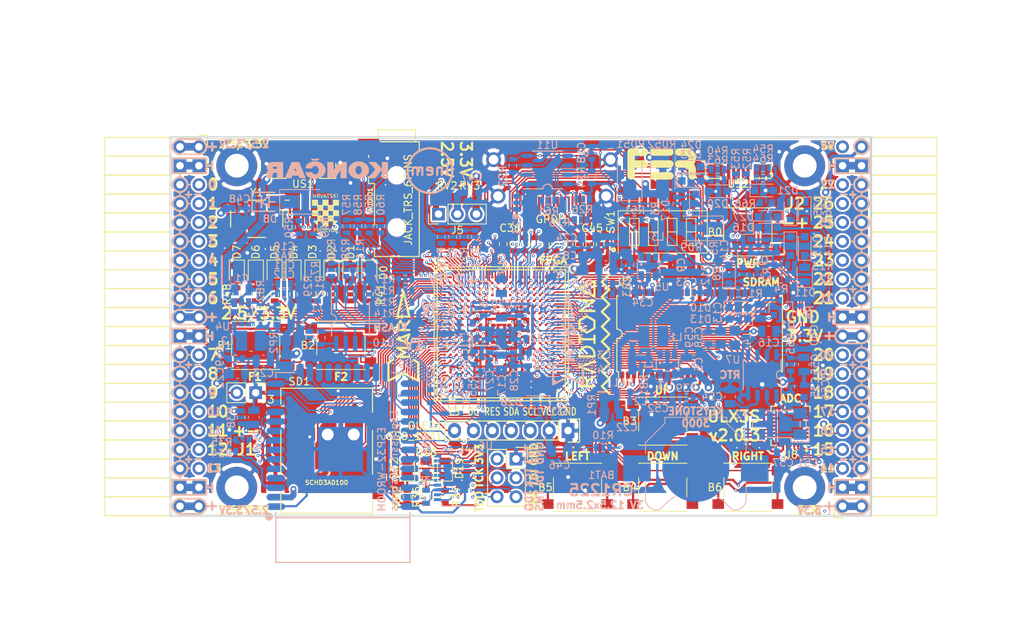
<source format=kicad_pcb>
(kicad_pcb (version 20171130) (host pcbnew 5.0.0-rc3+dfsg1-2)

  (general
    (thickness 1.6)
    (drawings 502)
    (tracks 5068)
    (zones 0)
    (modules 218)
    (nets 319)
  )

  (page A4)
  (layers
    (0 F.Cu signal)
    (1 In1.Cu signal)
    (2 In2.Cu signal)
    (31 B.Cu signal)
    (32 B.Adhes user)
    (33 F.Adhes user)
    (34 B.Paste user)
    (35 F.Paste user)
    (36 B.SilkS user)
    (37 F.SilkS user)
    (38 B.Mask user)
    (39 F.Mask user)
    (40 Dwgs.User user)
    (41 Cmts.User user)
    (42 Eco1.User user)
    (43 Eco2.User user)
    (44 Edge.Cuts user)
    (45 Margin user)
    (46 B.CrtYd user)
    (47 F.CrtYd user)
    (48 B.Fab user hide)
    (49 F.Fab user)
  )

  (setup
    (last_trace_width 0.3)
    (trace_clearance 0.127)
    (zone_clearance 0.127)
    (zone_45_only no)
    (trace_min 0.127)
    (segment_width 0.2)
    (edge_width 0.2)
    (via_size 0.4)
    (via_drill 0.2)
    (via_min_size 0.4)
    (via_min_drill 0.2)
    (uvia_size 0.3)
    (uvia_drill 0.1)
    (uvias_allowed no)
    (uvia_min_size 0.2)
    (uvia_min_drill 0.1)
    (pcb_text_width 0.3)
    (pcb_text_size 1.5 1.5)
    (mod_edge_width 0.15)
    (mod_text_size 1 1)
    (mod_text_width 0.15)
    (pad_size 3.7 3.5)
    (pad_drill 0)
    (pad_to_mask_clearance 0.05)
    (aux_axis_origin 94.1 112.22)
    (grid_origin 94.1 112.22)
    (visible_elements 7FFFFFFF)
    (pcbplotparams
      (layerselection 0x010fc_ffffffff)
      (usegerberextensions true)
      (usegerberattributes false)
      (usegerberadvancedattributes false)
      (creategerberjobfile false)
      (excludeedgelayer true)
      (linewidth 0.100000)
      (plotframeref false)
      (viasonmask false)
      (mode 1)
      (useauxorigin false)
      (hpglpennumber 1)
      (hpglpenspeed 20)
      (hpglpendiameter 15.000000)
      (psnegative false)
      (psa4output false)
      (plotreference true)
      (plotvalue true)
      (plotinvisibletext false)
      (padsonsilk false)
      (subtractmaskfromsilk true)
      (outputformat 1)
      (mirror false)
      (drillshape 0)
      (scaleselection 1)
      (outputdirectory "plot"))
  )

  (net 0 "")
  (net 1 GND)
  (net 2 +5V)
  (net 3 /gpio/IN5V)
  (net 4 /gpio/OUT5V)
  (net 5 +3V3)
  (net 6 BTN_D)
  (net 7 BTN_F1)
  (net 8 BTN_F2)
  (net 9 BTN_L)
  (net 10 BTN_R)
  (net 11 BTN_U)
  (net 12 /power/FB1)
  (net 13 +2V5)
  (net 14 /power/PWREN)
  (net 15 /power/FB3)
  (net 16 /power/FB2)
  (net 17 /power/VBAT)
  (net 18 JTAG_TDI)
  (net 19 JTAG_TCK)
  (net 20 JTAG_TMS)
  (net 21 JTAG_TDO)
  (net 22 /power/WAKEUPn)
  (net 23 /power/WKUP)
  (net 24 /power/SHUT)
  (net 25 /power/WAKE)
  (net 26 /power/HOLD)
  (net 27 /power/WKn)
  (net 28 /power/OSCI_32k)
  (net 29 /power/OSCO_32k)
  (net 30 SHUTDOWN)
  (net 31 GPDI_SDA)
  (net 32 GPDI_SCL)
  (net 33 /gpdi/VREF2)
  (net 34 SD_CMD)
  (net 35 SD_CLK)
  (net 36 SD_D0)
  (net 37 SD_D1)
  (net 38 USB5V)
  (net 39 GPDI_CEC)
  (net 40 nRESET)
  (net 41 FTDI_nDTR)
  (net 42 SDRAM_CKE)
  (net 43 SDRAM_A7)
  (net 44 SDRAM_D15)
  (net 45 SDRAM_BA1)
  (net 46 SDRAM_D7)
  (net 47 SDRAM_A6)
  (net 48 SDRAM_CLK)
  (net 49 SDRAM_D13)
  (net 50 SDRAM_BA0)
  (net 51 SDRAM_D6)
  (net 52 SDRAM_A5)
  (net 53 SDRAM_D14)
  (net 54 SDRAM_A11)
  (net 55 SDRAM_D12)
  (net 56 SDRAM_D5)
  (net 57 SDRAM_A4)
  (net 58 SDRAM_A10)
  (net 59 SDRAM_D11)
  (net 60 SDRAM_A3)
  (net 61 SDRAM_D4)
  (net 62 SDRAM_D10)
  (net 63 SDRAM_D9)
  (net 64 SDRAM_A9)
  (net 65 SDRAM_D3)
  (net 66 SDRAM_D8)
  (net 67 SDRAM_A8)
  (net 68 SDRAM_A2)
  (net 69 SDRAM_A1)
  (net 70 SDRAM_A0)
  (net 71 SDRAM_D2)
  (net 72 SDRAM_D1)
  (net 73 SDRAM_D0)
  (net 74 SDRAM_DQM0)
  (net 75 SDRAM_nCS)
  (net 76 SDRAM_nRAS)
  (net 77 SDRAM_DQM1)
  (net 78 SDRAM_nCAS)
  (net 79 SDRAM_nWE)
  (net 80 /flash/FLASH_nWP)
  (net 81 /flash/FLASH_nHOLD)
  (net 82 /flash/FLASH_MOSI)
  (net 83 /flash/FLASH_MISO)
  (net 84 /flash/FLASH_SCK)
  (net 85 /flash/FLASH_nCS)
  (net 86 /flash/FPGA_PROGRAMN)
  (net 87 /flash/FPGA_DONE)
  (net 88 /flash/FPGA_INITN)
  (net 89 OLED_RES)
  (net 90 OLED_DC)
  (net 91 OLED_CS)
  (net 92 WIFI_EN)
  (net 93 FTDI_nRTS)
  (net 94 FTDI_TXD)
  (net 95 FTDI_RXD)
  (net 96 WIFI_RXD)
  (net 97 WIFI_GPIO0)
  (net 98 WIFI_TXD)
  (net 99 USB_FTDI_D+)
  (net 100 USB_FTDI_D-)
  (net 101 SD_D3)
  (net 102 AUDIO_L3)
  (net 103 AUDIO_L2)
  (net 104 AUDIO_L1)
  (net 105 AUDIO_L0)
  (net 106 AUDIO_R3)
  (net 107 AUDIO_R2)
  (net 108 AUDIO_R1)
  (net 109 AUDIO_R0)
  (net 110 OLED_CLK)
  (net 111 OLED_MOSI)
  (net 112 LED0)
  (net 113 LED1)
  (net 114 LED2)
  (net 115 LED3)
  (net 116 LED4)
  (net 117 LED5)
  (net 118 LED6)
  (net 119 LED7)
  (net 120 BTN_PWRn)
  (net 121 FTDI_nTXLED)
  (net 122 FTDI_nSLEEP)
  (net 123 /blinkey/LED_PWREN)
  (net 124 /blinkey/LED_TXLED)
  (net 125 /sdcard/SD3V3)
  (net 126 SD_D2)
  (net 127 CLK_25MHz)
  (net 128 /blinkey/BTNPUL)
  (net 129 /blinkey/BTNPUR)
  (net 130 USB_FPGA_D+)
  (net 131 /power/FTDI_nSUSPEND)
  (net 132 /blinkey/ALED0)
  (net 133 /blinkey/ALED1)
  (net 134 /blinkey/ALED2)
  (net 135 /blinkey/ALED3)
  (net 136 /blinkey/ALED4)
  (net 137 /blinkey/ALED5)
  (net 138 /blinkey/ALED6)
  (net 139 /blinkey/ALED7)
  (net 140 /usb/FTD-)
  (net 141 /usb/FTD+)
  (net 142 ADC_MISO)
  (net 143 ADC_MOSI)
  (net 144 ADC_CSn)
  (net 145 ADC_SCLK)
  (net 146 SW3)
  (net 147 SW2)
  (net 148 SW1)
  (net 149 USB_FPGA_D-)
  (net 150 /usb/FPD+)
  (net 151 /usb/FPD-)
  (net 152 WIFI_GPIO16)
  (net 153 /usb/ANT_433MHz)
  (net 154 PROG_DONE)
  (net 155 /power/P3V3)
  (net 156 /power/P2V5)
  (net 157 /power/L1)
  (net 158 /power/L3)
  (net 159 /power/L2)
  (net 160 FTDI_TXDEN)
  (net 161 SDRAM_A12)
  (net 162 /analog/AUDIO_V)
  (net 163 AUDIO_V3)
  (net 164 AUDIO_V2)
  (net 165 AUDIO_V1)
  (net 166 AUDIO_V0)
  (net 167 /blinkey/LED_WIFI)
  (net 168 /power/P1V1)
  (net 169 +1V1)
  (net 170 SW4)
  (net 171 /blinkey/SWPU)
  (net 172 /wifi/WIFIEN)
  (net 173 FT2V5)
  (net 174 GN0)
  (net 175 GP0)
  (net 176 GN1)
  (net 177 GP1)
  (net 178 GN2)
  (net 179 GP2)
  (net 180 GN3)
  (net 181 GP3)
  (net 182 GN4)
  (net 183 GP4)
  (net 184 GN5)
  (net 185 GP5)
  (net 186 GN6)
  (net 187 GP6)
  (net 188 GN14)
  (net 189 GP14)
  (net 190 GN15)
  (net 191 GP15)
  (net 192 GN16)
  (net 193 GP16)
  (net 194 GN17)
  (net 195 GP17)
  (net 196 GN18)
  (net 197 GP18)
  (net 198 GN19)
  (net 199 GP19)
  (net 200 GN20)
  (net 201 GP20)
  (net 202 GN21)
  (net 203 GP21)
  (net 204 GN22)
  (net 205 GP22)
  (net 206 GN23)
  (net 207 GP23)
  (net 208 GN24)
  (net 209 GP24)
  (net 210 GN25)
  (net 211 GP25)
  (net 212 GN26)
  (net 213 GP26)
  (net 214 GN27)
  (net 215 GP27)
  (net 216 GN7)
  (net 217 GP7)
  (net 218 GN8)
  (net 219 GP8)
  (net 220 GN9)
  (net 221 GP9)
  (net 222 GN10)
  (net 223 GP10)
  (net 224 GN11)
  (net 225 GP11)
  (net 226 GN12)
  (net 227 GP12)
  (net 228 GN13)
  (net 229 GP13)
  (net 230 WIFI_GPIO5)
  (net 231 WIFI_GPIO17)
  (net 232 USB_FPGA_PULL_D+)
  (net 233 USB_FPGA_PULL_D-)
  (net 234 "Net-(D23-Pad2)")
  (net 235 "Net-(D24-Pad1)")
  (net 236 "Net-(D25-Pad2)")
  (net 237 "Net-(D26-Pad1)")
  (net 238 /gpdi/GPDI_ETH+)
  (net 239 FPDI_ETH+)
  (net 240 /gpdi/GPDI_ETH-)
  (net 241 FPDI_ETH-)
  (net 242 /gpdi/GPDI_D2-)
  (net 243 FPDI_D2-)
  (net 244 /gpdi/GPDI_D1-)
  (net 245 FPDI_D1-)
  (net 246 /gpdi/GPDI_D0-)
  (net 247 FPDI_D0-)
  (net 248 /gpdi/GPDI_CLK-)
  (net 249 FPDI_CLK-)
  (net 250 /gpdi/GPDI_D2+)
  (net 251 FPDI_D2+)
  (net 252 /gpdi/GPDI_D1+)
  (net 253 FPDI_D1+)
  (net 254 /gpdi/GPDI_D0+)
  (net 255 FPDI_D0+)
  (net 256 /gpdi/GPDI_CLK+)
  (net 257 FPDI_CLK+)
  (net 258 FPDI_SDA)
  (net 259 FPDI_SCL)
  (net 260 /gpdi/FPDI_CEC)
  (net 261 2V5_3V3)
  (net 262 "Net-(AUDIO1-Pad5)")
  (net 263 "Net-(AUDIO1-Pad6)")
  (net 264 "Net-(U1-PadA15)")
  (net 265 "Net-(U1-PadC9)")
  (net 266 "Net-(U1-PadD9)")
  (net 267 "Net-(U1-PadD10)")
  (net 268 "Net-(U1-PadD11)")
  (net 269 "Net-(U1-PadD12)")
  (net 270 "Net-(U1-PadE6)")
  (net 271 "Net-(U1-PadE9)")
  (net 272 "Net-(U1-PadE10)")
  (net 273 "Net-(U1-PadE11)")
  (net 274 "Net-(U1-PadJ4)")
  (net 275 "Net-(U1-PadJ5)")
  (net 276 "Net-(U1-PadK5)")
  (net 277 "Net-(U1-PadL5)")
  (net 278 "Net-(U1-PadM4)")
  (net 279 "Net-(U1-PadM5)")
  (net 280 SD_CD)
  (net 281 SD_WP)
  (net 282 "Net-(U1-PadR3)")
  (net 283 "Net-(U1-PadT16)")
  (net 284 "Net-(U1-PadW4)")
  (net 285 "Net-(U1-PadW5)")
  (net 286 "Net-(U1-PadW8)")
  (net 287 "Net-(U1-PadW9)")
  (net 288 "Net-(U1-PadW13)")
  (net 289 "Net-(U1-PadW14)")
  (net 290 "Net-(U1-PadW17)")
  (net 291 "Net-(U1-PadW18)")
  (net 292 FTDI_nRXLED)
  (net 293 "Net-(U8-Pad12)")
  (net 294 "Net-(U8-Pad25)")
  (net 295 "Net-(U9-Pad32)")
  (net 296 "Net-(U9-Pad22)")
  (net 297 "Net-(U9-Pad21)")
  (net 298 "Net-(U9-Pad20)")
  (net 299 "Net-(U9-Pad19)")
  (net 300 "Net-(U9-Pad18)")
  (net 301 "Net-(U9-Pad17)")
  (net 302 "Net-(U9-Pad12)")
  (net 303 "Net-(U9-Pad5)")
  (net 304 "Net-(U9-Pad4)")
  (net 305 "Net-(US1-Pad4)")
  (net 306 "Net-(Y2-Pad3)")
  (net 307 "Net-(Y2-Pad2)")
  (net 308 "Net-(U1-PadK16)")
  (net 309 "Net-(U1-PadK17)")
  (net 310 /usb/US2VBUS)
  (net 311 /power/SHD)
  (net 312 /power/RTCVDD)
  (net 313 "Net-(D27-Pad2)")
  (net 314 US2_ID)
  (net 315 /analog/AUDIO_L)
  (net 316 /analog/AUDIO_R)
  (net 317 /analog/ADC3V3)
  (net 318 PWRBTn)

  (net_class Default "This is the default net class."
    (clearance 0.127)
    (trace_width 0.3)
    (via_dia 0.4)
    (via_drill 0.2)
    (uvia_dia 0.3)
    (uvia_drill 0.1)
    (add_net +1V1)
    (add_net +2V5)
    (add_net +3V3)
    (add_net +5V)
    (add_net /analog/ADC3V3)
    (add_net /analog/AUDIO_L)
    (add_net /analog/AUDIO_R)
    (add_net /analog/AUDIO_V)
    (add_net /blinkey/ALED0)
    (add_net /blinkey/ALED1)
    (add_net /blinkey/ALED2)
    (add_net /blinkey/ALED3)
    (add_net /blinkey/ALED4)
    (add_net /blinkey/ALED5)
    (add_net /blinkey/ALED6)
    (add_net /blinkey/ALED7)
    (add_net /blinkey/BTNPUL)
    (add_net /blinkey/BTNPUR)
    (add_net /blinkey/LED_PWREN)
    (add_net /blinkey/LED_TXLED)
    (add_net /blinkey/LED_WIFI)
    (add_net /blinkey/SWPU)
    (add_net /gpdi/GPDI_CLK+)
    (add_net /gpdi/GPDI_CLK-)
    (add_net /gpdi/GPDI_D0+)
    (add_net /gpdi/GPDI_D0-)
    (add_net /gpdi/GPDI_D1+)
    (add_net /gpdi/GPDI_D1-)
    (add_net /gpdi/GPDI_D2+)
    (add_net /gpdi/GPDI_D2-)
    (add_net /gpdi/GPDI_ETH+)
    (add_net /gpdi/GPDI_ETH-)
    (add_net /gpdi/VREF2)
    (add_net /gpio/IN5V)
    (add_net /gpio/OUT5V)
    (add_net /power/FB1)
    (add_net /power/FB2)
    (add_net /power/FB3)
    (add_net /power/FTDI_nSUSPEND)
    (add_net /power/HOLD)
    (add_net /power/L1)
    (add_net /power/L2)
    (add_net /power/L3)
    (add_net /power/OSCI_32k)
    (add_net /power/OSCO_32k)
    (add_net /power/P1V1)
    (add_net /power/P2V5)
    (add_net /power/P3V3)
    (add_net /power/PWREN)
    (add_net /power/RTCVDD)
    (add_net /power/SHD)
    (add_net /power/SHUT)
    (add_net /power/VBAT)
    (add_net /power/WAKE)
    (add_net /power/WAKEUPn)
    (add_net /power/WKUP)
    (add_net /power/WKn)
    (add_net /sdcard/SD3V3)
    (add_net /usb/ANT_433MHz)
    (add_net /usb/FPD+)
    (add_net /usb/FPD-)
    (add_net /usb/FTD+)
    (add_net /usb/FTD-)
    (add_net /usb/US2VBUS)
    (add_net /wifi/WIFIEN)
    (add_net 2V5_3V3)
    (add_net FT2V5)
    (add_net FTDI_nRXLED)
    (add_net GND)
    (add_net "Net-(AUDIO1-Pad5)")
    (add_net "Net-(AUDIO1-Pad6)")
    (add_net "Net-(D23-Pad2)")
    (add_net "Net-(D24-Pad1)")
    (add_net "Net-(D25-Pad2)")
    (add_net "Net-(D26-Pad1)")
    (add_net "Net-(D27-Pad2)")
    (add_net "Net-(U1-PadA15)")
    (add_net "Net-(U1-PadC9)")
    (add_net "Net-(U1-PadD10)")
    (add_net "Net-(U1-PadD11)")
    (add_net "Net-(U1-PadD12)")
    (add_net "Net-(U1-PadD9)")
    (add_net "Net-(U1-PadE10)")
    (add_net "Net-(U1-PadE11)")
    (add_net "Net-(U1-PadE6)")
    (add_net "Net-(U1-PadE9)")
    (add_net "Net-(U1-PadJ4)")
    (add_net "Net-(U1-PadJ5)")
    (add_net "Net-(U1-PadK16)")
    (add_net "Net-(U1-PadK17)")
    (add_net "Net-(U1-PadK5)")
    (add_net "Net-(U1-PadL5)")
    (add_net "Net-(U1-PadM4)")
    (add_net "Net-(U1-PadM5)")
    (add_net "Net-(U1-PadR3)")
    (add_net "Net-(U1-PadT16)")
    (add_net "Net-(U1-PadW13)")
    (add_net "Net-(U1-PadW14)")
    (add_net "Net-(U1-PadW17)")
    (add_net "Net-(U1-PadW18)")
    (add_net "Net-(U1-PadW4)")
    (add_net "Net-(U1-PadW5)")
    (add_net "Net-(U1-PadW8)")
    (add_net "Net-(U1-PadW9)")
    (add_net "Net-(U8-Pad12)")
    (add_net "Net-(U8-Pad25)")
    (add_net "Net-(U9-Pad12)")
    (add_net "Net-(U9-Pad17)")
    (add_net "Net-(U9-Pad18)")
    (add_net "Net-(U9-Pad19)")
    (add_net "Net-(U9-Pad20)")
    (add_net "Net-(U9-Pad21)")
    (add_net "Net-(U9-Pad22)")
    (add_net "Net-(U9-Pad32)")
    (add_net "Net-(U9-Pad4)")
    (add_net "Net-(U9-Pad5)")
    (add_net "Net-(US1-Pad4)")
    (add_net "Net-(Y2-Pad2)")
    (add_net "Net-(Y2-Pad3)")
    (add_net SD_CD)
    (add_net SD_WP)
    (add_net US2_ID)
    (add_net USB5V)
  )

  (net_class BGA ""
    (clearance 0.127)
    (trace_width 0.19)
    (via_dia 0.4)
    (via_drill 0.2)
    (uvia_dia 0.3)
    (uvia_drill 0.1)
    (add_net /flash/FLASH_MISO)
    (add_net /flash/FLASH_MOSI)
    (add_net /flash/FLASH_SCK)
    (add_net /flash/FLASH_nCS)
    (add_net /flash/FLASH_nHOLD)
    (add_net /flash/FLASH_nWP)
    (add_net /flash/FPGA_DONE)
    (add_net /flash/FPGA_INITN)
    (add_net /flash/FPGA_PROGRAMN)
    (add_net /gpdi/FPDI_CEC)
    (add_net ADC_CSn)
    (add_net ADC_MISO)
    (add_net ADC_MOSI)
    (add_net ADC_SCLK)
    (add_net AUDIO_L0)
    (add_net AUDIO_L1)
    (add_net AUDIO_L2)
    (add_net AUDIO_L3)
    (add_net AUDIO_R0)
    (add_net AUDIO_R1)
    (add_net AUDIO_R2)
    (add_net AUDIO_R3)
    (add_net AUDIO_V0)
    (add_net AUDIO_V1)
    (add_net AUDIO_V2)
    (add_net AUDIO_V3)
    (add_net BTN_D)
    (add_net BTN_F1)
    (add_net BTN_F2)
    (add_net BTN_L)
    (add_net BTN_PWRn)
    (add_net BTN_R)
    (add_net BTN_U)
    (add_net CLK_25MHz)
    (add_net FPDI_CLK+)
    (add_net FPDI_CLK-)
    (add_net FPDI_D0+)
    (add_net FPDI_D0-)
    (add_net FPDI_D1+)
    (add_net FPDI_D1-)
    (add_net FPDI_D2+)
    (add_net FPDI_D2-)
    (add_net FPDI_ETH+)
    (add_net FPDI_ETH-)
    (add_net FPDI_SCL)
    (add_net FPDI_SDA)
    (add_net FTDI_RXD)
    (add_net FTDI_TXD)
    (add_net FTDI_TXDEN)
    (add_net FTDI_nDTR)
    (add_net FTDI_nRTS)
    (add_net FTDI_nSLEEP)
    (add_net FTDI_nTXLED)
    (add_net GN0)
    (add_net GN1)
    (add_net GN10)
    (add_net GN11)
    (add_net GN12)
    (add_net GN13)
    (add_net GN14)
    (add_net GN15)
    (add_net GN16)
    (add_net GN17)
    (add_net GN18)
    (add_net GN19)
    (add_net GN2)
    (add_net GN20)
    (add_net GN21)
    (add_net GN22)
    (add_net GN23)
    (add_net GN24)
    (add_net GN25)
    (add_net GN26)
    (add_net GN27)
    (add_net GN3)
    (add_net GN4)
    (add_net GN5)
    (add_net GN6)
    (add_net GN7)
    (add_net GN8)
    (add_net GN9)
    (add_net GP0)
    (add_net GP1)
    (add_net GP10)
    (add_net GP11)
    (add_net GP12)
    (add_net GP13)
    (add_net GP14)
    (add_net GP15)
    (add_net GP16)
    (add_net GP17)
    (add_net GP18)
    (add_net GP19)
    (add_net GP2)
    (add_net GP20)
    (add_net GP21)
    (add_net GP22)
    (add_net GP23)
    (add_net GP24)
    (add_net GP25)
    (add_net GP26)
    (add_net GP27)
    (add_net GP3)
    (add_net GP4)
    (add_net GP5)
    (add_net GP6)
    (add_net GP7)
    (add_net GP8)
    (add_net GP9)
    (add_net GPDI_CEC)
    (add_net GPDI_SCL)
    (add_net GPDI_SDA)
    (add_net JTAG_TCK)
    (add_net JTAG_TDI)
    (add_net JTAG_TDO)
    (add_net JTAG_TMS)
    (add_net LED0)
    (add_net LED1)
    (add_net LED2)
    (add_net LED3)
    (add_net LED4)
    (add_net LED5)
    (add_net LED6)
    (add_net LED7)
    (add_net OLED_CLK)
    (add_net OLED_CS)
    (add_net OLED_DC)
    (add_net OLED_MOSI)
    (add_net OLED_RES)
    (add_net PROG_DONE)
    (add_net PWRBTn)
    (add_net SDRAM_A0)
    (add_net SDRAM_A1)
    (add_net SDRAM_A10)
    (add_net SDRAM_A11)
    (add_net SDRAM_A12)
    (add_net SDRAM_A2)
    (add_net SDRAM_A3)
    (add_net SDRAM_A4)
    (add_net SDRAM_A5)
    (add_net SDRAM_A6)
    (add_net SDRAM_A7)
    (add_net SDRAM_A8)
    (add_net SDRAM_A9)
    (add_net SDRAM_BA0)
    (add_net SDRAM_BA1)
    (add_net SDRAM_CKE)
    (add_net SDRAM_CLK)
    (add_net SDRAM_D0)
    (add_net SDRAM_D1)
    (add_net SDRAM_D10)
    (add_net SDRAM_D11)
    (add_net SDRAM_D12)
    (add_net SDRAM_D13)
    (add_net SDRAM_D14)
    (add_net SDRAM_D15)
    (add_net SDRAM_D2)
    (add_net SDRAM_D3)
    (add_net SDRAM_D4)
    (add_net SDRAM_D5)
    (add_net SDRAM_D6)
    (add_net SDRAM_D7)
    (add_net SDRAM_D8)
    (add_net SDRAM_D9)
    (add_net SDRAM_DQM0)
    (add_net SDRAM_DQM1)
    (add_net SDRAM_nCAS)
    (add_net SDRAM_nCS)
    (add_net SDRAM_nRAS)
    (add_net SDRAM_nWE)
    (add_net SD_CLK)
    (add_net SD_CMD)
    (add_net SD_D0)
    (add_net SD_D1)
    (add_net SD_D2)
    (add_net SD_D3)
    (add_net SHUTDOWN)
    (add_net SW1)
    (add_net SW2)
    (add_net SW3)
    (add_net SW4)
    (add_net USB_FPGA_D+)
    (add_net USB_FPGA_D-)
    (add_net USB_FPGA_PULL_D+)
    (add_net USB_FPGA_PULL_D-)
    (add_net USB_FTDI_D+)
    (add_net USB_FTDI_D-)
    (add_net WIFI_EN)
    (add_net WIFI_GPIO0)
    (add_net WIFI_GPIO16)
    (add_net WIFI_GPIO17)
    (add_net WIFI_GPIO5)
    (add_net WIFI_RXD)
    (add_net WIFI_TXD)
    (add_net nRESET)
  )

  (net_class Minimal ""
    (clearance 0.127)
    (trace_width 0.127)
    (via_dia 0.4)
    (via_drill 0.2)
    (uvia_dia 0.3)
    (uvia_drill 0.1)
  )

  (module conn-fci:CONN-10029449-111RLF (layer F.Cu) (tedit 5B407082) (tstamp 5AFABAC2)
    (at 145.296 69.312 180)
    (path /58D686D9/58D69067)
    (attr smd)
    (fp_text reference GPDI1 (at 0 -3.1115 180) (layer F.SilkS)
      (effects (font (size 1 1) (thickness 0.15)))
    )
    (fp_text value GPDI-D (at 0 0 180) (layer F.Fab)
      (effects (font (size 1 1) (thickness 0.15)))
    )
    (fp_line (start -9.1 7.5) (end -9.1 -2.2) (layer F.CrtYd) (width 0.35))
    (fp_line (start -9.1 -2.2) (end 9.1 -2.2) (layer F.CrtYd) (width 0.35))
    (fp_line (start 9.1 -2.2) (end 9.1 7.5) (layer F.CrtYd) (width 0.35))
    (fp_line (start 9.1 7.5) (end -9.1 7.5) (layer F.CrtYd) (width 0.35))
    (pad 19 smd rect (at -4.25 -1 180) (size 0.3 1.9) (layers F.Cu F.Paste F.Mask)
      (net 240 /gpdi/GPDI_ETH-))
    (pad 18 smd rect (at -3.75 -1 180) (size 0.3 1.9) (layers F.Cu F.Paste F.Mask)
      (net 2 +5V))
    (pad 17 smd rect (at -3.25 -1 180) (size 0.3 1.9) (layers F.Cu F.Paste F.Mask)
      (net 1 GND))
    (pad 16 smd rect (at -2.75 -1 180) (size 0.3 1.9) (layers F.Cu F.Paste F.Mask)
      (net 31 GPDI_SDA))
    (pad 15 smd rect (at -2.25 -1 180) (size 0.3 1.9) (layers F.Cu F.Paste F.Mask)
      (net 32 GPDI_SCL))
    (pad 14 smd rect (at -1.75 -1 180) (size 0.3 1.9) (layers F.Cu F.Paste F.Mask)
      (net 238 /gpdi/GPDI_ETH+))
    (pad 13 smd rect (at -1.25 -1 180) (size 0.3 1.9) (layers F.Cu F.Paste F.Mask)
      (net 39 GPDI_CEC))
    (pad 12 smd rect (at -0.75 -1 180) (size 0.3 1.9) (layers F.Cu F.Paste F.Mask)
      (net 248 /gpdi/GPDI_CLK-))
    (pad 11 smd rect (at -0.25 -1 180) (size 0.3 1.9) (layers F.Cu F.Paste F.Mask)
      (net 1 GND))
    (pad 10 smd rect (at 0.25 -1 180) (size 0.3 1.9) (layers F.Cu F.Paste F.Mask)
      (net 256 /gpdi/GPDI_CLK+))
    (pad 9 smd rect (at 0.75 -1 180) (size 0.3 1.9) (layers F.Cu F.Paste F.Mask)
      (net 246 /gpdi/GPDI_D0-))
    (pad 8 smd rect (at 1.25 -1 180) (size 0.3 1.9) (layers F.Cu F.Paste F.Mask)
      (net 1 GND))
    (pad 7 smd rect (at 1.75 -1 180) (size 0.3 1.9) (layers F.Cu F.Paste F.Mask)
      (net 254 /gpdi/GPDI_D0+))
    (pad 6 smd rect (at 2.25 -1 180) (size 0.3 1.9) (layers F.Cu F.Paste F.Mask)
      (net 244 /gpdi/GPDI_D1-))
    (pad 5 smd rect (at 2.75 -1 180) (size 0.3 1.9) (layers F.Cu F.Paste F.Mask)
      (net 1 GND))
    (pad 4 smd rect (at 3.25 -1 180) (size 0.3 1.9) (layers F.Cu F.Paste F.Mask)
      (net 252 /gpdi/GPDI_D1+))
    (pad 3 smd rect (at 3.75 -1 180) (size 0.3 1.9) (layers F.Cu F.Paste F.Mask)
      (net 242 /gpdi/GPDI_D2-))
    (pad 2 smd rect (at 4.25 -1 180) (size 0.3 1.9) (layers F.Cu F.Paste F.Mask)
      (net 1 GND))
    (pad 1 smd rect (at 4.75 -1 180) (size 0.3 1.9) (layers F.Cu F.Paste F.Mask)
      (net 250 /gpdi/GPDI_D2+))
    (pad 0 thru_hole circle (at -7.25 0 180) (size 2 2) (drill 1.3) (layers *.Cu *.Mask F.Paste)
      (net 1 GND))
    (pad 0 thru_hole circle (at 7.25 0 180) (size 2 2) (drill 1.3) (layers *.Cu *.Mask F.Paste)
      (net 1 GND))
    (pad 0 thru_hole circle (at -7.85 4.9 180) (size 2 2) (drill 1.3) (layers *.Cu *.Mask F.Paste)
      (net 1 GND))
    (pad 0 thru_hole circle (at 7.85 4.9 180) (size 2 2) (drill 1.3) (layers *.Cu *.Mask F.Paste)
      (net 1 GND))
    (model ${KIPRJMOD}/footprints/hdmi-d/hdmi-d.3dshapes/10029449-111RLF.wrl
      (offset (xyz 0 -1.6 3.3))
      (scale (xyz 0.3937 0.3937 0.3937))
      (rotate (xyz 180 0 0))
    )
  )

  (module ESP32:ESP32-WROOM (layer B.Cu) (tedit 5B406615) (tstamp 5A111CE5)
    (at 117.23 105.75 180)
    (path /58D6D447/58E5662B)
    (attr smd)
    (fp_text reference U9 (at -8.366 13.85 180) (layer B.SilkS)
      (effects (font (size 1 1) (thickness 0.15)) (justify mirror))
    )
    (fp_text value ESP-WROOM32 (at 5.715 -14.224 180) (layer B.Fab)
      (effects (font (size 1 1) (thickness 0.15)) (justify mirror))
    )
    (fp_text user "Espressif Systems" (at -6.858 0.889 90) (layer B.SilkS)
      (effects (font (size 1 1) (thickness 0.15)) (justify mirror))
    )
    (fp_circle (center 9.906 -6.604) (end 10.033 -6.858) (layer B.SilkS) (width 0.5))
    (fp_text user ESP32-WROOM (at -5.207 -0.254 90) (layer B.SilkS)
      (effects (font (size 1 1) (thickness 0.15)) (justify mirror))
    )
    (fp_line (start -9 -6.75) (end 9 -6.75) (layer B.SilkS) (width 0.15))
    (fp_line (start 9 -12.75) (end 9 -6) (layer B.SilkS) (width 0.15))
    (fp_line (start -9 -12.75) (end -9 -6) (layer B.SilkS) (width 0.15))
    (fp_line (start -9 -12.75) (end 9 -12.75) (layer B.SilkS) (width 0.15))
    (fp_line (start -9 12) (end -9 12.75) (layer B.SilkS) (width 0.15))
    (fp_line (start -9 12.75) (end -6.5 12.75) (layer B.SilkS) (width 0.15))
    (fp_line (start 6.5 12.75) (end 9 12.75) (layer B.SilkS) (width 0.15))
    (fp_line (start 9 12.75) (end 9 12) (layer B.SilkS) (width 0.15))
    (pad 38 smd oval (at -9 -5.25 180) (size 2.5 0.9) (layers B.Cu B.Mask)
      (net 1 GND))
    (pad 37 smd oval (at -9 -3.98 180) (size 2.5 0.9) (layers B.Cu B.Mask)
      (net 18 JTAG_TDI))
    (pad 36 smd oval (at -9 -2.71 180) (size 2.5 0.9) (layers B.Cu B.Mask)
      (net 154 PROG_DONE))
    (pad 35 smd oval (at -9 -1.44 180) (size 2.5 0.9) (layers B.Cu B.Mask)
      (net 98 WIFI_TXD))
    (pad 34 smd oval (at -9 -0.17 180) (size 2.5 0.9) (layers B.Cu B.Mask)
      (net 96 WIFI_RXD))
    (pad 33 smd oval (at -9 1.1 180) (size 2.5 0.9) (layers B.Cu B.Mask)
      (net 20 JTAG_TMS))
    (pad 32 smd oval (at -9 2.37 180) (size 2.5 0.9) (layers B.Cu B.Mask)
      (net 295 "Net-(U9-Pad32)"))
    (pad 31 smd oval (at -9 3.64 180) (size 2.5 0.9) (layers B.Cu B.Mask)
      (net 21 JTAG_TDO))
    (pad 30 smd oval (at -9 4.91 180) (size 2.5 0.9) (layers B.Cu B.Mask)
      (net 19 JTAG_TCK))
    (pad 29 smd oval (at -9 6.18 180) (size 2.5 0.9) (layers B.Cu B.Mask)
      (net 230 WIFI_GPIO5))
    (pad 28 smd oval (at -9 7.45 180) (size 2.5 0.9) (layers B.Cu B.Mask)
      (net 231 WIFI_GPIO17))
    (pad 27 smd oval (at -9 8.72 180) (size 2.5 0.9) (layers B.Cu B.Mask)
      (net 152 WIFI_GPIO16))
    (pad 26 smd oval (at -9 9.99 180) (size 2.5 0.9) (layers B.Cu B.Mask)
      (net 37 SD_D1))
    (pad 25 smd oval (at -9 11.26 180) (size 2.5 0.9) (layers B.Cu B.Mask)
      (net 97 WIFI_GPIO0))
    (pad 24 smd oval (at -5.715 12.75 180) (size 0.9 2.5) (layers B.Cu B.Mask)
      (net 36 SD_D0))
    (pad 23 smd oval (at -4.445 12.75 180) (size 0.9 2.5) (layers B.Cu B.Mask)
      (net 34 SD_CMD))
    (pad 22 smd oval (at -3.175 12.75 180) (size 0.9 2.5) (layers B.Cu B.Mask)
      (net 296 "Net-(U9-Pad22)"))
    (pad 21 smd oval (at -1.905 12.75 180) (size 0.9 2.5) (layers B.Cu B.Mask)
      (net 297 "Net-(U9-Pad21)"))
    (pad 20 smd oval (at -0.635 12.75 180) (size 0.9 2.5) (layers B.Cu B.Mask)
      (net 298 "Net-(U9-Pad20)"))
    (pad 19 smd oval (at 0.635 12.75 180) (size 0.9 2.5) (layers B.Cu B.Mask)
      (net 299 "Net-(U9-Pad19)"))
    (pad 18 smd oval (at 1.905 12.75 180) (size 0.9 2.5) (layers B.Cu B.Mask)
      (net 300 "Net-(U9-Pad18)"))
    (pad 17 smd oval (at 3.175 12.75 180) (size 0.9 2.5) (layers B.Cu B.Mask)
      (net 301 "Net-(U9-Pad17)"))
    (pad 16 smd oval (at 4.445 12.75 180) (size 0.9 2.5) (layers B.Cu B.Mask)
      (net 101 SD_D3))
    (pad 15 smd oval (at 5.715 12.75 180) (size 0.9 2.5) (layers B.Cu B.Mask)
      (net 1 GND))
    (pad 14 smd oval (at 9 11.26 180) (size 2.5 0.9) (layers B.Cu B.Mask)
      (net 126 SD_D2))
    (pad 13 smd oval (at 9 9.99 180) (size 2.5 0.9) (layers B.Cu B.Mask)
      (net 35 SD_CLK))
    (pad 12 smd oval (at 9 8.72 180) (size 2.5 0.9) (layers B.Cu B.Mask)
      (net 302 "Net-(U9-Pad12)"))
    (pad 11 smd oval (at 9 7.45 180) (size 2.5 0.9) (layers B.Cu B.Mask)
      (net 224 GN11))
    (pad 10 smd oval (at 9 6.18 180) (size 2.5 0.9) (layers B.Cu B.Mask)
      (net 225 GP11))
    (pad 9 smd oval (at 9 4.91 180) (size 2.5 0.9) (layers B.Cu B.Mask)
      (net 226 GN12))
    (pad 8 smd oval (at 9 3.64 180) (size 2.5 0.9) (layers B.Cu B.Mask)
      (net 227 GP12))
    (pad 7 smd oval (at 9 2.37 180) (size 2.5 0.9) (layers B.Cu B.Mask)
      (net 228 GN13))
    (pad 6 smd oval (at 9 1.1 180) (size 2.5 0.9) (layers B.Cu B.Mask)
      (net 229 GP13))
    (pad 5 smd oval (at 9 -0.17 180) (size 2.5 0.9) (layers B.Cu B.Mask)
      (net 303 "Net-(U9-Pad5)"))
    (pad 4 smd oval (at 9 -1.44 180) (size 2.5 0.9) (layers B.Cu B.Mask)
      (net 304 "Net-(U9-Pad4)"))
    (pad 3 smd oval (at 9 -2.71 180) (size 2.5 0.9) (layers B.Cu B.Mask)
      (net 172 /wifi/WIFIEN))
    (pad 2 smd oval (at 9 -3.98 180) (size 2.5 0.9) (layers B.Cu B.Mask)
      (net 5 +3V3))
    (pad 1 smd oval (at 9 -5.25 180) (size 2.5 0.9) (layers B.Cu B.Mask)
      (net 1 GND))
    (pad 39 smd rect (at 0.3 2.45 180) (size 6 6) (layers B.Cu B.Mask)
      (net 1 GND))
    (model ./footprints/esp32/ESP32.3dshapes/KiCAD-ESP-WROOM-32.wrl
      (at (xyz 0 0 0))
      (scale (xyz 1 1 1))
      (rotate (xyz 0 0 0))
    )
  )

  (module Capacitor_SMD:C_0603_1608Metric (layer B.Cu) (tedit 59FE48B8) (tstamp 5AF6F5BB)
    (at 102.863 91.156)
    (descr "Capacitor SMD 0603 (1608 Metric), square (rectangular) end terminal, IPC_7351 nominal, (Body size source: http://www.tortai-tech.com/upload/download/2011102023233369053.pdf), generated with kicad-footprint-generator")
    (tags capacitor)
    (path /58D51CAD/5ABCECF1)
    (attr smd)
    (fp_text reference C49 (at -2.159 -0.399 90) (layer B.SilkS)
      (effects (font (size 1 1) (thickness 0.15)) (justify mirror))
    )
    (fp_text value 22nF (at 0 -1.65) (layer B.Fab)
      (effects (font (size 1 1) (thickness 0.15)) (justify mirror))
    )
    (fp_text user %R (at 0 0) (layer B.Fab)
      (effects (font (size 0.5 0.5) (thickness 0.08)) (justify mirror))
    )
    (fp_line (start 1.46 -0.75) (end -1.46 -0.75) (layer B.CrtYd) (width 0.05))
    (fp_line (start 1.46 0.75) (end 1.46 -0.75) (layer B.CrtYd) (width 0.05))
    (fp_line (start -1.46 0.75) (end 1.46 0.75) (layer B.CrtYd) (width 0.05))
    (fp_line (start -1.46 -0.75) (end -1.46 0.75) (layer B.CrtYd) (width 0.05))
    (fp_line (start -0.22 -0.51) (end 0.22 -0.51) (layer B.SilkS) (width 0.12))
    (fp_line (start -0.22 0.51) (end 0.22 0.51) (layer B.SilkS) (width 0.12))
    (fp_line (start 0.8 -0.4) (end -0.8 -0.4) (layer B.Fab) (width 0.1))
    (fp_line (start 0.8 0.4) (end 0.8 -0.4) (layer B.Fab) (width 0.1))
    (fp_line (start -0.8 0.4) (end 0.8 0.4) (layer B.Fab) (width 0.1))
    (fp_line (start -0.8 -0.4) (end -0.8 0.4) (layer B.Fab) (width 0.1))
    (pad 2 smd rect (at 0.875 0) (size 0.67 1) (layers B.Cu B.Paste B.Mask)
      (net 1 GND))
    (pad 1 smd rect (at -0.875 0) (size 0.67 1) (layers B.Cu B.Paste B.Mask)
      (net 261 2V5_3V3))
    (model ${KISYS3DMOD}/Capacitor_SMD.3dshapes/C_0603_1608Metric.wrl
      (at (xyz 0 0 0))
      (scale (xyz 1 1 1))
      (rotate (xyz 0 0 0))
    )
  )

  (module jumper:R_0805_2012Metric_Pad1.29x1.40mm_HandSolder_Jumper_NC (layer B.Cu) (tedit 5B3F4516) (tstamp 5B550CF3)
    (at 149.472 78.311 270)
    (descr "Resistor SMD 0805 (2012 Metric), square (rectangular) end terminal, IPC_7351 nominal with elongated pad for handsoldering. (Body size source: http://www.tortai-tech.com/upload/download/2011102023233369053.pdf), generated with kicad-footprint-generator")
    (tags "resistor handsolder")
    (path /58D51CAD/59DFBF34)
    (attr virtual)
    (fp_text reference RP3 (at 0 3.414 270) (layer B.SilkS)
      (effects (font (size 1 1) (thickness 0.15)) (justify mirror))
    )
    (fp_text value 0 (at 0 -1.65 270) (layer B.Fab)
      (effects (font (size 1 1) (thickness 0.15)) (justify mirror))
    )
    (fp_line (start -1 0) (end 1 0) (layer B.Mask) (width 1.2))
    (fp_line (start -1 0) (end 1 0) (layer B.Cu) (width 1))
    (fp_text user %R (at 0 1.6 270) (layer B.Fab)
      (effects (font (size 0.5 0.5) (thickness 0.08)) (justify mirror))
    )
    (fp_line (start 1.86 -0.95) (end -1.86 -0.95) (layer B.CrtYd) (width 0.05))
    (fp_line (start 1.86 0.95) (end 1.86 -0.95) (layer B.CrtYd) (width 0.05))
    (fp_line (start -1.86 0.95) (end 1.86 0.95) (layer B.CrtYd) (width 0.05))
    (fp_line (start -1.86 -0.95) (end -1.86 0.95) (layer B.CrtYd) (width 0.05))
    (fp_line (start 1 -0.6) (end -1 -0.6) (layer B.Fab) (width 0.1))
    (fp_line (start 1 0.6) (end 1 -0.6) (layer B.Fab) (width 0.1))
    (fp_line (start -1 0.6) (end 1 0.6) (layer B.Fab) (width 0.1))
    (fp_line (start -1 -0.6) (end -1 0.6) (layer B.Fab) (width 0.1))
    (pad 2 smd rect (at 0.9675 0 270) (size 1.295 1.4) (layers B.Cu B.Mask)
      (net 5 +3V3))
    (pad 1 smd rect (at -0.9675 0 270) (size 1.295 1.4) (layers B.Cu B.Mask)
      (net 155 /power/P3V3))
    (model ${KISYS3DMOD}/Resistor_SMD.3dshapes/R_0805_2012Metric.wrl_disabled
      (at (xyz 0 0 0))
      (scale (xyz 1 1 1))
      (rotate (xyz 0 0 0))
    )
  )

  (module jumper:R_0805_2012Metric_Pad1.29x1.40mm_HandSolder_Jumper_NC (layer B.Cu) (tedit 5B3F4516) (tstamp 5B552FE6)
    (at 109.609 89.632 270)
    (descr "Resistor SMD 0805 (2012 Metric), square (rectangular) end terminal, IPC_7351 nominal with elongated pad for handsoldering. (Body size source: http://www.tortai-tech.com/upload/download/2011102023233369053.pdf), generated with kicad-footprint-generator")
    (tags "resistor handsolder")
    (path /58D51CAD/59DFB617)
    (attr virtual)
    (fp_text reference RP2 (at -0.635 1.651 270) (layer B.SilkS)
      (effects (font (size 1 1) (thickness 0.15)) (justify mirror))
    )
    (fp_text value 0 (at 0 -1.65 270) (layer B.Fab)
      (effects (font (size 1 1) (thickness 0.15)) (justify mirror))
    )
    (fp_line (start -1 0) (end 1 0) (layer B.Mask) (width 1.2))
    (fp_line (start -1 0) (end 1 0) (layer B.Cu) (width 1))
    (fp_text user %R (at 0 1.6 270) (layer B.Fab)
      (effects (font (size 0.5 0.5) (thickness 0.08)) (justify mirror))
    )
    (fp_line (start 1.86 -0.95) (end -1.86 -0.95) (layer B.CrtYd) (width 0.05))
    (fp_line (start 1.86 0.95) (end 1.86 -0.95) (layer B.CrtYd) (width 0.05))
    (fp_line (start -1.86 0.95) (end 1.86 0.95) (layer B.CrtYd) (width 0.05))
    (fp_line (start -1.86 -0.95) (end -1.86 0.95) (layer B.CrtYd) (width 0.05))
    (fp_line (start 1 -0.6) (end -1 -0.6) (layer B.Fab) (width 0.1))
    (fp_line (start 1 0.6) (end 1 -0.6) (layer B.Fab) (width 0.1))
    (fp_line (start -1 0.6) (end 1 0.6) (layer B.Fab) (width 0.1))
    (fp_line (start -1 -0.6) (end -1 0.6) (layer B.Fab) (width 0.1))
    (pad 2 smd rect (at 0.9675 0 270) (size 1.295 1.4) (layers B.Cu B.Mask)
      (net 13 +2V5))
    (pad 1 smd rect (at -0.9675 0 270) (size 1.295 1.4) (layers B.Cu B.Mask)
      (net 156 /power/P2V5))
    (model ${KISYS3DMOD}/Resistor_SMD.3dshapes/R_0805_2012Metric.wrl_disabled
      (at (xyz 0 0 0))
      (scale (xyz 1 1 1))
      (rotate (xyz 0 0 0))
    )
  )

  (module jumper:R_0805_2012Metric_Pad1.29x1.40mm_HandSolder_Jumper_NC (layer B.Cu) (tedit 5B3F4516) (tstamp 5B550CE2)
    (at 152.281 97.361 270)
    (descr "Resistor SMD 0805 (2012 Metric), square (rectangular) end terminal, IPC_7351 nominal with elongated pad for handsoldering. (Body size source: http://www.tortai-tech.com/upload/download/2011102023233369053.pdf), generated with kicad-footprint-generator")
    (tags "resistor handsolder")
    (path /58D51CAD/59DFB08A)
    (attr virtual)
    (fp_text reference RP1 (at 0 1.65 270) (layer B.SilkS)
      (effects (font (size 1 1) (thickness 0.15)) (justify mirror))
    )
    (fp_text value 0 (at 0 -1.65 270) (layer B.Fab)
      (effects (font (size 1 1) (thickness 0.15)) (justify mirror))
    )
    (fp_line (start -1 0) (end 1 0) (layer B.Mask) (width 1.2))
    (fp_line (start -1 0) (end 1 0) (layer B.Cu) (width 1))
    (fp_text user %R (at 0 1.6 270) (layer B.Fab)
      (effects (font (size 0.5 0.5) (thickness 0.08)) (justify mirror))
    )
    (fp_line (start 1.86 -0.95) (end -1.86 -0.95) (layer B.CrtYd) (width 0.05))
    (fp_line (start 1.86 0.95) (end 1.86 -0.95) (layer B.CrtYd) (width 0.05))
    (fp_line (start -1.86 0.95) (end 1.86 0.95) (layer B.CrtYd) (width 0.05))
    (fp_line (start -1.86 -0.95) (end -1.86 0.95) (layer B.CrtYd) (width 0.05))
    (fp_line (start 1 -0.6) (end -1 -0.6) (layer B.Fab) (width 0.1))
    (fp_line (start 1 0.6) (end 1 -0.6) (layer B.Fab) (width 0.1))
    (fp_line (start -1 0.6) (end 1 0.6) (layer B.Fab) (width 0.1))
    (fp_line (start -1 -0.6) (end -1 0.6) (layer B.Fab) (width 0.1))
    (pad 2 smd rect (at 0.9675 0 270) (size 1.295 1.4) (layers B.Cu B.Mask)
      (net 169 +1V1))
    (pad 1 smd rect (at -0.9675 0 270) (size 1.295 1.4) (layers B.Cu B.Mask)
      (net 168 /power/P1V1))
    (model ${KISYS3DMOD}/Resistor_SMD.3dshapes/R_0805_2012Metric.wrl_disabled
      (at (xyz 0 0 0))
      (scale (xyz 1 1 1))
      (rotate (xyz 0 0 0))
    )
  )

  (module jumper:D_SMA_Jumper_NC (layer B.Cu) (tedit 5B3F4472) (tstamp 5B5FA61D)
    (at 164.854 73.63 180)
    (descr "Diode SMA (DO-214AC)")
    (tags "Diode SMA (DO-214AC)")
    (path /58D6BF46/58D6C83C)
    (attr virtual)
    (fp_text reference RD9 (at 0.889 -2.54 180) (layer B.SilkS)
      (effects (font (size 1 1) (thickness 0.15)) (justify mirror))
    )
    (fp_text value 0 (at 0 -2.6 180) (layer B.Fab)
      (effects (font (size 1 1) (thickness 0.15)) (justify mirror))
    )
    (fp_line (start -2 0) (end 2 0) (layer B.Mask) (width 1.2))
    (fp_line (start -2 0) (end 2 0) (layer B.Cu) (width 1))
    (fp_line (start -3.4 1.65) (end 2 1.65) (layer B.SilkS) (width 0.12))
    (fp_line (start -3.4 -1.65) (end 2 -1.65) (layer B.SilkS) (width 0.12))
    (fp_line (start -0.64944 -0.00102) (end 0.50118 0.79908) (layer B.Fab) (width 0.1))
    (fp_line (start -0.64944 -0.00102) (end 0.50118 -0.75032) (layer B.Fab) (width 0.1))
    (fp_line (start 0.50118 -0.75032) (end 0.50118 0.79908) (layer B.Fab) (width 0.1))
    (fp_line (start -0.64944 0.79908) (end -0.64944 -0.80112) (layer B.Fab) (width 0.1))
    (fp_line (start 0.50118 -0.00102) (end 1.4994 -0.00102) (layer B.Fab) (width 0.1))
    (fp_line (start -0.64944 -0.00102) (end -1.55114 -0.00102) (layer B.Fab) (width 0.1))
    (fp_line (start -3.5 -1.75) (end -3.5 1.75) (layer B.CrtYd) (width 0.05))
    (fp_line (start 3.5 -1.75) (end -3.5 -1.75) (layer B.CrtYd) (width 0.05))
    (fp_line (start 3.5 1.75) (end 3.5 -1.75) (layer B.CrtYd) (width 0.05))
    (fp_line (start -3.5 1.75) (end 3.5 1.75) (layer B.CrtYd) (width 0.05))
    (fp_line (start 2.3 1.5) (end -2.3 1.5) (layer B.Fab) (width 0.1))
    (fp_line (start 2.3 1.5) (end 2.3 -1.5) (layer B.Fab) (width 0.1))
    (fp_line (start -2.3 -1.5) (end -2.3 1.5) (layer B.Fab) (width 0.1))
    (fp_line (start 2.3 -1.5) (end -2.3 -1.5) (layer B.Fab) (width 0.1))
    (fp_line (start -3.4 1.65) (end -3.4 -1.65) (layer B.SilkS) (width 0.12))
    (fp_text user %R (at 0 2.5 180) (layer B.Fab)
      (effects (font (size 1 1) (thickness 0.15)) (justify mirror))
    )
    (pad 2 smd rect (at 2 0 180) (size 2.5 1.8) (layers B.Cu B.Mask)
      (net 2 +5V))
    (pad 1 smd rect (at -2 0 180) (size 2.5 1.8) (layers B.Cu B.Mask)
      (net 310 /usb/US2VBUS))
    (model ${KISYS3DMOD}/Diode_SMD.3dshapes/D_SMA.wrl_disabled
      (at (xyz 0 0 0))
      (scale (xyz 1 1 1))
      (rotate (xyz 0 0 0))
    )
  )

  (module jumper:D_SMA_Jumper_NC (layer B.Cu) (tedit 5B3F4472) (tstamp 5B5FA651)
    (at 160.155 66.391 270)
    (descr "Diode SMA (DO-214AC)")
    (tags "Diode SMA (DO-214AC)")
    (path /56AC389C/56AC4846)
    (attr virtual)
    (fp_text reference RD52 (at -4.064 0.127) (layer B.SilkS)
      (effects (font (size 1 1) (thickness 0.15)) (justify mirror))
    )
    (fp_text value 0 (at 0 -2.6 270) (layer B.Fab)
      (effects (font (size 1 1) (thickness 0.15)) (justify mirror))
    )
    (fp_line (start -2 0) (end 2 0) (layer B.Mask) (width 1.2))
    (fp_line (start -2 0) (end 2 0) (layer B.Cu) (width 1))
    (fp_line (start -3.4 1.65) (end 2 1.65) (layer B.SilkS) (width 0.12))
    (fp_line (start -3.4 -1.65) (end 2 -1.65) (layer B.SilkS) (width 0.12))
    (fp_line (start -0.64944 -0.00102) (end 0.50118 0.79908) (layer B.Fab) (width 0.1))
    (fp_line (start -0.64944 -0.00102) (end 0.50118 -0.75032) (layer B.Fab) (width 0.1))
    (fp_line (start 0.50118 -0.75032) (end 0.50118 0.79908) (layer B.Fab) (width 0.1))
    (fp_line (start -0.64944 0.79908) (end -0.64944 -0.80112) (layer B.Fab) (width 0.1))
    (fp_line (start 0.50118 -0.00102) (end 1.4994 -0.00102) (layer B.Fab) (width 0.1))
    (fp_line (start -0.64944 -0.00102) (end -1.55114 -0.00102) (layer B.Fab) (width 0.1))
    (fp_line (start -3.5 -1.75) (end -3.5 1.75) (layer B.CrtYd) (width 0.05))
    (fp_line (start 3.5 -1.75) (end -3.5 -1.75) (layer B.CrtYd) (width 0.05))
    (fp_line (start 3.5 1.75) (end 3.5 -1.75) (layer B.CrtYd) (width 0.05))
    (fp_line (start -3.5 1.75) (end 3.5 1.75) (layer B.CrtYd) (width 0.05))
    (fp_line (start 2.3 1.5) (end -2.3 1.5) (layer B.Fab) (width 0.1))
    (fp_line (start 2.3 1.5) (end 2.3 -1.5) (layer B.Fab) (width 0.1))
    (fp_line (start -2.3 -1.5) (end -2.3 1.5) (layer B.Fab) (width 0.1))
    (fp_line (start 2.3 -1.5) (end -2.3 -1.5) (layer B.Fab) (width 0.1))
    (fp_line (start -3.4 1.65) (end -3.4 -1.65) (layer B.SilkS) (width 0.12))
    (fp_text user %R (at 0 2.5 270) (layer B.Fab)
      (effects (font (size 1 1) (thickness 0.15)) (justify mirror))
    )
    (pad 2 smd rect (at 2 0 270) (size 2.5 1.8) (layers B.Cu B.Mask)
      (net 2 +5V))
    (pad 1 smd rect (at -2 0 270) (size 2.5 1.8) (layers B.Cu B.Mask)
      (net 4 /gpio/OUT5V))
    (model ${KISYS3DMOD}/Diode_SMD.3dshapes/D_SMA.wrl_disabled
      (at (xyz 0 0 0))
      (scale (xyz 1 1 1))
      (rotate (xyz 0 0 0))
    )
  )

  (module jumper:D_SMA_Jumper_NC (layer B.Cu) (tedit 5B3F4472) (tstamp 5B5FA637)
    (at 155.71 66.518 90)
    (descr "Diode SMA (DO-214AC)")
    (tags "Diode SMA (DO-214AC)")
    (path /56AC389C/56AC483B)
    (attr virtual)
    (fp_text reference RD51 (at 4.191 0.127 180) (layer B.SilkS)
      (effects (font (size 1 1) (thickness 0.15)) (justify mirror))
    )
    (fp_text value 0 (at 0 -2.6 90) (layer B.Fab)
      (effects (font (size 1 1) (thickness 0.15)) (justify mirror))
    )
    (fp_line (start -2 0) (end 2 0) (layer B.Mask) (width 1.2))
    (fp_line (start -2 0) (end 2 0) (layer B.Cu) (width 1))
    (fp_line (start -3.4 1.65) (end 2 1.65) (layer B.SilkS) (width 0.12))
    (fp_line (start -3.4 -1.65) (end 2 -1.65) (layer B.SilkS) (width 0.12))
    (fp_line (start -0.64944 -0.00102) (end 0.50118 0.79908) (layer B.Fab) (width 0.1))
    (fp_line (start -0.64944 -0.00102) (end 0.50118 -0.75032) (layer B.Fab) (width 0.1))
    (fp_line (start 0.50118 -0.75032) (end 0.50118 0.79908) (layer B.Fab) (width 0.1))
    (fp_line (start -0.64944 0.79908) (end -0.64944 -0.80112) (layer B.Fab) (width 0.1))
    (fp_line (start 0.50118 -0.00102) (end 1.4994 -0.00102) (layer B.Fab) (width 0.1))
    (fp_line (start -0.64944 -0.00102) (end -1.55114 -0.00102) (layer B.Fab) (width 0.1))
    (fp_line (start -3.5 -1.75) (end -3.5 1.75) (layer B.CrtYd) (width 0.05))
    (fp_line (start 3.5 -1.75) (end -3.5 -1.75) (layer B.CrtYd) (width 0.05))
    (fp_line (start 3.5 1.75) (end 3.5 -1.75) (layer B.CrtYd) (width 0.05))
    (fp_line (start -3.5 1.75) (end 3.5 1.75) (layer B.CrtYd) (width 0.05))
    (fp_line (start 2.3 1.5) (end -2.3 1.5) (layer B.Fab) (width 0.1))
    (fp_line (start 2.3 1.5) (end 2.3 -1.5) (layer B.Fab) (width 0.1))
    (fp_line (start -2.3 -1.5) (end -2.3 1.5) (layer B.Fab) (width 0.1))
    (fp_line (start 2.3 -1.5) (end -2.3 -1.5) (layer B.Fab) (width 0.1))
    (fp_line (start -3.4 1.65) (end -3.4 -1.65) (layer B.SilkS) (width 0.12))
    (fp_text user %R (at 0 2.5 90) (layer B.Fab)
      (effects (font (size 1 1) (thickness 0.15)) (justify mirror))
    )
    (pad 2 smd rect (at 2 0 90) (size 2.5 1.8) (layers B.Cu B.Mask)
      (net 3 /gpio/IN5V))
    (pad 1 smd rect (at -2 0 90) (size 2.5 1.8) (layers B.Cu B.Mask)
      (net 2 +5V))
    (model ${KISYS3DMOD}/Diode_SMD.3dshapes/D_SMA.wrl_disabled
      (at (xyz 0 0 0))
      (scale (xyz 1 1 1))
      (rotate (xyz 0 0 0))
    )
  )

  (module dipswitch:SW_DIP_x4_W8.61mm_Slide_LowProfile (layer F.Cu) (tedit 5B3E112F) (tstamp 5B542784)
    (at 160.14 74.12 90)
    (descr "4x-dip-switch, Slide, row spacing 8.61 mm (338 mils), SMD, LowProfile")
    (tags "DIP Switch Slide 8.61mm 338mil SMD LowProfile")
    (path /58D6547C/5B1DD3B8)
    (attr smd)
    (fp_text reference SW1 (at 1.379 -6.97 90) (layer F.SilkS)
      (effects (font (size 1 1) (thickness 0.15)))
    )
    (fp_text value SW_DIP_x04 (at 0 6.98 90) (layer F.Fab)
      (effects (font (size 1 1) (thickness 0.15)))
    )
    (fp_line (start 5.8 -6.3) (end -5.8 -6.3) (layer F.CrtYd) (width 0.05))
    (fp_line (start 5.8 6.3) (end 5.8 -6.3) (layer F.CrtYd) (width 0.05))
    (fp_line (start -5.8 6.3) (end 5.8 6.3) (layer F.CrtYd) (width 0.05))
    (fp_line (start -5.8 -6.3) (end -5.8 6.3) (layer F.CrtYd) (width 0.05))
    (fp_line (start 0 3.175) (end 0 4.445) (layer F.SilkS) (width 0.12))
    (fp_line (start 1.81 3.175) (end -1.81 3.175) (layer F.SilkS) (width 0.12))
    (fp_line (start 1.81 4.445) (end 1.81 3.175) (layer F.SilkS) (width 0.12))
    (fp_line (start -1.81 4.445) (end 1.81 4.445) (layer F.SilkS) (width 0.12))
    (fp_line (start -1.81 3.175) (end -1.81 4.445) (layer F.SilkS) (width 0.12))
    (fp_line (start 0 0.635) (end 0 1.905) (layer F.SilkS) (width 0.12))
    (fp_line (start 1.81 0.635) (end -1.81 0.635) (layer F.SilkS) (width 0.12))
    (fp_line (start 1.81 1.905) (end 1.81 0.635) (layer F.SilkS) (width 0.12))
    (fp_line (start -1.81 1.905) (end 1.81 1.905) (layer F.SilkS) (width 0.12))
    (fp_line (start -1.81 0.635) (end -1.81 1.905) (layer F.SilkS) (width 0.12))
    (fp_line (start 0 -1.905) (end 0 -0.635) (layer F.SilkS) (width 0.12))
    (fp_line (start 1.81 -1.905) (end -1.81 -1.905) (layer F.SilkS) (width 0.12))
    (fp_line (start 1.81 -0.635) (end 1.81 -1.905) (layer F.SilkS) (width 0.12))
    (fp_line (start -1.81 -0.635) (end 1.81 -0.635) (layer F.SilkS) (width 0.12))
    (fp_line (start -1.81 -1.905) (end -1.81 -0.635) (layer F.SilkS) (width 0.12))
    (fp_line (start 0 -4.445) (end 0 -3.175) (layer F.SilkS) (width 0.12))
    (fp_line (start 1.81 -4.445) (end -1.81 -4.445) (layer F.SilkS) (width 0.12))
    (fp_line (start 1.81 -3.175) (end 1.81 -4.445) (layer F.SilkS) (width 0.12))
    (fp_line (start -1.81 -3.175) (end 1.81 -3.175) (layer F.SilkS) (width 0.12))
    (fp_line (start -1.81 -4.445) (end -1.81 -3.175) (layer F.SilkS) (width 0.12))
    (fp_line (start -2.845 5.98) (end -2.845 -2.54) (layer F.SilkS) (width 0.12))
    (fp_line (start 2.845 5.98) (end -2.845 5.98) (layer F.SilkS) (width 0.12))
    (fp_line (start 2.845 -5.98) (end 2.845 5.98) (layer F.SilkS) (width 0.12))
    (fp_line (start -2.845 -5.98) (end 2.845 -5.98) (layer F.SilkS) (width 0.12))
    (fp_line (start 0 3.175) (end 0 4.445) (layer F.Fab) (width 0.1))
    (fp_line (start 1.81 3.175) (end -1.81 3.175) (layer F.Fab) (width 0.1))
    (fp_line (start 1.81 4.445) (end 1.81 3.175) (layer F.Fab) (width 0.1))
    (fp_line (start -1.81 4.445) (end 1.81 4.445) (layer F.Fab) (width 0.1))
    (fp_line (start -1.81 3.175) (end -1.81 4.445) (layer F.Fab) (width 0.1))
    (fp_line (start 0 0.635) (end 0 1.905) (layer F.Fab) (width 0.1))
    (fp_line (start 1.81 0.635) (end -1.81 0.635) (layer F.Fab) (width 0.1))
    (fp_line (start 1.81 1.905) (end 1.81 0.635) (layer F.Fab) (width 0.1))
    (fp_line (start -1.81 1.905) (end 1.81 1.905) (layer F.Fab) (width 0.1))
    (fp_line (start -1.81 0.635) (end -1.81 1.905) (layer F.Fab) (width 0.1))
    (fp_line (start 0 -1.905) (end 0 -0.635) (layer F.Fab) (width 0.1))
    (fp_line (start 1.81 -1.905) (end -1.81 -1.905) (layer F.Fab) (width 0.1))
    (fp_line (start 1.81 -0.635) (end 1.81 -1.905) (layer F.Fab) (width 0.1))
    (fp_line (start -1.81 -0.635) (end 1.81 -0.635) (layer F.Fab) (width 0.1))
    (fp_line (start -1.81 -1.905) (end -1.81 -0.635) (layer F.Fab) (width 0.1))
    (fp_line (start 0 -4.445) (end 0 -3.175) (layer F.Fab) (width 0.1))
    (fp_line (start 1.81 -4.445) (end -1.81 -4.445) (layer F.Fab) (width 0.1))
    (fp_line (start 1.81 -3.175) (end 1.81 -4.445) (layer F.Fab) (width 0.1))
    (fp_line (start -1.81 -3.175) (end 1.81 -3.175) (layer F.Fab) (width 0.1))
    (fp_line (start -1.81 -4.445) (end -1.81 -3.175) (layer F.Fab) (width 0.1))
    (fp_line (start -3.34 -4.86) (end -2.34 -5.86) (layer F.Fab) (width 0.1))
    (fp_line (start -3.34 5.86) (end -3.34 -4.86) (layer F.Fab) (width 0.1))
    (fp_line (start 3.34 5.86) (end -3.34 5.86) (layer F.Fab) (width 0.1))
    (fp_line (start 3.34 -5.86) (end 3.34 5.86) (layer F.Fab) (width 0.1))
    (fp_line (start -2.34 -5.86) (end 3.34 -5.86) (layer F.Fab) (width 0.1))
    (fp_circle (center -2.4 -6.6) (end -2.2 -6.6) (layer F.SilkS) (width 0.3))
    (pad 8 smd rect (at 4.305 -3.81 90) (size 2.44 1.12) (layers F.Cu F.Paste F.Mask)
      (net 148 SW1))
    (pad 4 smd rect (at -4.305 3.81 90) (size 2.44 1.12) (layers F.Cu F.Paste F.Mask)
      (net 171 /blinkey/SWPU))
    (pad 7 smd rect (at 4.305 -1.27 90) (size 2.44 1.12) (layers F.Cu F.Paste F.Mask)
      (net 147 SW2))
    (pad 3 smd rect (at -4.305 1.27 90) (size 2.44 1.12) (layers F.Cu F.Paste F.Mask)
      (net 171 /blinkey/SWPU))
    (pad 6 smd rect (at 4.305 1.27 90) (size 2.44 1.12) (layers F.Cu F.Paste F.Mask)
      (net 146 SW3))
    (pad 2 smd rect (at -4.305 -1.27 90) (size 2.44 1.12) (layers F.Cu F.Paste F.Mask)
      (net 171 /blinkey/SWPU))
    (pad 5 smd rect (at 4.305 3.81 90) (size 2.44 1.12) (layers F.Cu F.Paste F.Mask)
      (net 170 SW4))
    (pad 1 smd rect (at -4.305 -3.81 90) (size 2.44 1.12) (layers F.Cu F.Paste F.Mask)
      (net 171 /blinkey/SWPU))
    (model ./footprints/dipswitch/dipswitch_smd.3dshapes/dipswitch_smd.wrl
      (at (xyz 0 0 0))
      (scale (xyz 0.3937 0.3937 0.3937))
      (rotate (xyz 0 0 90))
    )
    (model ${KISYS3DMOD}/Button_Switch_SMD.3dshapes/SW_DIP_x4_W8.61mm_Slide_LowProfile.wrl_disabled
      (at (xyz 0 0 0))
      (scale (xyz 1 1 1))
      (rotate (xyz 0 0 0))
    )
  )

  (module Keystone_3000_1x12mm-CoinCell:Keystone_3000_1x12mm-CoinCell (layer B.Cu) (tedit 5B3B36A9) (tstamp 58D7ADD9)
    (at 164.585 105.87 90)
    (descr http://www.keyelco.com/product-pdf.cfm?p=777)
    (tags "Keystone type 3000 coin cell retainer")
    (path /58D51CAD/58D72202)
    (attr smd)
    (fp_text reference BAT1 (at -0.907 -12.685 180) (layer B.SilkS)
      (effects (font (size 1 1) (thickness 0.15)) (justify mirror))
    )
    (fp_text value CR1225 (at 0 -7.5 90) (layer B.Fab)
      (effects (font (size 1 1) (thickness 0.15)) (justify mirror))
    )
    (fp_arc (start -8.9 0) (end -3.8 -2.8) (angle -21.8) (layer B.SilkS) (width 0.12))
    (fp_arc (start -8.9 0) (end -5.2 4.5) (angle -22.6) (layer B.SilkS) (width 0.12))
    (fp_arc (start 0 0) (end -6.75 0) (angle -36.6) (layer B.CrtYd) (width 0.05))
    (fp_arc (start -9.15 -0.11) (end -5.65 -4.22) (angle 3.1) (layer B.CrtYd) (width 0.05))
    (fp_arc (start -9.15 -0.11) (end -5.65 4.22) (angle -3.1) (layer B.CrtYd) (width 0.05))
    (fp_arc (start 0 0) (end -6.75 0) (angle 36.6) (layer B.CrtYd) (width 0.05))
    (fp_arc (start -4.1 -5.25) (end -6.1 -5.3) (angle 90) (layer B.CrtYd) (width 0.05))
    (fp_arc (start -4.6 -5.29) (end -5.65 -4.22) (angle 54.1) (layer B.CrtYd) (width 0.05))
    (fp_arc (start -4.6 5.29) (end -5.65 4.22) (angle -54.1) (layer B.CrtYd) (width 0.05))
    (fp_circle (center 0 0) (end -6.25 0) (layer B.Fab) (width 0.15))
    (fp_arc (start -4.6 -5.29) (end -5.2 -4.5) (angle 60) (layer B.SilkS) (width 0.12))
    (fp_arc (start -4.6 5.29) (end -5.2 4.5) (angle -60) (layer B.SilkS) (width 0.12))
    (fp_arc (start -4.6 -5.29) (end -5.1 -4.6) (angle 60) (layer B.Fab) (width 0.1))
    (fp_arc (start -4.6 5.29) (end -5.1 4.6) (angle -60) (layer B.Fab) (width 0.1))
    (fp_arc (start -8.9 0) (end -5.1 4.6) (angle -101) (layer B.Fab) (width 0.1))
    (fp_arc (start -4.1 5.25) (end -6.1 5.3) (angle -90) (layer B.CrtYd) (width 0.05))
    (fp_arc (start -4.1 -5.25) (end -5.6 -5.3) (angle 90) (layer B.SilkS) (width 0.12))
    (fp_arc (start -4.1 5.25) (end -5.6 5.3) (angle -90) (layer B.SilkS) (width 0.12))
    (fp_line (start -2.15 7.25) (end -4.1 7.25) (layer B.CrtYd) (width 0.05))
    (fp_line (start -2.15 -7.25) (end -4.1 -7.25) (layer B.CrtYd) (width 0.05))
    (fp_line (start -2 -6.75) (end -4.1 -6.75) (layer B.SilkS) (width 0.12))
    (fp_line (start -2 6.75) (end -4.1 6.75) (layer B.SilkS) (width 0.12))
    (fp_arc (start -4.1 -5.25) (end -5.45 -5.3) (angle 90) (layer B.Fab) (width 0.1))
    (fp_line (start 2.15 -7.25) (end 3.8 -7.25) (layer B.CrtYd) (width 0.05))
    (fp_line (start 3.8 -7.25) (end 6.4 -4.65) (layer B.CrtYd) (width 0.05))
    (fp_line (start 6.4 -4.65) (end 7.35 -4.65) (layer B.CrtYd) (width 0.05))
    (fp_line (start 7.35 4.65) (end 7.35 -4.65) (layer B.CrtYd) (width 0.05))
    (fp_line (start 6.4 4.65) (end 7.35 4.65) (layer B.CrtYd) (width 0.05))
    (fp_line (start 3.8 7.25) (end 6.4 4.65) (layer B.CrtYd) (width 0.05))
    (fp_line (start 2.15 7.25) (end 3.8 7.25) (layer B.CrtYd) (width 0.05))
    (fp_line (start 2 6.75) (end 3.45 6.75) (layer B.SilkS) (width 0.12))
    (fp_line (start 3.45 6.75) (end 6.05 4.15) (layer B.SilkS) (width 0.12))
    (fp_line (start 6.05 4.15) (end 6.85 4.15) (layer B.SilkS) (width 0.12))
    (fp_line (start 6.85 4.15) (end 6.85 -4.15) (layer B.SilkS) (width 0.12))
    (fp_line (start 6.85 -4.15) (end 6.05 -4.15) (layer B.SilkS) (width 0.12))
    (fp_line (start 6.05 -4.15) (end 3.45 -6.75) (layer B.SilkS) (width 0.12))
    (fp_line (start 3.45 -6.75) (end 2 -6.75) (layer B.SilkS) (width 0.12))
    (fp_line (start 2.15 7.25) (end 2.15 10.15) (layer B.CrtYd) (width 0.05))
    (fp_line (start 2.15 10.15) (end -2.15 10.15) (layer B.CrtYd) (width 0.05))
    (fp_line (start -2.15 10.15) (end -2.15 7.25) (layer B.CrtYd) (width 0.05))
    (fp_line (start 2.15 -7.25) (end 2.15 -10.15) (layer B.CrtYd) (width 0.05))
    (fp_line (start 2.15 -10.15) (end -2.15 -10.15) (layer B.CrtYd) (width 0.05))
    (fp_line (start -2.15 -10.15) (end -2.15 -7.25) (layer B.CrtYd) (width 0.05))
    (fp_arc (start -4.1 5.25) (end -5.45 5.3) (angle -90) (layer B.Fab) (width 0.1))
    (fp_line (start 3.4 -6.6) (end -4.1 -6.6) (layer B.Fab) (width 0.1))
    (fp_line (start 3.4 6.6) (end -4.1 6.6) (layer B.Fab) (width 0.1))
    (fp_line (start 6 -4) (end 3.4 -6.6) (layer B.Fab) (width 0.1))
    (fp_line (start 6 4) (end 3.4 6.6) (layer B.Fab) (width 0.1))
    (fp_line (start 6.7 -4) (end 6 -4) (layer B.Fab) (width 0.1))
    (fp_line (start 6.7 4) (end 6 4) (layer B.Fab) (width 0.1))
    (fp_line (start 6.7 4) (end 6.7 -4) (layer B.Fab) (width 0.1))
    (pad 1 smd rect (at 0 7.9 180) (size 3.7 3.5) (layers B.Cu B.Paste B.Mask)
      (net 17 /power/VBAT) (clearance 0.7))
    (pad 1 smd rect (at 0 -7.9 180) (size 3.7 3.5) (layers B.Cu B.Paste B.Mask)
      (net 17 /power/VBAT) (clearance 0.7))
    (pad 2 smd circle (at 0 0 180) (size 9 9) (layers B.Cu B.Mask)
      (net 1 GND))
    (model ${KIPRJMOD}/footprints/battery/keystone3000tr.3dshapes/keystone3000tr.wrl
      (offset (xyz 0 0 3))
      (scale (xyz 0.3931 0.3931 0.3931))
      (rotate (xyz -90 0 -90))
    )
  )

  (module SM8:SM8 (layer B.Cu) (tedit 5B1AB739) (tstamp 5B17ED8A)
    (at 144.68 65.8015 90)
    (descr "TI SM8 SOIC-8 150 mil")
    (tags "SOIC-8 1.27 150 mil SOT96-1")
    (path /58D686D9/5B01C6B5)
    (attr smd)
    (fp_text reference U11 (at 3.3475 -0.019 -180) (layer B.SilkS)
      (effects (font (size 1 1) (thickness 0.15)) (justify mirror))
    )
    (fp_text value PCA9306D (at 4.318 -5.588 -180) (layer B.Fab)
      (effects (font (size 1 1) (thickness 0.15)) (justify mirror))
    )
    (fp_line (start -2.45 1.95) (end 2.45 1.95) (layer B.Fab) (width 0.15))
    (fp_line (start 2.45 1.95) (end 2.45 -1.95) (layer B.Fab) (width 0.15))
    (fp_line (start 2.45 -1.95) (end -1.45 -1.95) (layer B.Fab) (width 0.15))
    (fp_line (start -1.45 -1.95) (end -2.45 -0.95) (layer B.Fab) (width 0.15))
    (fp_line (start -2.75 -3.75) (end 2.75 -3.75) (layer B.CrtYd) (width 0.05))
    (fp_line (start -2.75 3.75) (end 2.75 3.75) (layer B.CrtYd) (width 0.05))
    (fp_line (start -2.75 -3.75) (end -2.75 3.75) (layer B.CrtYd) (width 0.05))
    (fp_line (start 2.75 -3.75) (end 2.75 3.75) (layer B.CrtYd) (width 0.05))
    (fp_line (start -2.54 -0.635) (end -2.54 -3.302) (layer B.SilkS) (width 0.15))
    (fp_line (start -2.54 0.635) (end -2.54 2.032) (layer B.SilkS) (width 0.15))
    (fp_line (start 2.54 2.032) (end 2.54 -2.032) (layer B.SilkS) (width 0.15))
    (fp_arc (start -2.54 0) (end -2.54 -0.635) (angle 180) (layer B.SilkS) (width 0.15))
    (pad 1 smd rect (at -1.905 -2.7) (size 1.55 0.6) (layers B.Cu B.Paste B.Mask)
      (net 1 GND))
    (pad 2 smd oval (at -0.635 -2.7) (size 1.55 0.6) (layers B.Cu B.Paste B.Mask)
      (net 13 +2V5))
    (pad 3 smd oval (at 0.635 -2.7) (size 1.55 0.6) (layers B.Cu B.Paste B.Mask)
      (net 259 FPDI_SCL))
    (pad 4 smd oval (at 1.905 -2.7) (size 1.55 0.6) (layers B.Cu B.Paste B.Mask)
      (net 258 FPDI_SDA))
    (pad 5 smd oval (at 1.905 2.7) (size 1.55 0.6) (layers B.Cu B.Paste B.Mask)
      (net 31 GPDI_SDA))
    (pad 6 smd oval (at 0.635 2.7) (size 1.55 0.6) (layers B.Cu B.Paste B.Mask)
      (net 32 GPDI_SCL))
    (pad 7 smd oval (at -0.635 2.7) (size 1.55 0.6) (layers B.Cu B.Paste B.Mask)
      (net 33 /gpdi/VREF2))
    (pad 8 smd oval (at -1.905 2.7) (size 1.55 0.6) (layers B.Cu B.Paste B.Mask)
      (net 5 +3V3))
    (model ${KISYS3DMOD}/Package_SO.3dshapes/SOIC-8_3.9x4.9mm_P1.27mm.wrl
      (at (xyz 0 0 0))
      (scale (xyz 1 1 1))
      (rotate (xyz 0 0 -90))
    )
  )

  (module TSOP54:TSOP54 (layer F.Cu) (tedit 5B1ADE42) (tstamp 5A111CAC)
    (at 165.093 87.8 90)
    (descr "TSOPII-54: Plastic Thin Small Outline Package; 54 leads; body width 10.16mm; (see 128m-as4c4m32s-tsopii.pdf and http://www.infineon.com/cms/packages/SMD_-_Surface_Mounted_Devices/P-PG-TSOPII/P-TSOPII-54-1.html)")
    (tags "TSOPII 0.8")
    (path /58D6D507/5A04F49A)
    (attr smd)
    (fp_text reference U2 (at 6.98 -9.993 180) (layer F.SilkS)
      (effects (font (size 1 1) (thickness 0.15)))
    )
    (fp_text value MT48LC16M16A2TG (at 0 12 90) (layer F.Fab)
      (effects (font (size 1 1) (thickness 0.15)))
    )
    (fp_line (start -5.08 11.1) (end -5.08 10.9) (layer F.SilkS) (width 0.15))
    (fp_line (start 5.08 11.1) (end 5.08 10.9) (layer F.SilkS) (width 0.15))
    (fp_line (start -5.08 -10.9) (end -5.9 -10.9) (layer F.SilkS) (width 0.15))
    (fp_line (start -5.08 -11.1) (end -5.08 -10.9) (layer F.SilkS) (width 0.15))
    (fp_line (start 5.08 -11.1) (end 5.08 -10.9) (layer F.SilkS) (width 0.15))
    (fp_line (start 5.08 11.11) (end -5.08 11.11) (layer F.SilkS) (width 0.15))
    (fp_line (start -5.08 -11.11) (end -0.635 -11.11) (layer F.SilkS) (width 0.15))
    (fp_arc (start 0 -11.049) (end -0.635 -11.049) (angle -180) (layer F.SilkS) (width 0.15))
    (fp_line (start 0.635 -11.11) (end 5.08 -11.11) (layer F.SilkS) (width 0.15))
    (pad 28 smd rect (at 5.53 10.4 90) (size 0.9 0.56) (layers F.Cu F.Paste F.Mask)
      (net 1 GND))
    (pad 1 smd rect (at -5.53 -10.4 90) (size 0.9 0.56) (layers F.Cu F.Paste F.Mask)
      (net 5 +3V3))
    (pad 2 smd rect (at -5.53 -9.6 90) (size 0.9 0.56) (layers F.Cu F.Paste F.Mask)
      (net 73 SDRAM_D0))
    (pad 3 smd rect (at -5.53 -8.8 90) (size 0.9 0.56) (layers F.Cu F.Paste F.Mask)
      (net 5 +3V3))
    (pad 4 smd rect (at -5.53 -8 90) (size 0.9 0.56) (layers F.Cu F.Paste F.Mask)
      (net 72 SDRAM_D1))
    (pad 5 smd rect (at -5.53 -7.2 90) (size 0.9 0.56) (layers F.Cu F.Paste F.Mask)
      (net 71 SDRAM_D2))
    (pad 6 smd rect (at -5.53 -6.4 90) (size 0.9 0.56) (layers F.Cu F.Paste F.Mask)
      (net 1 GND))
    (pad 7 smd rect (at -5.53 -5.6 90) (size 0.9 0.56) (layers F.Cu F.Paste F.Mask)
      (net 65 SDRAM_D3))
    (pad 8 smd rect (at -5.53 -4.8 90) (size 0.9 0.56) (layers F.Cu F.Paste F.Mask)
      (net 61 SDRAM_D4))
    (pad 9 smd rect (at -5.53 -4 90) (size 0.9 0.56) (layers F.Cu F.Paste F.Mask)
      (net 5 +3V3))
    (pad 10 smd rect (at -5.53 -3.2 90) (size 0.9 0.56) (layers F.Cu F.Paste F.Mask)
      (net 56 SDRAM_D5))
    (pad 11 smd rect (at -5.53 -2.4 90) (size 0.9 0.56) (layers F.Cu F.Paste F.Mask)
      (net 51 SDRAM_D6))
    (pad 12 smd rect (at -5.53 -1.6 90) (size 0.9 0.56) (layers F.Cu F.Paste F.Mask)
      (net 1 GND))
    (pad 13 smd rect (at -5.53 -0.8 90) (size 0.9 0.56) (layers F.Cu F.Paste F.Mask)
      (net 46 SDRAM_D7))
    (pad 14 smd rect (at -5.53 0 90) (size 0.9 0.56) (layers F.Cu F.Paste F.Mask)
      (net 5 +3V3))
    (pad 15 smd rect (at -5.53 0.8 90) (size 0.9 0.56) (layers F.Cu F.Paste F.Mask)
      (net 74 SDRAM_DQM0))
    (pad 16 smd rect (at -5.53 1.6 90) (size 0.9 0.56) (layers F.Cu F.Paste F.Mask)
      (net 79 SDRAM_nWE))
    (pad 17 smd rect (at -5.53 2.4 90) (size 0.9 0.56) (layers F.Cu F.Paste F.Mask)
      (net 78 SDRAM_nCAS))
    (pad 18 smd rect (at -5.53 3.2 90) (size 0.9 0.56) (layers F.Cu F.Paste F.Mask)
      (net 76 SDRAM_nRAS))
    (pad 19 smd rect (at -5.53 4 90) (size 0.9 0.56) (layers F.Cu F.Paste F.Mask)
      (net 75 SDRAM_nCS))
    (pad 20 smd rect (at -5.53 4.8 90) (size 0.9 0.56) (layers F.Cu F.Paste F.Mask)
      (net 50 SDRAM_BA0))
    (pad 21 smd rect (at -5.53 5.6 90) (size 0.9 0.56) (layers F.Cu F.Paste F.Mask)
      (net 45 SDRAM_BA1))
    (pad 22 smd rect (at -5.53 6.4 90) (size 0.9 0.56) (layers F.Cu F.Paste F.Mask)
      (net 58 SDRAM_A10))
    (pad 23 smd rect (at -5.53 7.2 90) (size 0.9 0.56) (layers F.Cu F.Paste F.Mask)
      (net 70 SDRAM_A0))
    (pad 24 smd rect (at -5.53 8 90) (size 0.9 0.56) (layers F.Cu F.Paste F.Mask)
      (net 69 SDRAM_A1))
    (pad 25 smd rect (at -5.53 8.8 90) (size 0.9 0.56) (layers F.Cu F.Paste F.Mask)
      (net 68 SDRAM_A2))
    (pad 26 smd rect (at -5.53 9.6 90) (size 0.9 0.56) (layers F.Cu F.Paste F.Mask)
      (net 60 SDRAM_A3))
    (pad 27 smd rect (at -5.53 10.4 90) (size 0.9 0.56) (layers F.Cu F.Paste F.Mask)
      (net 5 +3V3))
    (pad 29 smd rect (at 5.53 9.6 90) (size 0.9 0.56) (layers F.Cu F.Paste F.Mask)
      (net 57 SDRAM_A4))
    (pad 30 smd rect (at 5.53 8.8 90) (size 0.9 0.56) (layers F.Cu F.Paste F.Mask)
      (net 52 SDRAM_A5))
    (pad 31 smd rect (at 5.53 8 90) (size 0.9 0.56) (layers F.Cu F.Paste F.Mask)
      (net 47 SDRAM_A6))
    (pad 32 smd rect (at 5.53 7.2 90) (size 0.9 0.56) (layers F.Cu F.Paste F.Mask)
      (net 43 SDRAM_A7))
    (pad 33 smd rect (at 5.53 6.4 90) (size 0.9 0.56) (layers F.Cu F.Paste F.Mask)
      (net 67 SDRAM_A8))
    (pad 34 smd rect (at 5.53 5.6 90) (size 0.9 0.56) (layers F.Cu F.Paste F.Mask)
      (net 64 SDRAM_A9))
    (pad 35 smd rect (at 5.53 4.8 90) (size 0.9 0.56) (layers F.Cu F.Paste F.Mask)
      (net 54 SDRAM_A11))
    (pad 36 smd rect (at 5.53 4 90) (size 0.9 0.56) (layers F.Cu F.Paste F.Mask)
      (net 161 SDRAM_A12))
    (pad 37 smd rect (at 5.53 3.2 90) (size 0.9 0.56) (layers F.Cu F.Paste F.Mask)
      (net 42 SDRAM_CKE))
    (pad 38 smd rect (at 5.53 2.4 90) (size 0.9 0.56) (layers F.Cu F.Paste F.Mask)
      (net 48 SDRAM_CLK))
    (pad 39 smd rect (at 5.53 1.6 90) (size 0.9 0.56) (layers F.Cu F.Paste F.Mask)
      (net 77 SDRAM_DQM1))
    (pad 40 smd rect (at 5.53 0.8 90) (size 0.9 0.56) (layers F.Cu F.Paste F.Mask))
    (pad 41 smd rect (at 5.53 0 90) (size 0.9 0.56) (layers F.Cu F.Paste F.Mask)
      (net 1 GND))
    (pad 42 smd rect (at 5.53 -0.8 90) (size 0.9 0.56) (layers F.Cu F.Paste F.Mask)
      (net 66 SDRAM_D8))
    (pad 43 smd rect (at 5.53 -1.6 90) (size 0.9 0.56) (layers F.Cu F.Paste F.Mask)
      (net 5 +3V3))
    (pad 44 smd rect (at 5.53 -2.4 90) (size 0.9 0.56) (layers F.Cu F.Paste F.Mask)
      (net 63 SDRAM_D9))
    (pad 45 smd rect (at 5.53 -3.2 90) (size 0.9 0.56) (layers F.Cu F.Paste F.Mask)
      (net 62 SDRAM_D10))
    (pad 46 smd rect (at 5.53 -4 90) (size 0.9 0.56) (layers F.Cu F.Paste F.Mask)
      (net 1 GND))
    (pad 47 smd rect (at 5.53 -4.8 90) (size 0.9 0.56) (layers F.Cu F.Paste F.Mask)
      (net 59 SDRAM_D11))
    (pad 48 smd rect (at 5.53 -5.6 90) (size 0.9 0.56) (layers F.Cu F.Paste F.Mask)
      (net 55 SDRAM_D12))
    (pad 49 smd rect (at 5.53 -6.4 90) (size 0.9 0.56) (layers F.Cu F.Paste F.Mask)
      (net 5 +3V3))
    (pad 50 smd rect (at 5.53 -7.2 90) (size 0.9 0.56) (layers F.Cu F.Paste F.Mask)
      (net 49 SDRAM_D13))
    (pad 51 smd rect (at 5.53 -8 90) (size 0.9 0.56) (layers F.Cu F.Paste F.Mask)
      (net 53 SDRAM_D14))
    (pad 52 smd rect (at 5.53 -8.8 90) (size 0.9 0.56) (layers F.Cu F.Paste F.Mask)
      (net 1 GND))
    (pad 53 smd rect (at 5.53 -9.6 90) (size 0.9 0.56) (layers F.Cu F.Paste F.Mask)
      (net 44 SDRAM_D15))
    (pad 54 smd rect (at 5.53 -10.4 90) (size 0.9 0.56) (layers F.Cu F.Paste F.Mask)
      (net 1 GND))
    (model ./footprints/sdram/TSOP54.3dshapes/TSOP54.wrl
      (at (xyz 0 0 0))
      (scale (xyz 0.3937 0.3937 0.3937))
      (rotate (xyz 0 0 90))
    )
  )

  (module SOA008-150mil:SOA008-150-208mil (layer B.Cu) (tedit 5B1AD4D5) (tstamp 5B3C9488)
    (at 118.245 85.822 270)
    (descr "Cypress SOA008 SOIC-8 150/208 mil")
    (tags "SOA008 SOIC-8 1.27 150 208 mil")
    (path /58D913EC/58D913F5)
    (attr smd)
    (fp_text reference U10 (at 3.175 -4.445) (layer B.SilkS)
      (effects (font (size 1 1) (thickness 0.15)) (justify mirror))
    )
    (fp_text value IS25LP128F-JBLE (at 5.08 0) (layer B.Fab)
      (effects (font (size 1 1) (thickness 0.15)) (justify mirror))
    )
    (fp_line (start -0.95 2.45) (end 1.95 2.45) (layer B.Fab) (width 0.15))
    (fp_line (start 1.95 2.45) (end 1.95 -2.45) (layer B.Fab) (width 0.15))
    (fp_line (start 1.95 -2.45) (end -1.95 -2.45) (layer B.Fab) (width 0.15))
    (fp_line (start -1.95 -2.45) (end -1.95 1.45) (layer B.Fab) (width 0.15))
    (fp_line (start -1.95 1.45) (end -0.95 2.45) (layer B.Fab) (width 0.15))
    (fp_line (start -3.75 2.75) (end -3.75 -2.75) (layer B.CrtYd) (width 0.05))
    (fp_line (start 3.75 2.75) (end 3.75 -2.75) (layer B.CrtYd) (width 0.05))
    (fp_line (start -3.75 2.75) (end 3.75 2.75) (layer B.CrtYd) (width 0.05))
    (fp_line (start -3.75 -2.75) (end 3.75 -2.75) (layer B.CrtYd) (width 0.05))
    (fp_line (start 0.635 2.54) (end 2.286 2.54) (layer B.SilkS) (width 0.15))
    (fp_line (start -0.635 2.54) (end -4.318 2.54) (layer B.SilkS) (width 0.15))
    (fp_line (start 2.286 -2.54) (end -2.286 -2.54) (layer B.SilkS) (width 0.15))
    (fp_arc (start 0 2.54) (end -0.635 2.54) (angle 180) (layer B.SilkS) (width 0.15))
    (pad 1 smd rect (at -3.302 1.905 270) (size 2.1 0.6) (layers B.Cu B.Paste B.Mask)
      (net 85 /flash/FLASH_nCS))
    (pad 2 smd oval (at -3.302 0.635 270) (size 2.1 0.6) (layers B.Cu B.Paste B.Mask)
      (net 83 /flash/FLASH_MISO))
    (pad 3 smd oval (at -3.302 -0.635 270) (size 2.1 0.6) (layers B.Cu B.Paste B.Mask)
      (net 80 /flash/FLASH_nWP))
    (pad 4 smd oval (at -3.302 -1.905 270) (size 2.1 0.6) (layers B.Cu B.Paste B.Mask)
      (net 1 GND))
    (pad 5 smd oval (at 3.302 -1.905 270) (size 2.1 0.6) (layers B.Cu B.Paste B.Mask)
      (net 82 /flash/FLASH_MOSI))
    (pad 6 smd oval (at 3.302 -0.635 270) (size 2.1 0.6) (layers B.Cu B.Paste B.Mask)
      (net 84 /flash/FLASH_SCK))
    (pad 7 smd oval (at 3.302 0.635 270) (size 2.1 0.6) (layers B.Cu B.Paste B.Mask)
      (net 81 /flash/FLASH_nHOLD))
    (pad 8 smd oval (at 3.302 1.905 270) (size 2.1 0.6) (layers B.Cu B.Paste B.Mask)
      (net 5 +3V3))
    (model ${KISYS3DMOD}/Package_SO.3dshapes/SOIC-8-1EP_3.9x4.9mm_P1.27mm_EP2.35x2.35mm.step
      (at (xyz 0 0 0))
      (scale (xyz 1 1 1))
      (rotate (xyz 0 0 0))
    )
    (model ${KISYS3DMOD}/Package_SO.3dshapes/SOIJ-8_5.3x5.3mm_P1.27mm.wrl_disabled
      (at (xyz 0 0 0))
      (scale (xyz 1 1 1))
      (rotate (xyz 0 0 0))
    )
  )

  (module SOT96-1:SOT96-1 (layer B.Cu) (tedit 5B1AD492) (tstamp 5A0BABF2)
    (at 173.49 93.315 90)
    (descr "NXP SOT96-1 SOIC-8 150 mil")
    (tags "SOIC-8 1.27 150 mil SOT96-1")
    (path /58D51CAD/58D70684)
    (attr smd)
    (fp_text reference U7 (at 2.032 -3.937 180) (layer B.SilkS)
      (effects (font (size 1 1) (thickness 0.15)) (justify mirror))
    )
    (fp_text value MCP7940NT (at 1.27 -6.35 180) (layer B.Fab)
      (effects (font (size 1 1) (thickness 0.15)) (justify mirror))
    )
    (fp_line (start -0.95 2.45) (end 1.95 2.45) (layer B.Fab) (width 0.15))
    (fp_line (start 1.95 2.45) (end 1.95 -2.45) (layer B.Fab) (width 0.15))
    (fp_line (start 1.95 -2.45) (end -1.95 -2.45) (layer B.Fab) (width 0.15))
    (fp_line (start -1.95 -2.45) (end -1.95 1.45) (layer B.Fab) (width 0.15))
    (fp_line (start -1.95 1.45) (end -0.95 2.45) (layer B.Fab) (width 0.15))
    (fp_line (start -3.75 2.75) (end -3.75 -2.75) (layer B.CrtYd) (width 0.05))
    (fp_line (start 3.75 2.75) (end 3.75 -2.75) (layer B.CrtYd) (width 0.05))
    (fp_line (start -3.75 2.75) (end 3.75 2.75) (layer B.CrtYd) (width 0.05))
    (fp_line (start -3.75 -2.75) (end 3.75 -2.75) (layer B.CrtYd) (width 0.05))
    (fp_line (start 0.635 2.54) (end 2.032 2.54) (layer B.SilkS) (width 0.15))
    (fp_line (start -2.032 -2.54) (end 2.032 -2.54) (layer B.SilkS) (width 0.15))
    (fp_line (start -0.635 2.54) (end -3.556 2.54) (layer B.SilkS) (width 0.15))
    (fp_arc (start 0 2.54) (end -0.635 2.54) (angle 180) (layer B.SilkS) (width 0.15))
    (pad 1 smd rect (at -2.7 1.905 90) (size 1.55 0.6) (layers B.Cu B.Paste B.Mask)
      (net 28 /power/OSCI_32k))
    (pad 2 smd oval (at -2.7 0.635 90) (size 1.55 0.6) (layers B.Cu B.Paste B.Mask)
      (net 29 /power/OSCO_32k))
    (pad 3 smd oval (at -2.7 -0.635 90) (size 1.55 0.6) (layers B.Cu B.Paste B.Mask)
      (net 17 /power/VBAT))
    (pad 4 smd oval (at -2.7 -1.905 90) (size 1.55 0.6) (layers B.Cu B.Paste B.Mask)
      (net 1 GND))
    (pad 5 smd oval (at 2.7 -1.905 90) (size 1.55 0.6) (layers B.Cu B.Paste B.Mask)
      (net 258 FPDI_SDA))
    (pad 6 smd oval (at 2.7 -0.635 90) (size 1.55 0.6) (layers B.Cu B.Paste B.Mask)
      (net 259 FPDI_SCL))
    (pad 7 smd oval (at 2.7 0.635 90) (size 1.55 0.6) (layers B.Cu B.Paste B.Mask)
      (net 22 /power/WAKEUPn))
    (pad 8 smd oval (at 2.7 1.905 90) (size 1.55 0.6) (layers B.Cu B.Paste B.Mask)
      (net 312 /power/RTCVDD))
    (model ${KISYS3DMOD}/Package_SO.3dshapes/SOIC-8-1EP_3.9x4.9mm_P1.27mm_EP2.35x2.35mm.step
      (at (xyz 0 0 0))
      (scale (xyz 1 1 1))
      (rotate (xyz 0 0 0))
    )
  )

  (module ft231x:FT231X-SSOP-20_4.4x6.5mm_Pitch0.65mm (layer B.Cu) (tedit 5B1AB69B) (tstamp 5B2637EB)
    (at 132.835 107.14 180)
    (descr "FT231X SSOP20: plastic shrink small outline package; 20 leads; body width 4.4 mm; (see NXP SSOP-TSSOP-VSO-REFLOW.pdf and sot266-1_po.pdf)")
    (tags "FT231X SSOP 0.65")
    (path /58D6BF46/58EB61C6)
    (attr smd)
    (fp_text reference U6 (at -3.556 4.318 180) (layer B.SilkS)
      (effects (font (size 1 1) (thickness 0.15)) (justify mirror))
    )
    (fp_text value FT231XS (at 0 -5.334 180) (layer B.Fab)
      (effects (font (size 1 1) (thickness 0.15)) (justify mirror))
    )
    (fp_line (start 2.286 -3.81) (end 2.286 -3.429) (layer B.SilkS) (width 0.15))
    (fp_line (start -2.286 -3.81) (end 2.286 -3.81) (layer B.SilkS) (width 0.15))
    (fp_line (start -2.286 -3.429) (end -2.286 -3.81) (layer B.SilkS) (width 0.15))
    (fp_line (start -2.286 3.429) (end -3.302 3.429) (layer B.SilkS) (width 0.15))
    (fp_line (start -2.286 3.81) (end -2.286 3.429) (layer B.SilkS) (width 0.15))
    (fp_line (start -0.508 3.81) (end -2.286 3.81) (layer B.SilkS) (width 0.15))
    (fp_line (start 2.286 3.81) (end 2.286 3.429) (layer B.SilkS) (width 0.15))
    (fp_line (start 0.508 3.81) (end 2.286 3.81) (layer B.SilkS) (width 0.15))
    (fp_arc (start 0 3.81) (end -0.508 3.81) (angle 180) (layer B.SilkS) (width 0.15))
    (fp_line (start -3.65 -3.55) (end 3.65 -3.55) (layer B.CrtYd) (width 0.05))
    (fp_line (start -3.65 3.55) (end 3.65 3.55) (layer B.CrtYd) (width 0.05))
    (fp_line (start 3.65 3.55) (end 3.65 -3.55) (layer B.CrtYd) (width 0.05))
    (fp_line (start -3.65 3.55) (end -3.65 -3.55) (layer B.CrtYd) (width 0.05))
    (fp_line (start -2.2 2.25) (end -1.2 3.25) (layer B.Fab) (width 0.15))
    (fp_line (start -2.2 -3.25) (end -2.2 2.25) (layer B.Fab) (width 0.15))
    (fp_line (start 2.2 -3.25) (end -2.2 -3.25) (layer B.Fab) (width 0.15))
    (fp_line (start 2.2 3.25) (end 2.2 -3.25) (layer B.Fab) (width 0.15))
    (fp_line (start -1.2 3.25) (end 2.2 3.25) (layer B.Fab) (width 0.15))
    (pad 20 smd rect (at 2.9 2.925 180) (size 1 0.4) (layers B.Cu B.Paste B.Mask)
      (net 94 FTDI_TXD))
    (pad 19 smd rect (at 2.9 2.275 180) (size 1 0.4) (layers B.Cu B.Paste B.Mask)
      (net 122 FTDI_nSLEEP))
    (pad 18 smd rect (at 2.9 1.625 180) (size 1 0.4) (layers B.Cu B.Paste B.Mask)
      (net 160 FTDI_TXDEN))
    (pad 17 smd rect (at 2.9 0.975 180) (size 1 0.4) (layers B.Cu B.Paste B.Mask)
      (net 292 FTDI_nRXLED))
    (pad 16 smd rect (at 2.9 0.325 180) (size 1 0.4) (layers B.Cu B.Paste B.Mask)
      (net 1 GND))
    (pad 15 smd rect (at 2.9 -0.325 180) (size 1 0.4) (layers B.Cu B.Paste B.Mask)
      (net 38 USB5V))
    (pad 14 smd rect (at 2.9 -0.975 180) (size 1 0.4) (layers B.Cu B.Paste B.Mask)
      (net 40 nRESET))
    (pad 13 smd rect (at 2.9 -1.625 180) (size 1 0.4) (layers B.Cu B.Paste B.Mask)
      (net 173 FT2V5))
    (pad 12 smd rect (at 2.9 -2.275 180) (size 1 0.4) (layers B.Cu B.Paste B.Mask)
      (net 100 USB_FTDI_D-))
    (pad 11 smd rect (at 2.9 -2.925 180) (size 1 0.4) (layers B.Cu B.Paste B.Mask)
      (net 99 USB_FTDI_D+))
    (pad 10 smd rect (at -2.9 -2.925 180) (size 1 0.4) (layers B.Cu B.Paste B.Mask)
      (net 121 FTDI_nTXLED))
    (pad 9 smd rect (at -2.9 -2.275 180) (size 1 0.4) (layers B.Cu B.Paste B.Mask)
      (net 21 JTAG_TDO))
    (pad 8 smd rect (at -2.9 -1.625 180) (size 1 0.4) (layers B.Cu B.Paste B.Mask)
      (net 20 JTAG_TMS))
    (pad 7 smd rect (at -2.9 -0.975 180) (size 1 0.4) (layers B.Cu B.Paste B.Mask)
      (net 19 JTAG_TCK))
    (pad 6 smd rect (at -2.9 -0.325 180) (size 1 0.4) (layers B.Cu B.Paste B.Mask)
      (net 1 GND))
    (pad 5 smd rect (at -2.9 0.325 180) (size 1 0.4) (layers B.Cu B.Paste B.Mask)
      (net 18 JTAG_TDI))
    (pad 4 smd rect (at -2.9 0.975 180) (size 1 0.4) (layers B.Cu B.Paste B.Mask)
      (net 95 FTDI_RXD))
    (pad 3 smd rect (at -2.9 1.625 180) (size 1 0.4) (layers B.Cu B.Paste B.Mask)
      (net 173 FT2V5))
    (pad 2 smd rect (at -2.9 2.275 180) (size 1 0.4) (layers B.Cu B.Paste B.Mask)
      (net 93 FTDI_nRTS))
    (pad 1 smd rect (at -2.9 2.925 180) (size 1 0.4) (layers B.Cu B.Paste B.Mask)
      (net 41 FTDI_nDTR))
    (model ${KISYS3DMOD}/Package_SO.3dshapes/SSOP-20_4.4x6.5mm_P0.65mm.wrl
      (at (xyz 0 0 0))
      (scale (xyz 1 1 1))
      (rotate (xyz 0 0 0))
    )
  )

  (module TSOT-25:TSOT-25 (layer B.Cu) (tedit 5B4062FD) (tstamp 58D66E99)
    (at 158.235 78.692)
    (path /58D51CAD/5AFCC283)
    (attr smd)
    (fp_text reference U5 (at 1.793 2.812) (layer B.SilkS)
      (effects (font (size 1 1) (thickness 0.15)) (justify mirror))
    )
    (fp_text value TLV62569DBV (at 0 2.413) (layer B.Fab)
      (effects (font (size 0.4 0.4) (thickness 0.1)) (justify mirror))
    )
    (fp_circle (center -1 -0.2) (end -0.95 -0.3) (layer B.SilkS) (width 0.15))
    (fp_line (start -0.3 0.9) (end 0.3 0.9) (layer B.SilkS) (width 0.15))
    (fp_line (start 1.5 0.9) (end 1.5 -0.9) (layer B.SilkS) (width 0.15))
    (fp_line (start -1.5 -0.9) (end -1.5 0.9) (layer B.SilkS) (width 0.15))
    (pad 1 smd rect (at -0.95 -1.3) (size 0.7 1.2) (layers B.Cu B.Paste B.Mask)
      (net 14 /power/PWREN))
    (pad 2 smd rect (at 0 -1.3) (size 0.7 1.2) (layers B.Cu B.Paste B.Mask)
      (net 1 GND))
    (pad 3 smd rect (at 0.95 -1.3) (size 0.7 1.2) (layers B.Cu B.Paste B.Mask)
      (net 158 /power/L3))
    (pad 4 smd rect (at 0.95 1.3) (size 0.7 1.2) (layers B.Cu B.Paste B.Mask)
      (net 2 +5V))
    (pad 5 smd rect (at -0.95 1.3) (size 0.7 1.2) (layers B.Cu B.Paste B.Mask)
      (net 15 /power/FB3))
    (model ${KISYS3DMOD}/Package_TO_SOT_SMD.3dshapes/SOT-23-5.wrl
      (at (xyz 0 0 0))
      (scale (xyz 1 1 1))
      (rotate (xyz 0 0 -90))
    )
  )

  (module TSOT-25:TSOT-25 (layer B.Cu) (tedit 5B4062E8) (tstamp 58D5976E)
    (at 160.775 91.9)
    (path /58D51CAD/5AF563F3)
    (attr smd)
    (fp_text reference U3 (at -0.295 2.9) (layer B.SilkS)
      (effects (font (size 1 1) (thickness 0.15)) (justify mirror))
    )
    (fp_text value TLV62569DBV (at 0 2.286) (layer B.Fab)
      (effects (font (size 0.4 0.4) (thickness 0.1)) (justify mirror))
    )
    (fp_circle (center -1 -0.2) (end -0.95 -0.3) (layer B.SilkS) (width 0.15))
    (fp_line (start -0.3 0.9) (end 0.3 0.9) (layer B.SilkS) (width 0.15))
    (fp_line (start 1.5 0.9) (end 1.5 -0.9) (layer B.SilkS) (width 0.15))
    (fp_line (start -1.5 -0.9) (end -1.5 0.9) (layer B.SilkS) (width 0.15))
    (pad 1 smd rect (at -0.95 -1.3) (size 0.7 1.2) (layers B.Cu B.Paste B.Mask)
      (net 14 /power/PWREN))
    (pad 2 smd rect (at 0 -1.3) (size 0.7 1.2) (layers B.Cu B.Paste B.Mask)
      (net 1 GND))
    (pad 3 smd rect (at 0.95 -1.3) (size 0.7 1.2) (layers B.Cu B.Paste B.Mask)
      (net 157 /power/L1))
    (pad 4 smd rect (at 0.95 1.3) (size 0.7 1.2) (layers B.Cu B.Paste B.Mask)
      (net 2 +5V))
    (pad 5 smd rect (at -0.95 1.3) (size 0.7 1.2) (layers B.Cu B.Paste B.Mask)
      (net 12 /power/FB1))
    (model ${KISYS3DMOD}/Package_TO_SOT_SMD.3dshapes/SOT-23-5.wrl
      (at (xyz 0 0 0))
      (scale (xyz 1 1 1))
      (rotate (xyz 0 0 -90))
    )
  )

  (module TSOT-25:TSOT-25 (layer B.Cu) (tedit 5B4062D9) (tstamp 58D599CD)
    (at 103.625 84.915 180)
    (path /58D51CAD/5AFCB5C1)
    (attr smd)
    (fp_text reference U4 (at 2.54 -1.905 180) (layer B.SilkS)
      (effects (font (size 1 1) (thickness 0.15)) (justify mirror))
    )
    (fp_text value TLV62569DBV (at 0 2.443 180) (layer B.Fab)
      (effects (font (size 0.4 0.4) (thickness 0.1)) (justify mirror))
    )
    (fp_circle (center -1 -0.2) (end -0.95 -0.3) (layer B.SilkS) (width 0.15))
    (fp_line (start -0.3 0.9) (end 0.3 0.9) (layer B.SilkS) (width 0.15))
    (fp_line (start 1.5 0.9) (end 1.5 -0.9) (layer B.SilkS) (width 0.15))
    (fp_line (start -1.5 -0.9) (end -1.5 0.9) (layer B.SilkS) (width 0.15))
    (pad 1 smd rect (at -0.95 -1.3 180) (size 0.7 1.2) (layers B.Cu B.Paste B.Mask)
      (net 14 /power/PWREN))
    (pad 2 smd rect (at 0 -1.3 180) (size 0.7 1.2) (layers B.Cu B.Paste B.Mask)
      (net 1 GND))
    (pad 3 smd rect (at 0.95 -1.3 180) (size 0.7 1.2) (layers B.Cu B.Paste B.Mask)
      (net 159 /power/L2))
    (pad 4 smd rect (at 0.95 1.3 180) (size 0.7 1.2) (layers B.Cu B.Paste B.Mask)
      (net 2 +5V))
    (pad 5 smd rect (at -0.95 1.3 180) (size 0.7 1.2) (layers B.Cu B.Paste B.Mask)
      (net 16 /power/FB2))
    (model ${KISYS3DMOD}/Package_TO_SOT_SMD.3dshapes/SOT-23-5.wrl
      (at (xyz 0 0 0))
      (scale (xyz 1 1 1))
      (rotate (xyz 0 0 -90))
    )
  )

  (module inem:inem (layer B.Cu) (tedit 5B1A69A8) (tstamp 5B248F4A)
    (at 128.913 65.883)
    (fp_text reference REF** (at 0 -1.6) (layer B.SilkS) hide
      (effects (font (size 1 1) (thickness 0.15)) (justify mirror))
    )
    (fp_text value inem (at 0 1.6) (layer B.Fab) hide
      (effects (font (size 1 1) (thickness 0.15)) (justify mirror))
    )
    (fp_text user inem (at 0 -0.1) (layer B.SilkS)
      (effects (font (size 1.5 1.5) (thickness 0.3)) (justify mirror))
    )
    (fp_circle (center 0 0) (end 3 0) (layer B.SilkS) (width 0.3))
  )

  (module fer:fer4mm6 (layer F.Cu) (tedit 5B1A6576) (tstamp 5B25673B)
    (at 159.901 64.994)
    (descr FER)
    (tags fer)
    (fp_text reference fer (at 0 -3.6) (layer F.SilkS) hide
      (effects (font (size 1.524 1.524) (thickness 0.3048)))
    )
    (fp_text value fer (at 0 3.6) (layer F.SilkS) hide
      (effects (font (size 1.524 1.524) (thickness 0.3048)))
    )
    (fp_line (start 4.2 1) (end 4.2 1.6) (layer F.SilkS) (width 1))
    (fp_arc (start 3.4 0.8) (end 3.4 0) (angle 90) (layer F.SilkS) (width 1))
    (fp_arc (start 3.4 -0.8) (end 3.4 -1.6) (angle 180) (layer F.SilkS) (width 1))
    (fp_line (start 2.4 0) (end 3.4 0) (layer F.SilkS) (width 1))
    (fp_line (start 2.4 -1.6) (end 3.4 -1.6) (layer F.SilkS) (width 1))
    (fp_line (start -4 -1.6) (end -4 1.6) (layer F.SilkS) (width 1))
    (fp_line (start -1 1.6) (end 1.2 1.6) (layer F.SilkS) (width 1))
    (fp_line (start -1 0) (end 1.2 0) (layer F.SilkS) (width 1))
    (fp_line (start -1 -1.6) (end 1.2 -1.6) (layer F.SilkS) (width 1))
    (fp_line (start -4 -1.6) (end -2.2 -1.6) (layer F.SilkS) (width 1))
    (fp_line (start -4 0) (end -2.2 0) (layer F.SilkS) (width 1))
  )

  (module Socket_Strips:Socket_Strip_Angled_2x20 (layer F.Cu) (tedit 5A2B354F) (tstamp 58E6BE3D)
    (at 97.91 62.69 270)
    (descr "Through hole socket strip")
    (tags "socket strip")
    (path /56AC389C/58E6B835)
    (fp_text reference J1 (at 40.64 -6.35) (layer F.SilkS)
      (effects (font (size 1.5 1.5) (thickness 0.3)))
    )
    (fp_text value CONN_02X20 (at 0 -2.6 270) (layer F.Fab) hide
      (effects (font (size 1 1) (thickness 0.15)))
    )
    (fp_line (start -1.75 -1.35) (end -1.75 13.15) (layer F.CrtYd) (width 0.05))
    (fp_line (start 50.05 -1.35) (end 50.05 13.15) (layer F.CrtYd) (width 0.05))
    (fp_line (start -1.75 -1.35) (end 50.05 -1.35) (layer F.CrtYd) (width 0.05))
    (fp_line (start -1.75 13.15) (end 50.05 13.15) (layer F.CrtYd) (width 0.05))
    (fp_line (start 49.53 12.64) (end 49.53 3.81) (layer F.SilkS) (width 0.15))
    (fp_line (start 46.99 12.64) (end 49.53 12.64) (layer F.SilkS) (width 0.15))
    (fp_line (start 46.99 3.81) (end 49.53 3.81) (layer F.SilkS) (width 0.15))
    (fp_line (start 49.53 3.81) (end 49.53 12.64) (layer F.SilkS) (width 0.15))
    (fp_line (start 46.99 3.81) (end 46.99 12.64) (layer F.SilkS) (width 0.15))
    (fp_line (start 44.45 3.81) (end 46.99 3.81) (layer F.SilkS) (width 0.15))
    (fp_line (start 44.45 12.64) (end 46.99 12.64) (layer F.SilkS) (width 0.15))
    (fp_line (start 46.99 12.64) (end 46.99 3.81) (layer F.SilkS) (width 0.15))
    (fp_line (start 29.21 12.64) (end 29.21 3.81) (layer F.SilkS) (width 0.15))
    (fp_line (start 26.67 12.64) (end 29.21 12.64) (layer F.SilkS) (width 0.15))
    (fp_line (start 26.67 3.81) (end 29.21 3.81) (layer F.SilkS) (width 0.15))
    (fp_line (start 29.21 3.81) (end 29.21 12.64) (layer F.SilkS) (width 0.15))
    (fp_line (start 31.75 3.81) (end 31.75 12.64) (layer F.SilkS) (width 0.15))
    (fp_line (start 29.21 3.81) (end 31.75 3.81) (layer F.SilkS) (width 0.15))
    (fp_line (start 29.21 12.64) (end 31.75 12.64) (layer F.SilkS) (width 0.15))
    (fp_line (start 31.75 12.64) (end 31.75 3.81) (layer F.SilkS) (width 0.15))
    (fp_line (start 44.45 12.64) (end 44.45 3.81) (layer F.SilkS) (width 0.15))
    (fp_line (start 41.91 12.64) (end 44.45 12.64) (layer F.SilkS) (width 0.15))
    (fp_line (start 41.91 3.81) (end 44.45 3.81) (layer F.SilkS) (width 0.15))
    (fp_line (start 44.45 3.81) (end 44.45 12.64) (layer F.SilkS) (width 0.15))
    (fp_line (start 41.91 3.81) (end 41.91 12.64) (layer F.SilkS) (width 0.15))
    (fp_line (start 39.37 3.81) (end 41.91 3.81) (layer F.SilkS) (width 0.15))
    (fp_line (start 39.37 12.64) (end 41.91 12.64) (layer F.SilkS) (width 0.15))
    (fp_line (start 41.91 12.64) (end 41.91 3.81) (layer F.SilkS) (width 0.15))
    (fp_line (start 39.37 12.64) (end 39.37 3.81) (layer F.SilkS) (width 0.15))
    (fp_line (start 36.83 12.64) (end 39.37 12.64) (layer F.SilkS) (width 0.15))
    (fp_line (start 36.83 3.81) (end 39.37 3.81) (layer F.SilkS) (width 0.15))
    (fp_line (start 39.37 3.81) (end 39.37 12.64) (layer F.SilkS) (width 0.15))
    (fp_line (start 36.83 3.81) (end 36.83 12.64) (layer F.SilkS) (width 0.15))
    (fp_line (start 34.29 3.81) (end 36.83 3.81) (layer F.SilkS) (width 0.15))
    (fp_line (start 34.29 12.64) (end 36.83 12.64) (layer F.SilkS) (width 0.15))
    (fp_line (start 36.83 12.64) (end 36.83 3.81) (layer F.SilkS) (width 0.15))
    (fp_line (start 34.29 12.64) (end 34.29 3.81) (layer F.SilkS) (width 0.15))
    (fp_line (start 31.75 12.64) (end 34.29 12.64) (layer F.SilkS) (width 0.15))
    (fp_line (start 31.75 3.81) (end 34.29 3.81) (layer F.SilkS) (width 0.15))
    (fp_line (start 34.29 3.81) (end 34.29 12.64) (layer F.SilkS) (width 0.15))
    (fp_line (start 16.51 3.81) (end 16.51 12.64) (layer F.SilkS) (width 0.15))
    (fp_line (start 13.97 3.81) (end 16.51 3.81) (layer F.SilkS) (width 0.15))
    (fp_line (start 13.97 12.64) (end 16.51 12.64) (layer F.SilkS) (width 0.15))
    (fp_line (start 16.51 12.64) (end 16.51 3.81) (layer F.SilkS) (width 0.15))
    (fp_line (start 19.05 12.64) (end 19.05 3.81) (layer F.SilkS) (width 0.15))
    (fp_line (start 16.51 12.64) (end 19.05 12.64) (layer F.SilkS) (width 0.15))
    (fp_line (start 16.51 3.81) (end 19.05 3.81) (layer F.SilkS) (width 0.15))
    (fp_line (start 19.05 3.81) (end 19.05 12.64) (layer F.SilkS) (width 0.15))
    (fp_line (start 21.59 3.81) (end 21.59 12.64) (layer F.SilkS) (width 0.15))
    (fp_line (start 19.05 3.81) (end 21.59 3.81) (layer F.SilkS) (width 0.15))
    (fp_line (start 19.05 12.64) (end 21.59 12.64) (layer F.SilkS) (width 0.15))
    (fp_line (start 21.59 12.64) (end 21.59 3.81) (layer F.SilkS) (width 0.15))
    (fp_line (start 24.13 12.64) (end 24.13 3.81) (layer F.SilkS) (width 0.15))
    (fp_line (start 21.59 12.64) (end 24.13 12.64) (layer F.SilkS) (width 0.15))
    (fp_line (start 21.59 3.81) (end 24.13 3.81) (layer F.SilkS) (width 0.15))
    (fp_line (start 24.13 3.81) (end 24.13 12.64) (layer F.SilkS) (width 0.15))
    (fp_line (start 26.67 3.81) (end 26.67 12.64) (layer F.SilkS) (width 0.15))
    (fp_line (start 24.13 3.81) (end 26.67 3.81) (layer F.SilkS) (width 0.15))
    (fp_line (start 24.13 12.64) (end 26.67 12.64) (layer F.SilkS) (width 0.15))
    (fp_line (start 26.67 12.64) (end 26.67 3.81) (layer F.SilkS) (width 0.15))
    (fp_line (start 13.97 12.64) (end 13.97 3.81) (layer F.SilkS) (width 0.15))
    (fp_line (start 11.43 12.64) (end 13.97 12.64) (layer F.SilkS) (width 0.15))
    (fp_line (start 11.43 3.81) (end 13.97 3.81) (layer F.SilkS) (width 0.15))
    (fp_line (start 13.97 3.81) (end 13.97 12.64) (layer F.SilkS) (width 0.15))
    (fp_line (start 11.43 3.81) (end 11.43 12.64) (layer F.SilkS) (width 0.15))
    (fp_line (start 8.89 3.81) (end 11.43 3.81) (layer F.SilkS) (width 0.15))
    (fp_line (start 8.89 12.64) (end 11.43 12.64) (layer F.SilkS) (width 0.15))
    (fp_line (start 11.43 12.64) (end 11.43 3.81) (layer F.SilkS) (width 0.15))
    (fp_line (start 8.89 12.64) (end 8.89 3.81) (layer F.SilkS) (width 0.15))
    (fp_line (start 6.35 12.64) (end 8.89 12.64) (layer F.SilkS) (width 0.15))
    (fp_line (start 6.35 3.81) (end 8.89 3.81) (layer F.SilkS) (width 0.15))
    (fp_line (start 8.89 3.81) (end 8.89 12.64) (layer F.SilkS) (width 0.15))
    (fp_line (start 6.35 3.81) (end 6.35 12.64) (layer F.SilkS) (width 0.15))
    (fp_line (start 3.81 3.81) (end 6.35 3.81) (layer F.SilkS) (width 0.15))
    (fp_line (start 3.81 12.64) (end 6.35 12.64) (layer F.SilkS) (width 0.15))
    (fp_line (start 6.35 12.64) (end 6.35 3.81) (layer F.SilkS) (width 0.15))
    (fp_line (start 3.81 12.64) (end 3.81 3.81) (layer F.SilkS) (width 0.15))
    (fp_line (start 1.27 12.64) (end 3.81 12.64) (layer F.SilkS) (width 0.15))
    (fp_line (start 1.27 3.81) (end 3.81 3.81) (layer F.SilkS) (width 0.15))
    (fp_line (start 3.81 3.81) (end 3.81 12.64) (layer F.SilkS) (width 0.15))
    (fp_line (start 1.27 3.81) (end 1.27 12.64) (layer F.SilkS) (width 0.15))
    (fp_line (start -1.27 3.81) (end 1.27 3.81) (layer F.SilkS) (width 0.15))
    (fp_line (start 0 -1.15) (end -1.55 -1.15) (layer F.SilkS) (width 0.15))
    (fp_line (start -1.55 -1.15) (end -1.55 0) (layer F.SilkS) (width 0.15))
    (fp_line (start -1.27 3.81) (end -1.27 12.64) (layer F.SilkS) (width 0.15))
    (fp_line (start -1.27 12.64) (end 1.27 12.64) (layer F.SilkS) (width 0.15))
    (fp_line (start 1.27 12.64) (end 1.27 3.81) (layer F.SilkS) (width 0.15))
    (pad 1 thru_hole oval (at 0 0 270) (size 1.7272 1.7272) (drill 1.016) (layers *.Cu *.Mask)
      (net 261 2V5_3V3))
    (pad 2 thru_hole oval (at 0 2.54 270) (size 1.7272 1.7272) (drill 1.016) (layers *.Cu *.Mask)
      (net 261 2V5_3V3))
    (pad 3 thru_hole rect (at 2.54 0 270) (size 1.7272 1.7272) (drill 1.016) (layers *.Cu *.Mask)
      (net 1 GND))
    (pad 4 thru_hole rect (at 2.54 2.54 270) (size 1.7272 1.7272) (drill 1.016) (layers *.Cu *.Mask)
      (net 1 GND))
    (pad 5 thru_hole oval (at 5.08 0 270) (size 1.7272 1.7272) (drill 1.016) (layers *.Cu *.Mask)
      (net 174 GN0))
    (pad 6 thru_hole oval (at 5.08 2.54 270) (size 1.7272 1.7272) (drill 1.016) (layers *.Cu *.Mask)
      (net 175 GP0))
    (pad 7 thru_hole oval (at 7.62 0 270) (size 1.7272 1.7272) (drill 1.016) (layers *.Cu *.Mask)
      (net 176 GN1))
    (pad 8 thru_hole oval (at 7.62 2.54 270) (size 1.7272 1.7272) (drill 1.016) (layers *.Cu *.Mask)
      (net 177 GP1))
    (pad 9 thru_hole oval (at 10.16 0 270) (size 1.7272 1.7272) (drill 1.016) (layers *.Cu *.Mask)
      (net 178 GN2))
    (pad 10 thru_hole oval (at 10.16 2.54 270) (size 1.7272 1.7272) (drill 1.016) (layers *.Cu *.Mask)
      (net 179 GP2))
    (pad 11 thru_hole oval (at 12.7 0 270) (size 1.7272 1.7272) (drill 1.016) (layers *.Cu *.Mask)
      (net 180 GN3))
    (pad 12 thru_hole oval (at 12.7 2.54 270) (size 1.7272 1.7272) (drill 1.016) (layers *.Cu *.Mask)
      (net 181 GP3))
    (pad 13 thru_hole oval (at 15.24 0 270) (size 1.7272 1.7272) (drill 1.016) (layers *.Cu *.Mask)
      (net 182 GN4))
    (pad 14 thru_hole oval (at 15.24 2.54 270) (size 1.7272 1.7272) (drill 1.016) (layers *.Cu *.Mask)
      (net 183 GP4))
    (pad 15 thru_hole oval (at 17.78 0 270) (size 1.7272 1.7272) (drill 1.016) (layers *.Cu *.Mask)
      (net 184 GN5))
    (pad 16 thru_hole oval (at 17.78 2.54 270) (size 1.7272 1.7272) (drill 1.016) (layers *.Cu *.Mask)
      (net 185 GP5))
    (pad 17 thru_hole oval (at 20.32 0 270) (size 1.7272 1.7272) (drill 1.016) (layers *.Cu *.Mask)
      (net 186 GN6))
    (pad 18 thru_hole oval (at 20.32 2.54 270) (size 1.7272 1.7272) (drill 1.016) (layers *.Cu *.Mask)
      (net 187 GP6))
    (pad 19 thru_hole oval (at 22.86 0 270) (size 1.7272 1.7272) (drill 1.016) (layers *.Cu *.Mask)
      (net 261 2V5_3V3))
    (pad 20 thru_hole oval (at 22.86 2.54 270) (size 1.7272 1.7272) (drill 1.016) (layers *.Cu *.Mask)
      (net 261 2V5_3V3))
    (pad 21 thru_hole rect (at 25.4 0 270) (size 1.7272 1.7272) (drill 1.016) (layers *.Cu *.Mask)
      (net 1 GND))
    (pad 22 thru_hole rect (at 25.4 2.54 270) (size 1.7272 1.7272) (drill 1.016) (layers *.Cu *.Mask)
      (net 1 GND))
    (pad 23 thru_hole oval (at 27.94 0 270) (size 1.7272 1.7272) (drill 1.016) (layers *.Cu *.Mask)
      (net 216 GN7))
    (pad 24 thru_hole oval (at 27.94 2.54 270) (size 1.7272 1.7272) (drill 1.016) (layers *.Cu *.Mask)
      (net 217 GP7))
    (pad 25 thru_hole oval (at 30.48 0 270) (size 1.7272 1.7272) (drill 1.016) (layers *.Cu *.Mask)
      (net 218 GN8))
    (pad 26 thru_hole oval (at 30.48 2.54 270) (size 1.7272 1.7272) (drill 1.016) (layers *.Cu *.Mask)
      (net 219 GP8))
    (pad 27 thru_hole oval (at 33.02 0 270) (size 1.7272 1.7272) (drill 1.016) (layers *.Cu *.Mask)
      (net 220 GN9))
    (pad 28 thru_hole oval (at 33.02 2.54 270) (size 1.7272 1.7272) (drill 1.016) (layers *.Cu *.Mask)
      (net 221 GP9))
    (pad 29 thru_hole oval (at 35.56 0 270) (size 1.7272 1.7272) (drill 1.016) (layers *.Cu *.Mask)
      (net 222 GN10))
    (pad 30 thru_hole oval (at 35.56 2.54 270) (size 1.7272 1.7272) (drill 1.016) (layers *.Cu *.Mask)
      (net 223 GP10))
    (pad 31 thru_hole oval (at 38.1 0 270) (size 1.7272 1.7272) (drill 1.016) (layers *.Cu *.Mask)
      (net 224 GN11))
    (pad 32 thru_hole oval (at 38.1 2.54 270) (size 1.7272 1.7272) (drill 1.016) (layers *.Cu *.Mask)
      (net 225 GP11))
    (pad 33 thru_hole oval (at 40.64 0 270) (size 1.7272 1.7272) (drill 1.016) (layers *.Cu *.Mask)
      (net 226 GN12))
    (pad 34 thru_hole oval (at 40.64 2.54 270) (size 1.7272 1.7272) (drill 1.016) (layers *.Cu *.Mask)
      (net 227 GP12))
    (pad 35 thru_hole oval (at 43.18 0 270) (size 1.7272 1.7272) (drill 1.016) (layers *.Cu *.Mask)
      (net 228 GN13))
    (pad 36 thru_hole oval (at 43.18 2.54 270) (size 1.7272 1.7272) (drill 1.016) (layers *.Cu *.Mask)
      (net 229 GP13))
    (pad 37 thru_hole rect (at 45.72 0 270) (size 1.7272 1.7272) (drill 1.016) (layers *.Cu *.Mask)
      (net 1 GND))
    (pad 38 thru_hole rect (at 45.72 2.54 270) (size 1.7272 1.7272) (drill 1.016) (layers *.Cu *.Mask)
      (net 1 GND))
    (pad 39 thru_hole oval (at 48.26 0 270) (size 1.7272 1.7272) (drill 1.016) (layers *.Cu *.Mask)
      (net 261 2V5_3V3))
    (pad 40 thru_hole oval (at 48.26 2.54 270) (size 1.7272 1.7272) (drill 1.016) (layers *.Cu *.Mask)
      (net 261 2V5_3V3))
    (model ${KISYS3DMOD}/Connector_IDC.3dshapes/IDC-Header_2x20_P2.54mm_Vertical.wrl_disabled
      (offset (xyz 0 -2.54 0))
      (scale (xyz 1 1 1))
      (rotate (xyz 0 0 -90))
    )
  )

  (module Socket_Strips:Socket_Strip_Angled_2x20 (layer F.Cu) (tedit 5A2B35BD) (tstamp 58E6BE69)
    (at 184.27 110.95 90)
    (descr "Through hole socket strip")
    (tags "socket strip")
    (path /56AC389C/58E6B7F6)
    (fp_text reference J2 (at 40.64 -6.35 180) (layer F.SilkS)
      (effects (font (size 1.5 1.5) (thickness 0.3)))
    )
    (fp_text value CONN_02X20 (at 0 -2.6 90) (layer F.Fab) hide
      (effects (font (size 1 1) (thickness 0.15)))
    )
    (fp_line (start -1.75 -1.35) (end -1.75 13.15) (layer F.CrtYd) (width 0.05))
    (fp_line (start 50.05 -1.35) (end 50.05 13.15) (layer F.CrtYd) (width 0.05))
    (fp_line (start -1.75 -1.35) (end 50.05 -1.35) (layer F.CrtYd) (width 0.05))
    (fp_line (start -1.75 13.15) (end 50.05 13.15) (layer F.CrtYd) (width 0.05))
    (fp_line (start 49.53 12.64) (end 49.53 3.81) (layer F.SilkS) (width 0.15))
    (fp_line (start 46.99 12.64) (end 49.53 12.64) (layer F.SilkS) (width 0.15))
    (fp_line (start 46.99 3.81) (end 49.53 3.81) (layer F.SilkS) (width 0.15))
    (fp_line (start 49.53 3.81) (end 49.53 12.64) (layer F.SilkS) (width 0.15))
    (fp_line (start 46.99 3.81) (end 46.99 12.64) (layer F.SilkS) (width 0.15))
    (fp_line (start 44.45 3.81) (end 46.99 3.81) (layer F.SilkS) (width 0.15))
    (fp_line (start 44.45 12.64) (end 46.99 12.64) (layer F.SilkS) (width 0.15))
    (fp_line (start 46.99 12.64) (end 46.99 3.81) (layer F.SilkS) (width 0.15))
    (fp_line (start 29.21 12.64) (end 29.21 3.81) (layer F.SilkS) (width 0.15))
    (fp_line (start 26.67 12.64) (end 29.21 12.64) (layer F.SilkS) (width 0.15))
    (fp_line (start 26.67 3.81) (end 29.21 3.81) (layer F.SilkS) (width 0.15))
    (fp_line (start 29.21 3.81) (end 29.21 12.64) (layer F.SilkS) (width 0.15))
    (fp_line (start 31.75 3.81) (end 31.75 12.64) (layer F.SilkS) (width 0.15))
    (fp_line (start 29.21 3.81) (end 31.75 3.81) (layer F.SilkS) (width 0.15))
    (fp_line (start 29.21 12.64) (end 31.75 12.64) (layer F.SilkS) (width 0.15))
    (fp_line (start 31.75 12.64) (end 31.75 3.81) (layer F.SilkS) (width 0.15))
    (fp_line (start 44.45 12.64) (end 44.45 3.81) (layer F.SilkS) (width 0.15))
    (fp_line (start 41.91 12.64) (end 44.45 12.64) (layer F.SilkS) (width 0.15))
    (fp_line (start 41.91 3.81) (end 44.45 3.81) (layer F.SilkS) (width 0.15))
    (fp_line (start 44.45 3.81) (end 44.45 12.64) (layer F.SilkS) (width 0.15))
    (fp_line (start 41.91 3.81) (end 41.91 12.64) (layer F.SilkS) (width 0.15))
    (fp_line (start 39.37 3.81) (end 41.91 3.81) (layer F.SilkS) (width 0.15))
    (fp_line (start 39.37 12.64) (end 41.91 12.64) (layer F.SilkS) (width 0.15))
    (fp_line (start 41.91 12.64) (end 41.91 3.81) (layer F.SilkS) (width 0.15))
    (fp_line (start 39.37 12.64) (end 39.37 3.81) (layer F.SilkS) (width 0.15))
    (fp_line (start 36.83 12.64) (end 39.37 12.64) (layer F.SilkS) (width 0.15))
    (fp_line (start 36.83 3.81) (end 39.37 3.81) (layer F.SilkS) (width 0.15))
    (fp_line (start 39.37 3.81) (end 39.37 12.64) (layer F.SilkS) (width 0.15))
    (fp_line (start 36.83 3.81) (end 36.83 12.64) (layer F.SilkS) (width 0.15))
    (fp_line (start 34.29 3.81) (end 36.83 3.81) (layer F.SilkS) (width 0.15))
    (fp_line (start 34.29 12.64) (end 36.83 12.64) (layer F.SilkS) (width 0.15))
    (fp_line (start 36.83 12.64) (end 36.83 3.81) (layer F.SilkS) (width 0.15))
    (fp_line (start 34.29 12.64) (end 34.29 3.81) (layer F.SilkS) (width 0.15))
    (fp_line (start 31.75 12.64) (end 34.29 12.64) (layer F.SilkS) (width 0.15))
    (fp_line (start 31.75 3.81) (end 34.29 3.81) (layer F.SilkS) (width 0.15))
    (fp_line (start 34.29 3.81) (end 34.29 12.64) (layer F.SilkS) (width 0.15))
    (fp_line (start 16.51 3.81) (end 16.51 12.64) (layer F.SilkS) (width 0.15))
    (fp_line (start 13.97 3.81) (end 16.51 3.81) (layer F.SilkS) (width 0.15))
    (fp_line (start 13.97 12.64) (end 16.51 12.64) (layer F.SilkS) (width 0.15))
    (fp_line (start 16.51 12.64) (end 16.51 3.81) (layer F.SilkS) (width 0.15))
    (fp_line (start 19.05 12.64) (end 19.05 3.81) (layer F.SilkS) (width 0.15))
    (fp_line (start 16.51 12.64) (end 19.05 12.64) (layer F.SilkS) (width 0.15))
    (fp_line (start 16.51 3.81) (end 19.05 3.81) (layer F.SilkS) (width 0.15))
    (fp_line (start 19.05 3.81) (end 19.05 12.64) (layer F.SilkS) (width 0.15))
    (fp_line (start 21.59 3.81) (end 21.59 12.64) (layer F.SilkS) (width 0.15))
    (fp_line (start 19.05 3.81) (end 21.59 3.81) (layer F.SilkS) (width 0.15))
    (fp_line (start 19.05 12.64) (end 21.59 12.64) (layer F.SilkS) (width 0.15))
    (fp_line (start 21.59 12.64) (end 21.59 3.81) (layer F.SilkS) (width 0.15))
    (fp_line (start 24.13 12.64) (end 24.13 3.81) (layer F.SilkS) (width 0.15))
    (fp_line (start 21.59 12.64) (end 24.13 12.64) (layer F.SilkS) (width 0.15))
    (fp_line (start 21.59 3.81) (end 24.13 3.81) (layer F.SilkS) (width 0.15))
    (fp_line (start 24.13 3.81) (end 24.13 12.64) (layer F.SilkS) (width 0.15))
    (fp_line (start 26.67 3.81) (end 26.67 12.64) (layer F.SilkS) (width 0.15))
    (fp_line (start 24.13 3.81) (end 26.67 3.81) (layer F.SilkS) (width 0.15))
    (fp_line (start 24.13 12.64) (end 26.67 12.64) (layer F.SilkS) (width 0.15))
    (fp_line (start 26.67 12.64) (end 26.67 3.81) (layer F.SilkS) (width 0.15))
    (fp_line (start 13.97 12.64) (end 13.97 3.81) (layer F.SilkS) (width 0.15))
    (fp_line (start 11.43 12.64) (end 13.97 12.64) (layer F.SilkS) (width 0.15))
    (fp_line (start 11.43 3.81) (end 13.97 3.81) (layer F.SilkS) (width 0.15))
    (fp_line (start 13.97 3.81) (end 13.97 12.64) (layer F.SilkS) (width 0.15))
    (fp_line (start 11.43 3.81) (end 11.43 12.64) (layer F.SilkS) (width 0.15))
    (fp_line (start 8.89 3.81) (end 11.43 3.81) (layer F.SilkS) (width 0.15))
    (fp_line (start 8.89 12.64) (end 11.43 12.64) (layer F.SilkS) (width 0.15))
    (fp_line (start 11.43 12.64) (end 11.43 3.81) (layer F.SilkS) (width 0.15))
    (fp_line (start 8.89 12.64) (end 8.89 3.81) (layer F.SilkS) (width 0.15))
    (fp_line (start 6.35 12.64) (end 8.89 12.64) (layer F.SilkS) (width 0.15))
    (fp_line (start 6.35 3.81) (end 8.89 3.81) (layer F.SilkS) (width 0.15))
    (fp_line (start 8.89 3.81) (end 8.89 12.64) (layer F.SilkS) (width 0.15))
    (fp_line (start 6.35 3.81) (end 6.35 12.64) (layer F.SilkS) (width 0.15))
    (fp_line (start 3.81 3.81) (end 6.35 3.81) (layer F.SilkS) (width 0.15))
    (fp_line (start 3.81 12.64) (end 6.35 12.64) (layer F.SilkS) (width 0.15))
    (fp_line (start 6.35 12.64) (end 6.35 3.81) (layer F.SilkS) (width 0.15))
    (fp_line (start 3.81 12.64) (end 3.81 3.81) (layer F.SilkS) (width 0.15))
    (fp_line (start 1.27 12.64) (end 3.81 12.64) (layer F.SilkS) (width 0.15))
    (fp_line (start 1.27 3.81) (end 3.81 3.81) (layer F.SilkS) (width 0.15))
    (fp_line (start 3.81 3.81) (end 3.81 12.64) (layer F.SilkS) (width 0.15))
    (fp_line (start 1.27 3.81) (end 1.27 12.64) (layer F.SilkS) (width 0.15))
    (fp_line (start -1.27 3.81) (end 1.27 3.81) (layer F.SilkS) (width 0.15))
    (fp_line (start 0 -1.15) (end -1.55 -1.15) (layer F.SilkS) (width 0.15))
    (fp_line (start -1.55 -1.15) (end -1.55 0) (layer F.SilkS) (width 0.15))
    (fp_line (start -1.27 3.81) (end -1.27 12.64) (layer F.SilkS) (width 0.15))
    (fp_line (start -1.27 12.64) (end 1.27 12.64) (layer F.SilkS) (width 0.15))
    (fp_line (start 1.27 12.64) (end 1.27 3.81) (layer F.SilkS) (width 0.15))
    (pad 1 thru_hole oval (at 0 0 90) (size 1.7272 1.7272) (drill 1.016) (layers *.Cu *.Mask)
      (net 5 +3V3))
    (pad 2 thru_hole oval (at 0 2.54 90) (size 1.7272 1.7272) (drill 1.016) (layers *.Cu *.Mask)
      (net 5 +3V3))
    (pad 3 thru_hole rect (at 2.54 0 90) (size 1.7272 1.7272) (drill 1.016) (layers *.Cu *.Mask)
      (net 1 GND))
    (pad 4 thru_hole rect (at 2.54 2.54 90) (size 1.7272 1.7272) (drill 1.016) (layers *.Cu *.Mask)
      (net 1 GND))
    (pad 5 thru_hole oval (at 5.08 0 90) (size 1.7272 1.7272) (drill 1.016) (layers *.Cu *.Mask)
      (net 188 GN14))
    (pad 6 thru_hole oval (at 5.08 2.54 90) (size 1.7272 1.7272) (drill 1.016) (layers *.Cu *.Mask)
      (net 189 GP14))
    (pad 7 thru_hole oval (at 7.62 0 90) (size 1.7272 1.7272) (drill 1.016) (layers *.Cu *.Mask)
      (net 190 GN15))
    (pad 8 thru_hole oval (at 7.62 2.54 90) (size 1.7272 1.7272) (drill 1.016) (layers *.Cu *.Mask)
      (net 191 GP15))
    (pad 9 thru_hole oval (at 10.16 0 90) (size 1.7272 1.7272) (drill 1.016) (layers *.Cu *.Mask)
      (net 192 GN16))
    (pad 10 thru_hole oval (at 10.16 2.54 90) (size 1.7272 1.7272) (drill 1.016) (layers *.Cu *.Mask)
      (net 193 GP16))
    (pad 11 thru_hole oval (at 12.7 0 90) (size 1.7272 1.7272) (drill 1.016) (layers *.Cu *.Mask)
      (net 194 GN17))
    (pad 12 thru_hole oval (at 12.7 2.54 90) (size 1.7272 1.7272) (drill 1.016) (layers *.Cu *.Mask)
      (net 195 GP17))
    (pad 13 thru_hole oval (at 15.24 0 90) (size 1.7272 1.7272) (drill 1.016) (layers *.Cu *.Mask)
      (net 196 GN18))
    (pad 14 thru_hole oval (at 15.24 2.54 90) (size 1.7272 1.7272) (drill 1.016) (layers *.Cu *.Mask)
      (net 197 GP18))
    (pad 15 thru_hole oval (at 17.78 0 90) (size 1.7272 1.7272) (drill 1.016) (layers *.Cu *.Mask)
      (net 198 GN19))
    (pad 16 thru_hole oval (at 17.78 2.54 90) (size 1.7272 1.7272) (drill 1.016) (layers *.Cu *.Mask)
      (net 199 GP19))
    (pad 17 thru_hole oval (at 20.32 0 90) (size 1.7272 1.7272) (drill 1.016) (layers *.Cu *.Mask)
      (net 200 GN20))
    (pad 18 thru_hole oval (at 20.32 2.54 90) (size 1.7272 1.7272) (drill 1.016) (layers *.Cu *.Mask)
      (net 201 GP20))
    (pad 19 thru_hole oval (at 22.86 0 90) (size 1.7272 1.7272) (drill 1.016) (layers *.Cu *.Mask)
      (net 5 +3V3))
    (pad 20 thru_hole oval (at 22.86 2.54 90) (size 1.7272 1.7272) (drill 1.016) (layers *.Cu *.Mask)
      (net 5 +3V3))
    (pad 21 thru_hole rect (at 25.4 0 90) (size 1.7272 1.7272) (drill 1.016) (layers *.Cu *.Mask)
      (net 1 GND))
    (pad 22 thru_hole rect (at 25.4 2.54 90) (size 1.7272 1.7272) (drill 1.016) (layers *.Cu *.Mask)
      (net 1 GND))
    (pad 23 thru_hole oval (at 27.94 0 90) (size 1.7272 1.7272) (drill 1.016) (layers *.Cu *.Mask)
      (net 202 GN21))
    (pad 24 thru_hole oval (at 27.94 2.54 90) (size 1.7272 1.7272) (drill 1.016) (layers *.Cu *.Mask)
      (net 203 GP21))
    (pad 25 thru_hole oval (at 30.48 0 90) (size 1.7272 1.7272) (drill 1.016) (layers *.Cu *.Mask)
      (net 204 GN22))
    (pad 26 thru_hole oval (at 30.48 2.54 90) (size 1.7272 1.7272) (drill 1.016) (layers *.Cu *.Mask)
      (net 205 GP22))
    (pad 27 thru_hole oval (at 33.02 0 90) (size 1.7272 1.7272) (drill 1.016) (layers *.Cu *.Mask)
      (net 206 GN23))
    (pad 28 thru_hole oval (at 33.02 2.54 90) (size 1.7272 1.7272) (drill 1.016) (layers *.Cu *.Mask)
      (net 207 GP23))
    (pad 29 thru_hole oval (at 35.56 0 90) (size 1.7272 1.7272) (drill 1.016) (layers *.Cu *.Mask)
      (net 208 GN24))
    (pad 30 thru_hole oval (at 35.56 2.54 90) (size 1.7272 1.7272) (drill 1.016) (layers *.Cu *.Mask)
      (net 209 GP24))
    (pad 31 thru_hole oval (at 38.1 0 90) (size 1.7272 1.7272) (drill 1.016) (layers *.Cu *.Mask)
      (net 210 GN25))
    (pad 32 thru_hole oval (at 38.1 2.54 90) (size 1.7272 1.7272) (drill 1.016) (layers *.Cu *.Mask)
      (net 211 GP25))
    (pad 33 thru_hole oval (at 40.64 0 90) (size 1.7272 1.7272) (drill 1.016) (layers *.Cu *.Mask)
      (net 212 GN26))
    (pad 34 thru_hole oval (at 40.64 2.54 90) (size 1.7272 1.7272) (drill 1.016) (layers *.Cu *.Mask)
      (net 213 GP26))
    (pad 35 thru_hole oval (at 43.18 0 90) (size 1.7272 1.7272) (drill 1.016) (layers *.Cu *.Mask)
      (net 214 GN27))
    (pad 36 thru_hole oval (at 43.18 2.54 90) (size 1.7272 1.7272) (drill 1.016) (layers *.Cu *.Mask)
      (net 215 GP27))
    (pad 37 thru_hole rect (at 45.72 0 90) (size 1.7272 1.7272) (drill 1.016) (layers *.Cu *.Mask)
      (net 1 GND))
    (pad 38 thru_hole rect (at 45.72 2.54 90) (size 1.7272 1.7272) (drill 1.016) (layers *.Cu *.Mask)
      (net 1 GND))
    (pad 39 thru_hole oval (at 48.26 0 90) (size 1.7272 1.7272) (drill 1.016) (layers *.Cu *.Mask)
      (net 3 /gpio/IN5V))
    (pad 40 thru_hole oval (at 48.26 2.54 90) (size 1.7272 1.7272) (drill 1.016) (layers *.Cu *.Mask)
      (net 4 /gpio/OUT5V))
    (model ${KISYS3DMOD}/Connector_IDC.3dshapes/IDC-Header_2x20_P2.54mm_Vertical.wrl_defunct
      (offset (xyz 0 -2.54 0))
      (scale (xyz 1 1 1))
      (rotate (xyz 0 0 -90))
    )
  )

  (module Mounting_Holes:MountingHole_3.2mm_M3_ISO14580_Pad (layer F.Cu) (tedit 59CCC8F3) (tstamp 58E6B6EC)
    (at 102.99 108.41)
    (descr "Mounting Hole 3.2mm, M3, ISO14580")
    (tags "mounting hole 3.2mm m3 iso14580")
    (path /58E6B981)
    (fp_text reference H1 (at 0 -3.75) (layer F.SilkS) hide
      (effects (font (size 1 1) (thickness 0.15)))
    )
    (fp_text value HOLE (at 0 3.75) (layer F.Fab) hide
      (effects (font (size 1 1) (thickness 0.15)))
    )
    (fp_circle (center 0 0) (end 2.75 0) (layer Cmts.User) (width 0.15))
    (fp_circle (center 0 0) (end 3 0) (layer F.CrtYd) (width 0.05))
    (pad 1 thru_hole circle (at 0 0) (size 5.5 5.5) (drill 3.2) (layers *.Cu *.Mask)
      (net 1 GND))
  )

  (module Mounting_Holes:MountingHole_3.2mm_M3_ISO14580_Pad (layer F.Cu) (tedit 59CCC804) (tstamp 58E6B6F1)
    (at 179.19 108.41)
    (descr "Mounting Hole 3.2mm, M3, ISO14580")
    (tags "mounting hole 3.2mm m3 iso14580")
    (path /58E6BACE)
    (fp_text reference H2 (at 0 -3.75) (layer F.SilkS) hide
      (effects (font (size 1 1) (thickness 0.15)))
    )
    (fp_text value HOLE (at 0 3.75) (layer F.Fab) hide
      (effects (font (size 1 1) (thickness 0.15)))
    )
    (fp_circle (center 0 0) (end 2.75 0) (layer Cmts.User) (width 0.15))
    (fp_circle (center 0 0) (end 3 0) (layer F.CrtYd) (width 0.05))
    (pad 1 thru_hole circle (at 0 0) (size 5.5 5.5) (drill 3.2) (layers *.Cu *.Mask)
      (net 1 GND))
  )

  (module Mounting_Holes:MountingHole_3.2mm_M3_ISO14580_Pad (layer F.Cu) (tedit 59CCC847) (tstamp 58E6B6F6)
    (at 179.19 65.23)
    (descr "Mounting Hole 3.2mm, M3, ISO14580")
    (tags "mounting hole 3.2mm m3 iso14580")
    (path /58E6BAEF)
    (fp_text reference H3 (at 0 -3.75) (layer F.SilkS) hide
      (effects (font (size 1 1) (thickness 0.15)))
    )
    (fp_text value HOLE (at 0 3.75) (layer F.Fab) hide
      (effects (font (size 1 1) (thickness 0.15)))
    )
    (fp_circle (center 0 0) (end 2.75 0) (layer Cmts.User) (width 0.15))
    (fp_circle (center 0 0) (end 3 0) (layer F.CrtYd) (width 0.05))
    (pad 1 thru_hole circle (at 0 0) (size 5.5 5.5) (drill 3.2) (layers *.Cu *.Mask)
      (net 1 GND))
  )

  (module Mounting_Holes:MountingHole_3.2mm_M3_ISO14580_Pad (layer F.Cu) (tedit 59CCC5C4) (tstamp 58E6B6FB)
    (at 102.99 65.23)
    (descr "Mounting Hole 3.2mm, M3, ISO14580")
    (tags "mounting hole 3.2mm m3 iso14580")
    (path /58E6BBE9)
    (fp_text reference H4 (at 0 -3.75) (layer F.SilkS) hide
      (effects (font (size 1 1) (thickness 0.15)))
    )
    (fp_text value HOLE (at 0 3.75) (layer F.Fab) hide
      (effects (font (size 1 1) (thickness 0.15)))
    )
    (fp_circle (center 0 0) (end 2.75 0) (layer Cmts.User) (width 0.15))
    (fp_circle (center 0 0) (end 3 0) (layer F.CrtYd) (width 0.05))
    (pad 1 thru_hole circle (at 0 0) (size 5.5 5.5) (drill 3.2) (layers *.Cu *.Mask)
      (net 1 GND))
  )

  (module Socket_Strips:Socket_Strip_Straight_2x03 (layer F.Cu) (tedit 59CCC771) (tstamp 5B1AFF04)
    (at 140.455 104.6 270)
    (descr "Through hole socket strip")
    (tags "socket strip")
    (path /58D6BF46/591E0E6A)
    (fp_text reference J4 (at -1.252 6.843) (layer F.SilkS)
      (effects (font (size 1 1) (thickness 0.15)))
    )
    (fp_text value CONN_02X03 (at 0 -3.1 270) (layer F.Fab) hide
      (effects (font (size 1 1) (thickness 0.15)))
    )
    (fp_line (start 6.35 -1.27) (end 1.27 -1.27) (layer F.SilkS) (width 0.15))
    (fp_line (start -1.55 -1.55) (end 0 -1.55) (layer F.SilkS) (width 0.15))
    (fp_line (start -1.75 -1.75) (end -1.75 4.3) (layer F.CrtYd) (width 0.05))
    (fp_line (start 6.85 -1.75) (end 6.85 4.3) (layer F.CrtYd) (width 0.05))
    (fp_line (start -1.75 -1.75) (end 6.85 -1.75) (layer F.CrtYd) (width 0.05))
    (fp_line (start -1.75 4.3) (end 6.85 4.3) (layer F.CrtYd) (width 0.05))
    (fp_line (start -1.27 1.27) (end 1.27 1.27) (layer F.SilkS) (width 0.15))
    (fp_line (start 1.27 1.27) (end 1.27 -1.27) (layer F.SilkS) (width 0.15))
    (fp_line (start 6.35 -1.27) (end 6.35 3.81) (layer F.SilkS) (width 0.15))
    (fp_line (start 6.35 3.81) (end 1.27 3.81) (layer F.SilkS) (width 0.15))
    (fp_line (start -1.55 -1.55) (end -1.55 0) (layer F.SilkS) (width 0.15))
    (fp_line (start -1.27 3.81) (end -1.27 1.27) (layer F.SilkS) (width 0.15))
    (fp_line (start 1.27 3.81) (end -1.27 3.81) (layer F.SilkS) (width 0.15))
    (pad 1 thru_hole rect (at 0 0 270) (size 1.7272 1.7272) (drill 1.016) (layers *.Cu *.Mask)
      (net 1 GND))
    (pad 2 thru_hole oval (at 0 2.54 270) (size 1.7272 1.7272) (drill 1.016) (layers *.Cu *.Mask)
      (net 5 +3V3))
    (pad 3 thru_hole oval (at 2.54 0 270) (size 1.7272 1.7272) (drill 1.016) (layers *.Cu *.Mask)
      (net 18 JTAG_TDI))
    (pad 4 thru_hole oval (at 2.54 2.54 270) (size 1.7272 1.7272) (drill 1.016) (layers *.Cu *.Mask)
      (net 19 JTAG_TCK))
    (pad 5 thru_hole oval (at 5.08 0 270) (size 1.7272 1.7272) (drill 1.016) (layers *.Cu *.Mask)
      (net 20 JTAG_TMS))
    (pad 6 thru_hole oval (at 5.08 2.54 270) (size 1.7272 1.7272) (drill 1.016) (layers *.Cu *.Mask)
      (net 21 JTAG_TDO))
    (model ${KISYS3DMOD}/Connector_PinHeader_2.54mm.3dshapes/PinHeader_2x03_P2.54mm_Vertical.wrl_disabled
      (offset (xyz 0 -2.54 0))
      (scale (xyz 1 1 1))
      (rotate (xyz 0 0 -90))
    )
  )

  (module Housings_DFN_QFN:QFN-28-1EP_5x5mm_Pitch0.5mm (layer F.Cu) (tedit 54130A77) (tstamp 595A3DDC)
    (at 177.285 100.155 180)
    (descr "28-Lead Plastic Quad Flat, No Lead Package (MQ) - 5x5x0.9 mm Body [QFN or VQFN]; (see Microchip Packaging Specification 00000049BS.pdf)")
    (tags "QFN 0.5")
    (path /58D82BD0/595A6DC1)
    (attr smd)
    (fp_text reference U8 (at 0 -3.875 180) (layer F.SilkS)
      (effects (font (size 1 1) (thickness 0.15)))
    )
    (fp_text value MAX11125 (at 0 3.875 180) (layer F.Fab)
      (effects (font (size 1 1) (thickness 0.15)))
    )
    (fp_line (start -1.5 -2.5) (end 2.5 -2.5) (layer F.Fab) (width 0.15))
    (fp_line (start 2.5 -2.5) (end 2.5 2.5) (layer F.Fab) (width 0.15))
    (fp_line (start 2.5 2.5) (end -2.5 2.5) (layer F.Fab) (width 0.15))
    (fp_line (start -2.5 2.5) (end -2.5 -1.5) (layer F.Fab) (width 0.15))
    (fp_line (start -2.5 -1.5) (end -1.5 -2.5) (layer F.Fab) (width 0.15))
    (fp_line (start -3.15 -3.15) (end -3.15 3.15) (layer F.CrtYd) (width 0.05))
    (fp_line (start 3.15 -3.15) (end 3.15 3.15) (layer F.CrtYd) (width 0.05))
    (fp_line (start -3.15 -3.15) (end 3.15 -3.15) (layer F.CrtYd) (width 0.05))
    (fp_line (start -3.15 3.15) (end 3.15 3.15) (layer F.CrtYd) (width 0.05))
    (fp_line (start 2.625 -2.625) (end 2.625 -1.875) (layer F.SilkS) (width 0.15))
    (fp_line (start -2.625 2.625) (end -2.625 1.875) (layer F.SilkS) (width 0.15))
    (fp_line (start 2.625 2.625) (end 2.625 1.875) (layer F.SilkS) (width 0.15))
    (fp_line (start -2.625 -2.625) (end -1.875 -2.625) (layer F.SilkS) (width 0.15))
    (fp_line (start -2.625 2.625) (end -1.875 2.625) (layer F.SilkS) (width 0.15))
    (fp_line (start 2.625 2.625) (end 1.875 2.625) (layer F.SilkS) (width 0.15))
    (fp_line (start 2.625 -2.625) (end 1.875 -2.625) (layer F.SilkS) (width 0.15))
    (pad 1 smd oval (at -2.45 -1.5 180) (size 0.85 0.3) (layers F.Cu F.Paste F.Mask)
      (net 191 GP15))
    (pad 2 smd oval (at -2.45 -1 180) (size 0.85 0.3) (layers F.Cu F.Paste F.Mask)
      (net 192 GN16))
    (pad 3 smd oval (at -2.45 -0.5 180) (size 0.85 0.3) (layers F.Cu F.Paste F.Mask)
      (net 193 GP16))
    (pad 4 smd oval (at -2.45 0 180) (size 0.85 0.3) (layers F.Cu F.Paste F.Mask)
      (net 194 GN17))
    (pad 5 smd oval (at -2.45 0.5 180) (size 0.85 0.3) (layers F.Cu F.Paste F.Mask)
      (net 195 GP17))
    (pad 6 smd oval (at -2.45 1 180) (size 0.85 0.3) (layers F.Cu F.Paste F.Mask)
      (net 1 GND))
    (pad 7 smd oval (at -2.45 1.5 180) (size 0.85 0.3) (layers F.Cu F.Paste F.Mask)
      (net 1 GND))
    (pad 8 smd oval (at -1.5 2.45 270) (size 0.85 0.3) (layers F.Cu F.Paste F.Mask)
      (net 1 GND))
    (pad 9 smd oval (at -1 2.45 270) (size 0.85 0.3) (layers F.Cu F.Paste F.Mask)
      (net 1 GND))
    (pad 10 smd oval (at -0.5 2.45 270) (size 0.85 0.3) (layers F.Cu F.Paste F.Mask)
      (net 1 GND))
    (pad 11 smd oval (at 0 2.45 270) (size 0.85 0.3) (layers F.Cu F.Paste F.Mask)
      (net 1 GND))
    (pad 12 smd oval (at 0.5 2.45 270) (size 0.85 0.3) (layers F.Cu F.Paste F.Mask)
      (net 293 "Net-(U8-Pad12)"))
    (pad 13 smd oval (at 1 2.45 270) (size 0.85 0.3) (layers F.Cu F.Paste F.Mask)
      (net 1 GND))
    (pad 14 smd oval (at 1.5 2.45 270) (size 0.85 0.3) (layers F.Cu F.Paste F.Mask)
      (net 1 GND))
    (pad 15 smd oval (at 2.45 1.5 180) (size 0.85 0.3) (layers F.Cu F.Paste F.Mask)
      (net 317 /analog/ADC3V3))
    (pad 16 smd oval (at 2.45 1 180) (size 0.85 0.3) (layers F.Cu F.Paste F.Mask)
      (net 1 GND))
    (pad 17 smd oval (at 2.45 0.5 180) (size 0.85 0.3) (layers F.Cu F.Paste F.Mask)
      (net 317 /analog/ADC3V3))
    (pad 18 smd oval (at 2.45 0 180) (size 0.85 0.3) (layers F.Cu F.Paste F.Mask)
      (net 317 /analog/ADC3V3))
    (pad 19 smd oval (at 2.45 -0.5 180) (size 0.85 0.3) (layers F.Cu F.Paste F.Mask)
      (net 145 ADC_SCLK))
    (pad 20 smd oval (at 2.45 -1 180) (size 0.85 0.3) (layers F.Cu F.Paste F.Mask)
      (net 144 ADC_CSn))
    (pad 21 smd oval (at 2.45 -1.5 180) (size 0.85 0.3) (layers F.Cu F.Paste F.Mask)
      (net 143 ADC_MOSI))
    (pad 22 smd oval (at 1.5 -2.45 270) (size 0.85 0.3) (layers F.Cu F.Paste F.Mask)
      (net 1 GND))
    (pad 23 smd oval (at 1 -2.45 270) (size 0.85 0.3) (layers F.Cu F.Paste F.Mask)
      (net 317 /analog/ADC3V3))
    (pad 24 smd oval (at 0.5 -2.45 270) (size 0.85 0.3) (layers F.Cu F.Paste F.Mask)
      (net 142 ADC_MISO))
    (pad 25 smd oval (at 0 -2.45 270) (size 0.85 0.3) (layers F.Cu F.Paste F.Mask)
      (net 294 "Net-(U8-Pad25)"))
    (pad 26 smd oval (at -0.5 -2.45 270) (size 0.85 0.3) (layers F.Cu F.Paste F.Mask)
      (net 188 GN14))
    (pad 27 smd oval (at -1 -2.45 270) (size 0.85 0.3) (layers F.Cu F.Paste F.Mask)
      (net 189 GP14))
    (pad 28 smd oval (at -1.5 -2.45 270) (size 0.85 0.3) (layers F.Cu F.Paste F.Mask)
      (net 190 GN15))
    (pad 29 smd rect (at 0.8375 0.8375 180) (size 1.675 1.675) (layers F.Cu F.Paste F.Mask)
      (net 1 GND) (solder_paste_margin_ratio -0.2))
    (pad 29 smd rect (at 0.8375 -0.8375 180) (size 1.675 1.675) (layers F.Cu F.Paste F.Mask)
      (net 1 GND) (solder_paste_margin_ratio -0.2))
    (pad 29 smd rect (at -0.8375 0.8375 180) (size 1.675 1.675) (layers F.Cu F.Paste F.Mask)
      (net 1 GND) (solder_paste_margin_ratio -0.2))
    (pad 29 smd rect (at -0.8375 -0.8375 180) (size 1.675 1.675) (layers F.Cu F.Paste F.Mask)
      (net 1 GND) (solder_paste_margin_ratio -0.2))
    (model ${KISYS3DMOD}/Package_DFN_QFN.3dshapes/QFN-28-1EP_5x5mm_P0.5mm_EP3.35x3.35mm.wrl
      (at (xyz 0 0 0))
      (scale (xyz 1 1 1))
      (rotate (xyz 0 0 0))
    )
  )

  (module oled:oled_13xx (layer F.Cu) (tedit 59CCD489) (tstamp 58F0DA19)
    (at 139.82 100.79 180)
    (descr "SPI OLED 0.96\"")
    (tags "SPI OLED socket strip")
    (path /58D6547C/58E6D4AC)
    (fp_text reference OLED1 (at 11.557 0.635 180) (layer F.SilkS)
      (effects (font (size 1 1) (thickness 0.15)))
    )
    (fp_text value SSD_1331 (at 12.954 -0.762 180) (layer F.SilkS)
      (effects (font (size 1 1) (thickness 0.15)))
    )
    (fp_text user CS (at 7.62 2.54 180) (layer F.SilkS)
      (effects (font (size 1 0.75) (thickness 0.15)))
    )
    (fp_text user DC (at 5.08 2.54 180) (layer F.SilkS)
      (effects (font (size 1 0.75) (thickness 0.15)))
    )
    (fp_text user RES (at 2.54 2.54 180) (layer F.SilkS)
      (effects (font (size 1 0.75) (thickness 0.15)))
    )
    (fp_text user SDA (at 0 2.54 180) (layer F.SilkS)
      (effects (font (size 1 0.75) (thickness 0.15)))
    )
    (fp_text user SCL (at -2.54 2.54 180) (layer F.SilkS)
      (effects (font (size 1 0.75) (thickness 0.15)))
    )
    (fp_text user VCC (at -5.08 2.54 180) (layer F.SilkS)
      (effects (font (size 1 0.75) (thickness 0.15)))
    )
    (fp_text user GND (at -7.62 2.54 180) (layer F.SilkS)
      (effects (font (size 1 0.75) (thickness 0.15)))
    )
    (fp_circle (center -12.065 27.305) (end -12.065 25.4) (layer F.Fab) (width 0.15))
    (fp_circle (center 12.065 27.305) (end 12.065 29.21) (layer F.Fab) (width 0.15))
    (fp_circle (center 12.065 0.635) (end 12.065 -1.27) (layer F.Fab) (width 0.15))
    (fp_circle (center -12.065 0.635) (end -12.065 -1.27) (layer F.Fab) (width 0.15))
    (fp_text user 0.96" (at 16.764 14.732 270) (layer F.Fab) hide
      (effects (font (size 2 2) (thickness 0.15)))
    )
    (fp_text user "OLED DISPLAY" (at 0 2.286) (layer F.Fab)
      (effects (font (size 2 2) (thickness 0.15)))
    )
    (fp_line (start -13.97 22.86) (end -13.97 3.81) (layer F.Fab) (width 0.15))
    (fp_line (start 13.97 22.86) (end -13.97 22.86) (layer F.Fab) (width 0.15))
    (fp_line (start 13.97 3.81) (end 13.97 22.86) (layer F.Fab) (width 0.15))
    (fp_line (start -13.97 3.81) (end 13.97 3.81) (layer F.Fab) (width 0.15))
    (fp_line (start -15.24 30.48) (end -15.24 -2.54) (layer F.Fab) (width 0.15))
    (fp_line (start 15.24 30.48) (end -15.24 30.48) (layer F.Fab) (width 0.15))
    (fp_line (start 15.24 -2.54) (end 15.24 30.48) (layer F.Fab) (width 0.15))
    (fp_line (start -15.24 -2.54) (end 15.24 -2.54) (layer F.Fab) (width 0.15))
    (fp_line (start -9.37 -1.75) (end -9.37 1.75) (layer F.CrtYd) (width 0.05))
    (fp_line (start 9.38 -1.75) (end 9.38 1.75) (layer F.CrtYd) (width 0.05))
    (fp_line (start -9.37 -1.75) (end 9.38 -1.75) (layer F.CrtYd) (width 0.05))
    (fp_line (start -9.37 1.75) (end 9.38 1.75) (layer F.CrtYd) (width 0.05))
    (fp_line (start -6.35 1.27) (end 8.89 1.27) (layer F.SilkS) (width 0.15))
    (fp_line (start 8.89 1.27) (end 8.89 -1.27) (layer F.SilkS) (width 0.15))
    (fp_line (start 8.89 -1.27) (end -6.35 -1.27) (layer F.SilkS) (width 0.15))
    (fp_line (start -9.17 1.55) (end -7.62 1.55) (layer F.SilkS) (width 0.15))
    (fp_line (start -6.35 1.27) (end -6.35 -1.27) (layer F.SilkS) (width 0.15))
    (fp_line (start -7.62 -1.55) (end -9.17 -1.55) (layer F.SilkS) (width 0.15))
    (fp_line (start -9.17 -1.55) (end -9.17 1.55) (layer F.SilkS) (width 0.15))
    (pad 1 thru_hole rect (at -7.62 0 180) (size 1.7272 2.032) (drill 1.016) (layers *.Cu *.Mask)
      (net 1 GND))
    (pad 2 thru_hole oval (at -5.08 0 180) (size 1.7272 2.032) (drill 1.016) (layers *.Cu *.Mask)
      (net 5 +3V3))
    (pad 3 thru_hole oval (at -2.54 0 180) (size 1.7272 2.032) (drill 1.016) (layers *.Cu *.Mask)
      (net 110 OLED_CLK))
    (pad 4 thru_hole oval (at 0 0 180) (size 1.7272 2.032) (drill 1.016) (layers *.Cu *.Mask)
      (net 111 OLED_MOSI))
    (pad 5 thru_hole oval (at 2.54 0 180) (size 1.7272 2.032) (drill 1.016) (layers *.Cu *.Mask)
      (net 89 OLED_RES))
    (pad 6 thru_hole oval (at 5.08 0 180) (size 1.7272 2.032) (drill 1.016) (layers *.Cu *.Mask)
      (net 90 OLED_DC))
    (pad 7 thru_hole oval (at 7.62 0 180) (size 1.7272 2.032) (drill 1.016) (layers *.Cu *.Mask)
      (net 91 OLED_CS))
    (model ./footprints/oled/oled.3dshapes/oled.wrl_hidden
      (at (xyz 0 0 0))
      (scale (xyz 0.3937 0.3937 0.3937))
      (rotate (xyz 0 0 180))
    )
  )

  (module lfe5bg381:BGA-381_pitch0.8mm_dia0.4mm (layer F.Cu) (tedit 59D4B869) (tstamp 58D8D57E)
    (at 138.48 87.8)
    (path /56AC389C/5A0783C9)
    (attr smd)
    (fp_text reference U1 (at -8.2 -9.8) (layer F.SilkS)
      (effects (font (size 1 1) (thickness 0.15)))
    )
    (fp_text value LFE5U-85F-6BG381C (at 0.07 -11.902) (layer F.Fab)
      (effects (font (size 1 1) (thickness 0.15)))
    )
    (fp_line (start -7.6 -7.6) (end -7.4 -7.6) (layer F.SilkS) (width 0.15))
    (fp_line (start -7.6 -7.4) (end -7.6 -7.6) (layer F.SilkS) (width 0.15))
    (fp_line (start 7.6 -7.6) (end 7.6 -7.4) (layer F.SilkS) (width 0.15))
    (fp_line (start 7.4 -7.6) (end 7.6 -7.6) (layer F.SilkS) (width 0.15))
    (fp_line (start 7.6 7.6) (end 7.6 7.4) (layer F.SilkS) (width 0.15))
    (fp_line (start 7.4 7.6) (end 7.6 7.6) (layer F.SilkS) (width 0.15))
    (fp_line (start -7.6 7.6) (end -7.4 7.6) (layer F.SilkS) (width 0.15))
    (fp_line (start -7.6 7.4) (end -7.6 7.6) (layer F.SilkS) (width 0.15))
    (fp_line (start -8.2 -9) (end -9 -8.2) (layer F.SilkS) (width 0.15))
    (fp_line (start -9 9) (end -9 -9) (layer F.SilkS) (width 0.15))
    (fp_line (start 9 9) (end -9 9) (layer F.SilkS) (width 0.15))
    (fp_line (start 9 -9) (end 9 9) (layer F.SilkS) (width 0.15))
    (fp_line (start -9 -9) (end 9 -9) (layer F.SilkS) (width 0.15))
    (fp_line (start -8.6 8.6) (end -8.6 -8.6) (layer F.SilkS) (width 0.15))
    (fp_line (start 8.6 8.6) (end -8.6 8.6) (layer F.SilkS) (width 0.15))
    (fp_line (start 8.6 -8.6) (end 8.6 8.6) (layer F.SilkS) (width 0.15))
    (fp_line (start -8.6 -8.6) (end 8.6 -8.6) (layer F.SilkS) (width 0.15))
    (pad A2 smd circle (at -6.8 -7.6) (size 0.35 0.35) (layers F.Cu F.Paste F.Mask)
      (net 221 GP9) (solder_mask_margin 0.04))
    (pad A3 smd circle (at -6 -7.6) (size 0.35 0.35) (layers F.Cu F.Paste F.Mask)
      (net 109 AUDIO_R0) (solder_mask_margin 0.04))
    (pad A4 smd circle (at -5.2 -7.6) (size 0.35 0.35) (layers F.Cu F.Paste F.Mask)
      (net 219 GP8) (solder_mask_margin 0.04))
    (pad A5 smd circle (at -4.4 -7.6) (size 0.35 0.35) (layers F.Cu F.Paste F.Mask)
      (net 218 GN8) (solder_mask_margin 0.04))
    (pad A6 smd circle (at -3.6 -7.6) (size 0.35 0.35) (layers F.Cu F.Paste F.Mask)
      (net 217 GP7) (solder_mask_margin 0.04))
    (pad A7 smd circle (at -2.8 -7.6) (size 0.35 0.35) (layers F.Cu F.Paste F.Mask)
      (net 183 GP4) (solder_mask_margin 0.04))
    (pad A8 smd circle (at -2 -7.6) (size 0.35 0.35) (layers F.Cu F.Paste F.Mask)
      (net 182 GN4) (solder_mask_margin 0.04))
    (pad A9 smd circle (at -1.2 -7.6) (size 0.35 0.35) (layers F.Cu F.Paste F.Mask)
      (net 179 GP2) (solder_mask_margin 0.04))
    (pad A10 smd circle (at -0.4 -7.6) (size 0.35 0.35) (layers F.Cu F.Paste F.Mask)
      (net 177 GP1) (solder_mask_margin 0.04))
    (pad A11 smd circle (at 0.4 -7.6) (size 0.35 0.35) (layers F.Cu F.Paste F.Mask)
      (net 176 GN1) (solder_mask_margin 0.04))
    (pad A12 smd circle (at 1.2 -7.6) (size 0.35 0.35) (layers F.Cu F.Paste F.Mask)
      (net 251 FPDI_D2+) (solder_mask_margin 0.04))
    (pad A13 smd circle (at 2 -7.6) (size 0.35 0.35) (layers F.Cu F.Paste F.Mask)
      (net 243 FPDI_D2-) (solder_mask_margin 0.04))
    (pad A14 smd circle (at 2.8 -7.6) (size 0.35 0.35) (layers F.Cu F.Paste F.Mask)
      (net 253 FPDI_D1+) (solder_mask_margin 0.04))
    (pad A15 smd circle (at 3.6 -7.6) (size 0.35 0.35) (layers F.Cu F.Paste F.Mask)
      (net 264 "Net-(U1-PadA15)") (solder_mask_margin 0.04))
    (pad A16 smd circle (at 4.4 -7.6) (size 0.35 0.35) (layers F.Cu F.Paste F.Mask)
      (net 255 FPDI_D0+) (solder_mask_margin 0.04))
    (pad A17 smd circle (at 5.2 -7.6) (size 0.35 0.35) (layers F.Cu F.Paste F.Mask)
      (net 257 FPDI_CLK+) (solder_mask_margin 0.04))
    (pad A18 smd circle (at 6 -7.6) (size 0.35 0.35) (layers F.Cu F.Paste F.Mask)
      (net 260 /gpdi/FPDI_CEC) (solder_mask_margin 0.04))
    (pad A19 smd circle (at 6.8 -7.6) (size 0.35 0.35) (layers F.Cu F.Paste F.Mask)
      (net 239 FPDI_ETH+) (solder_mask_margin 0.04))
    (pad B1 smd circle (at -7.6 -6.8) (size 0.35 0.35) (layers F.Cu F.Paste F.Mask)
      (net 220 GN9) (solder_mask_margin 0.04))
    (pad B2 smd circle (at -6.8 -6.8) (size 0.35 0.35) (layers F.Cu F.Paste F.Mask)
      (net 112 LED0) (solder_mask_margin 0.04))
    (pad B3 smd circle (at -6 -6.8) (size 0.35 0.35) (layers F.Cu F.Paste F.Mask)
      (net 102 AUDIO_L3) (solder_mask_margin 0.04))
    (pad B4 smd circle (at -5.2 -6.8) (size 0.35 0.35) (layers F.Cu F.Paste F.Mask)
      (net 222 GN10) (solder_mask_margin 0.04))
    (pad B5 smd circle (at -4.4 -6.8) (size 0.35 0.35) (layers F.Cu F.Paste F.Mask)
      (net 108 AUDIO_R1) (solder_mask_margin 0.04))
    (pad B6 smd circle (at -3.6 -6.8) (size 0.35 0.35) (layers F.Cu F.Paste F.Mask)
      (net 216 GN7) (solder_mask_margin 0.04))
    (pad B7 smd circle (at -2.8 -6.8) (size 0.35 0.35) (layers F.Cu F.Paste F.Mask)
      (net 1 GND) (solder_mask_margin 0.04))
    (pad B8 smd circle (at -2 -6.8) (size 0.35 0.35) (layers F.Cu F.Paste F.Mask)
      (net 184 GN5) (solder_mask_margin 0.04))
    (pad B9 smd circle (at -1.2 -6.8) (size 0.35 0.35) (layers F.Cu F.Paste F.Mask)
      (net 181 GP3) (solder_mask_margin 0.04))
    (pad B10 smd circle (at -0.4 -6.8) (size 0.35 0.35) (layers F.Cu F.Paste F.Mask)
      (net 178 GN2) (solder_mask_margin 0.04))
    (pad B11 smd circle (at 0.4 -6.8) (size 0.35 0.35) (layers F.Cu F.Paste F.Mask)
      (net 175 GP0) (solder_mask_margin 0.04))
    (pad B12 smd circle (at 1.2 -6.8) (size 0.35 0.35) (layers F.Cu F.Paste F.Mask)
      (net 232 USB_FPGA_PULL_D+) (solder_mask_margin 0.04))
    (pad B13 smd circle (at 2 -6.8) (size 0.35 0.35) (layers F.Cu F.Paste F.Mask)
      (net 213 GP26) (solder_mask_margin 0.04))
    (pad B14 smd circle (at 2.8 -6.8) (size 0.35 0.35) (layers F.Cu F.Paste F.Mask)
      (net 1 GND) (solder_mask_margin 0.04))
    (pad B15 smd circle (at 3.6 -6.8) (size 0.35 0.35) (layers F.Cu F.Paste F.Mask)
      (net 205 GP22) (solder_mask_margin 0.04))
    (pad B16 smd circle (at 4.4 -6.8) (size 0.35 0.35) (layers F.Cu F.Paste F.Mask)
      (net 247 FPDI_D0-) (solder_mask_margin 0.04))
    (pad B17 smd circle (at 5.2 -6.8) (size 0.35 0.35) (layers F.Cu F.Paste F.Mask)
      (net 207 GP23) (solder_mask_margin 0.04))
    (pad B18 smd circle (at 6 -6.8) (size 0.35 0.35) (layers F.Cu F.Paste F.Mask)
      (net 249 FPDI_CLK-) (solder_mask_margin 0.04))
    (pad B19 smd circle (at 6.8 -6.8) (size 0.35 0.35) (layers F.Cu F.Paste F.Mask)
      (net 258 FPDI_SDA) (solder_mask_margin 0.04))
    (pad B20 smd circle (at 7.6 -6.8) (size 0.35 0.35) (layers F.Cu F.Paste F.Mask)
      (net 241 FPDI_ETH-) (solder_mask_margin 0.04))
    (pad C1 smd circle (at -7.6 -6) (size 0.35 0.35) (layers F.Cu F.Paste F.Mask)
      (net 114 LED2) (solder_mask_margin 0.04))
    (pad C2 smd circle (at -6.8 -6) (size 0.35 0.35) (layers F.Cu F.Paste F.Mask)
      (net 113 LED1) (solder_mask_margin 0.04))
    (pad C3 smd circle (at -6 -6) (size 0.35 0.35) (layers F.Cu F.Paste F.Mask)
      (net 103 AUDIO_L2) (solder_mask_margin 0.04))
    (pad C4 smd circle (at -5.2 -6) (size 0.35 0.35) (layers F.Cu F.Paste F.Mask)
      (net 223 GP10) (solder_mask_margin 0.04))
    (pad C5 smd circle (at -4.4 -6) (size 0.35 0.35) (layers F.Cu F.Paste F.Mask)
      (net 106 AUDIO_R3) (solder_mask_margin 0.04))
    (pad C6 smd circle (at -3.6 -6) (size 0.35 0.35) (layers F.Cu F.Paste F.Mask)
      (net 187 GP6) (solder_mask_margin 0.04))
    (pad C7 smd circle (at -2.8 -6) (size 0.35 0.35) (layers F.Cu F.Paste F.Mask)
      (net 186 GN6) (solder_mask_margin 0.04))
    (pad C8 smd circle (at -2 -6) (size 0.35 0.35) (layers F.Cu F.Paste F.Mask)
      (net 185 GP5) (solder_mask_margin 0.04))
    (pad C9 smd circle (at -1.2 -6) (size 0.35 0.35) (layers F.Cu F.Paste F.Mask)
      (net 265 "Net-(U1-PadC9)") (solder_mask_margin 0.04))
    (pad C10 smd circle (at -0.4 -6) (size 0.35 0.35) (layers F.Cu F.Paste F.Mask)
      (net 180 GN3) (solder_mask_margin 0.04))
    (pad C11 smd circle (at 0.4 -6) (size 0.35 0.35) (layers F.Cu F.Paste F.Mask)
      (net 174 GN0) (solder_mask_margin 0.04))
    (pad C12 smd circle (at 1.2 -6) (size 0.35 0.35) (layers F.Cu F.Paste F.Mask)
      (net 233 USB_FPGA_PULL_D-) (solder_mask_margin 0.04))
    (pad C13 smd circle (at 2 -6) (size 0.35 0.35) (layers F.Cu F.Paste F.Mask)
      (net 212 GN26) (solder_mask_margin 0.04))
    (pad C14 smd circle (at 2.8 -6) (size 0.35 0.35) (layers F.Cu F.Paste F.Mask)
      (net 245 FPDI_D1-) (solder_mask_margin 0.04))
    (pad C15 smd circle (at 3.6 -6) (size 0.35 0.35) (layers F.Cu F.Paste F.Mask)
      (net 204 GN22) (solder_mask_margin 0.04))
    (pad C16 smd circle (at 4.4 -6) (size 0.35 0.35) (layers F.Cu F.Paste F.Mask)
      (net 209 GP24) (solder_mask_margin 0.04))
    (pad C17 smd circle (at 5.2 -6) (size 0.35 0.35) (layers F.Cu F.Paste F.Mask)
      (net 206 GN23) (solder_mask_margin 0.04))
    (pad C18 smd circle (at 6 -6) (size 0.35 0.35) (layers F.Cu F.Paste F.Mask)
      (net 203 GP21) (solder_mask_margin 0.04))
    (pad C19 smd circle (at 6.8 -6) (size 0.35 0.35) (layers F.Cu F.Paste F.Mask)
      (net 1 GND) (solder_mask_margin 0.04))
    (pad C20 smd circle (at 7.6 -6) (size 0.35 0.35) (layers F.Cu F.Paste F.Mask)
      (net 59 SDRAM_D11) (solder_mask_margin 0.04))
    (pad D1 smd circle (at -7.6 -5.2) (size 0.35 0.35) (layers F.Cu F.Paste F.Mask)
      (net 116 LED4) (solder_mask_margin 0.04))
    (pad D2 smd circle (at -6.8 -5.2) (size 0.35 0.35) (layers F.Cu F.Paste F.Mask)
      (net 115 LED3) (solder_mask_margin 0.04))
    (pad D3 smd circle (at -6 -5.2) (size 0.35 0.35) (layers F.Cu F.Paste F.Mask)
      (net 104 AUDIO_L1) (solder_mask_margin 0.04))
    (pad D4 smd circle (at -5.2 -5.2) (size 0.35 0.35) (layers F.Cu F.Paste F.Mask)
      (net 1 GND) (solder_mask_margin 0.04))
    (pad D5 smd circle (at -4.4 -5.2) (size 0.35 0.35) (layers F.Cu F.Paste F.Mask)
      (net 107 AUDIO_R2) (solder_mask_margin 0.04))
    (pad D6 smd circle (at -3.6 -5.2) (size 0.35 0.35) (layers F.Cu F.Paste F.Mask)
      (net 120 BTN_PWRn) (solder_mask_margin 0.04))
    (pad D7 smd circle (at -2.8 -5.2) (size 0.35 0.35) (layers F.Cu F.Paste F.Mask)
      (net 146 SW3) (solder_mask_margin 0.04))
    (pad D8 smd circle (at -2 -5.2) (size 0.35 0.35) (layers F.Cu F.Paste F.Mask)
      (net 147 SW2) (solder_mask_margin 0.04))
    (pad D9 smd circle (at -1.2 -5.2) (size 0.35 0.35) (layers F.Cu F.Paste F.Mask)
      (net 266 "Net-(U1-PadD9)") (solder_mask_margin 0.04))
    (pad D10 smd circle (at -0.4 -5.2) (size 0.35 0.35) (layers F.Cu F.Paste F.Mask)
      (net 267 "Net-(U1-PadD10)") (solder_mask_margin 0.04))
    (pad D11 smd circle (at 0.4 -5.2) (size 0.35 0.35) (layers F.Cu F.Paste F.Mask)
      (net 268 "Net-(U1-PadD11)") (solder_mask_margin 0.04))
    (pad D12 smd circle (at 1.2 -5.2) (size 0.35 0.35) (layers F.Cu F.Paste F.Mask)
      (net 269 "Net-(U1-PadD12)") (solder_mask_margin 0.04))
    (pad D13 smd circle (at 2 -5.2) (size 0.35 0.35) (layers F.Cu F.Paste F.Mask)
      (net 215 GP27) (solder_mask_margin 0.04))
    (pad D14 smd circle (at 2.8 -5.2) (size 0.35 0.35) (layers F.Cu F.Paste F.Mask)
      (net 211 GP25) (solder_mask_margin 0.04))
    (pad D15 smd circle (at 3.6 -5.2) (size 0.35 0.35) (layers F.Cu F.Paste F.Mask)
      (net 130 USB_FPGA_D+) (solder_mask_margin 0.04))
    (pad D16 smd circle (at 4.4 -5.2) (size 0.35 0.35) (layers F.Cu F.Paste F.Mask)
      (net 208 GN24) (solder_mask_margin 0.04))
    (pad D17 smd circle (at 5.2 -5.2) (size 0.35 0.35) (layers F.Cu F.Paste F.Mask)
      (net 202 GN21) (solder_mask_margin 0.04))
    (pad D18 smd circle (at 6 -5.2) (size 0.35 0.35) (layers F.Cu F.Paste F.Mask)
      (net 201 GP20) (solder_mask_margin 0.04))
    (pad D19 smd circle (at 6.8 -5.2) (size 0.35 0.35) (layers F.Cu F.Paste F.Mask)
      (net 62 SDRAM_D10) (solder_mask_margin 0.04))
    (pad D20 smd circle (at 7.6 -5.2) (size 0.35 0.35) (layers F.Cu F.Paste F.Mask)
      (net 63 SDRAM_D9) (solder_mask_margin 0.04))
    (pad E1 smd circle (at -7.6 -4.4) (size 0.35 0.35) (layers F.Cu F.Paste F.Mask)
      (net 118 LED6) (solder_mask_margin 0.04))
    (pad E2 smd circle (at -6.8 -4.4) (size 0.35 0.35) (layers F.Cu F.Paste F.Mask)
      (net 117 LED5) (solder_mask_margin 0.04))
    (pad E3 smd circle (at -6 -4.4) (size 0.35 0.35) (layers F.Cu F.Paste F.Mask)
      (net 224 GN11) (solder_mask_margin 0.04))
    (pad E4 smd circle (at -5.2 -4.4) (size 0.35 0.35) (layers F.Cu F.Paste F.Mask)
      (net 105 AUDIO_L0) (solder_mask_margin 0.04))
    (pad E5 smd circle (at -4.4 -4.4) (size 0.35 0.35) (layers F.Cu F.Paste F.Mask)
      (net 163 AUDIO_V3) (solder_mask_margin 0.04))
    (pad E6 smd circle (at -3.6 -4.4) (size 0.35 0.35) (layers F.Cu F.Paste F.Mask)
      (net 270 "Net-(U1-PadE6)") (solder_mask_margin 0.04))
    (pad E7 smd circle (at -2.8 -4.4) (size 0.35 0.35) (layers F.Cu F.Paste F.Mask)
      (net 170 SW4) (solder_mask_margin 0.04))
    (pad E8 smd circle (at -2 -4.4) (size 0.35 0.35) (layers F.Cu F.Paste F.Mask)
      (net 148 SW1) (solder_mask_margin 0.04))
    (pad E9 smd circle (at -1.2 -4.4) (size 0.35 0.35) (layers F.Cu F.Paste F.Mask)
      (net 271 "Net-(U1-PadE9)") (solder_mask_margin 0.04))
    (pad E10 smd circle (at -0.4 -4.4) (size 0.35 0.35) (layers F.Cu F.Paste F.Mask)
      (net 272 "Net-(U1-PadE10)") (solder_mask_margin 0.04))
    (pad E11 smd circle (at 0.4 -4.4) (size 0.35 0.35) (layers F.Cu F.Paste F.Mask)
      (net 273 "Net-(U1-PadE11)") (solder_mask_margin 0.04))
    (pad E12 smd circle (at 1.2 -4.4) (size 0.35 0.35) (layers F.Cu F.Paste F.Mask)
      (net 259 FPDI_SCL) (solder_mask_margin 0.04))
    (pad E13 smd circle (at 2 -4.4) (size 0.35 0.35) (layers F.Cu F.Paste F.Mask)
      (net 214 GN27) (solder_mask_margin 0.04))
    (pad E14 smd circle (at 2.8 -4.4) (size 0.35 0.35) (layers F.Cu F.Paste F.Mask)
      (net 210 GN25) (solder_mask_margin 0.04))
    (pad E15 smd circle (at 3.6 -4.4) (size 0.35 0.35) (layers F.Cu F.Paste F.Mask)
      (net 149 USB_FPGA_D-) (solder_mask_margin 0.04))
    (pad E16 smd circle (at 4.4 -4.4) (size 0.35 0.35) (layers F.Cu F.Paste F.Mask)
      (net 130 USB_FPGA_D+) (solder_mask_margin 0.04))
    (pad E17 smd circle (at 5.2 -4.4) (size 0.35 0.35) (layers F.Cu F.Paste F.Mask)
      (net 200 GN20) (solder_mask_margin 0.04))
    (pad E18 smd circle (at 6 -4.4) (size 0.35 0.35) (layers F.Cu F.Paste F.Mask)
      (net 55 SDRAM_D12) (solder_mask_margin 0.04))
    (pad E19 smd circle (at 6.8 -4.4) (size 0.35 0.35) (layers F.Cu F.Paste F.Mask)
      (net 66 SDRAM_D8) (solder_mask_margin 0.04))
    (pad E20 smd circle (at 7.6 -4.4) (size 0.35 0.35) (layers F.Cu F.Paste F.Mask)
      (net 77 SDRAM_DQM1) (solder_mask_margin 0.04))
    (pad F1 smd circle (at -7.6 -3.6) (size 0.35 0.35) (layers F.Cu F.Paste F.Mask)
      (net 92 WIFI_EN) (solder_mask_margin 0.04))
    (pad F2 smd circle (at -6.8 -3.6) (size 0.35 0.35) (layers F.Cu F.Paste F.Mask)
      (net 165 AUDIO_V1) (solder_mask_margin 0.04))
    (pad F3 smd circle (at -6 -3.6) (size 0.35 0.35) (layers F.Cu F.Paste F.Mask)
      (net 226 GN12) (solder_mask_margin 0.04))
    (pad F4 smd circle (at -5.2 -3.6) (size 0.35 0.35) (layers F.Cu F.Paste F.Mask)
      (net 225 GP11) (solder_mask_margin 0.04))
    (pad F5 smd circle (at -4.4 -3.6) (size 0.35 0.35) (layers F.Cu F.Paste F.Mask)
      (net 164 AUDIO_V2) (solder_mask_margin 0.04))
    (pad F6 smd circle (at -3.6 -3.6) (size 0.35 0.35) (layers F.Cu F.Paste F.Mask)
      (net 13 +2V5) (solder_mask_margin 0.04))
    (pad F7 smd circle (at -2.8 -3.6) (size 0.35 0.35) (layers F.Cu F.Paste F.Mask)
      (net 1 GND) (solder_mask_margin 0.04))
    (pad F8 smd circle (at -2 -3.6) (size 0.35 0.35) (layers F.Cu F.Paste F.Mask)
      (net 1 GND) (solder_mask_margin 0.04))
    (pad F9 smd circle (at -1.2 -3.6) (size 0.35 0.35) (layers F.Cu F.Paste F.Mask)
      (net 261 2V5_3V3) (solder_mask_margin 0.04))
    (pad F10 smd circle (at -0.4 -3.6) (size 0.35 0.35) (layers F.Cu F.Paste F.Mask)
      (net 261 2V5_3V3) (solder_mask_margin 0.04))
    (pad F11 smd circle (at 0.4 -3.6) (size 0.35 0.35) (layers F.Cu F.Paste F.Mask)
      (net 5 +3V3) (solder_mask_margin 0.04))
    (pad F12 smd circle (at 1.2 -3.6) (size 0.35 0.35) (layers F.Cu F.Paste F.Mask)
      (net 5 +3V3) (solder_mask_margin 0.04))
    (pad F13 smd circle (at 2 -3.6) (size 0.35 0.35) (layers F.Cu F.Paste F.Mask)
      (net 1 GND) (solder_mask_margin 0.04))
    (pad F14 smd circle (at 2.8 -3.6) (size 0.35 0.35) (layers F.Cu F.Paste F.Mask)
      (net 1 GND) (solder_mask_margin 0.04))
    (pad F15 smd circle (at 3.6 -3.6) (size 0.35 0.35) (layers F.Cu F.Paste F.Mask)
      (net 13 +2V5) (solder_mask_margin 0.04))
    (pad F16 smd circle (at 4.4 -3.6) (size 0.35 0.35) (layers F.Cu F.Paste F.Mask)
      (net 149 USB_FPGA_D-) (solder_mask_margin 0.04))
    (pad F17 smd circle (at 5.2 -3.6) (size 0.35 0.35) (layers F.Cu F.Paste F.Mask)
      (net 199 GP19) (solder_mask_margin 0.04))
    (pad F18 smd circle (at 6 -3.6) (size 0.35 0.35) (layers F.Cu F.Paste F.Mask)
      (net 49 SDRAM_D13) (solder_mask_margin 0.04))
    (pad F19 smd circle (at 6.8 -3.6) (size 0.35 0.35) (layers F.Cu F.Paste F.Mask)
      (net 48 SDRAM_CLK) (solder_mask_margin 0.04))
    (pad F20 smd circle (at 7.6 -3.6) (size 0.35 0.35) (layers F.Cu F.Paste F.Mask)
      (net 42 SDRAM_CKE) (solder_mask_margin 0.04))
    (pad G1 smd circle (at -7.6 -2.8) (size 0.35 0.35) (layers F.Cu F.Paste F.Mask)
      (net 153 /usb/ANT_433MHz) (solder_mask_margin 0.04))
    (pad G2 smd circle (at -6.8 -2.8) (size 0.35 0.35) (layers F.Cu F.Paste F.Mask)
      (net 127 CLK_25MHz) (solder_mask_margin 0.04))
    (pad G3 smd circle (at -6 -2.8) (size 0.35 0.35) (layers F.Cu F.Paste F.Mask)
      (net 227 GP12) (solder_mask_margin 0.04))
    (pad G4 smd circle (at -5.2 -2.8) (size 0.35 0.35) (layers F.Cu F.Paste F.Mask)
      (net 1 GND) (solder_mask_margin 0.04))
    (pad G5 smd circle (at -4.4 -2.8) (size 0.35 0.35) (layers F.Cu F.Paste F.Mask)
      (net 228 GN13) (solder_mask_margin 0.04))
    (pad G6 smd circle (at -3.6 -2.8) (size 0.35 0.35) (layers F.Cu F.Paste F.Mask)
      (net 1 GND) (solder_mask_margin 0.04))
    (pad G7 smd circle (at -2.8 -2.8) (size 0.35 0.35) (layers F.Cu F.Paste F.Mask)
      (net 1 GND) (solder_mask_margin 0.04))
    (pad G8 smd circle (at -2 -2.8) (size 0.35 0.35) (layers F.Cu F.Paste F.Mask)
      (net 1 GND) (solder_mask_margin 0.04))
    (pad G9 smd circle (at -1.2 -2.8) (size 0.35 0.35) (layers F.Cu F.Paste F.Mask)
      (net 1 GND) (solder_mask_margin 0.04))
    (pad G10 smd circle (at -0.4 -2.8) (size 0.35 0.35) (layers F.Cu F.Paste F.Mask)
      (net 1 GND) (solder_mask_margin 0.04))
    (pad G11 smd circle (at 0.4 -2.8) (size 0.35 0.35) (layers F.Cu F.Paste F.Mask)
      (net 1 GND) (solder_mask_margin 0.04))
    (pad G12 smd circle (at 1.2 -2.8) (size 0.35 0.35) (layers F.Cu F.Paste F.Mask)
      (net 1 GND) (solder_mask_margin 0.04))
    (pad G13 smd circle (at 2 -2.8) (size 0.35 0.35) (layers F.Cu F.Paste F.Mask)
      (net 1 GND) (solder_mask_margin 0.04))
    (pad G14 smd circle (at 2.8 -2.8) (size 0.35 0.35) (layers F.Cu F.Paste F.Mask)
      (net 1 GND) (solder_mask_margin 0.04))
    (pad G15 smd circle (at 3.6 -2.8) (size 0.35 0.35) (layers F.Cu F.Paste F.Mask)
      (net 1 GND) (solder_mask_margin 0.04))
    (pad G16 smd circle (at 4.4 -2.8) (size 0.35 0.35) (layers F.Cu F.Paste F.Mask)
      (net 30 SHUTDOWN) (solder_mask_margin 0.04))
    (pad G17 smd circle (at 5.2 -2.8) (size 0.35 0.35) (layers F.Cu F.Paste F.Mask)
      (net 1 GND) (solder_mask_margin 0.04))
    (pad G18 smd circle (at 6 -2.8) (size 0.35 0.35) (layers F.Cu F.Paste F.Mask)
      (net 198 GN19) (solder_mask_margin 0.04))
    (pad G19 smd circle (at 6.8 -2.8) (size 0.35 0.35) (layers F.Cu F.Paste F.Mask)
      (net 161 SDRAM_A12) (solder_mask_margin 0.04))
    (pad G20 smd circle (at 7.6 -2.8) (size 0.35 0.35) (layers F.Cu F.Paste F.Mask)
      (net 54 SDRAM_A11) (solder_mask_margin 0.04))
    (pad H1 smd circle (at -7.6 -2) (size 0.35 0.35) (layers F.Cu F.Paste F.Mask)
      (net 37 SD_D1) (solder_mask_margin 0.04))
    (pad H2 smd circle (at -6.8 -2) (size 0.35 0.35) (layers F.Cu F.Paste F.Mask)
      (net 35 SD_CLK) (solder_mask_margin 0.04))
    (pad H3 smd circle (at -6 -2) (size 0.35 0.35) (layers F.Cu F.Paste F.Mask)
      (net 119 LED7) (solder_mask_margin 0.04))
    (pad H4 smd circle (at -5.2 -2) (size 0.35 0.35) (layers F.Cu F.Paste F.Mask)
      (net 229 GP13) (solder_mask_margin 0.04))
    (pad H5 smd circle (at -4.4 -2) (size 0.35 0.35) (layers F.Cu F.Paste F.Mask)
      (net 166 AUDIO_V0) (solder_mask_margin 0.04))
    (pad H6 smd circle (at -3.6 -2) (size 0.35 0.35) (layers F.Cu F.Paste F.Mask)
      (net 261 2V5_3V3) (solder_mask_margin 0.04))
    (pad H7 smd circle (at -2.8 -2) (size 0.35 0.35) (layers F.Cu F.Paste F.Mask)
      (net 261 2V5_3V3) (solder_mask_margin 0.04))
    (pad H8 smd circle (at -2 -2) (size 0.35 0.35) (layers F.Cu F.Paste F.Mask)
      (net 169 +1V1) (solder_mask_margin 0.04))
    (pad H9 smd circle (at -1.2 -2) (size 0.35 0.35) (layers F.Cu F.Paste F.Mask)
      (net 169 +1V1) (solder_mask_margin 0.04))
    (pad H10 smd circle (at -0.4 -2) (size 0.35 0.35) (layers F.Cu F.Paste F.Mask)
      (net 169 +1V1) (solder_mask_margin 0.04))
    (pad H11 smd circle (at 0.4 -2) (size 0.35 0.35) (layers F.Cu F.Paste F.Mask)
      (net 169 +1V1) (solder_mask_margin 0.04))
    (pad H12 smd circle (at 1.2 -2) (size 0.35 0.35) (layers F.Cu F.Paste F.Mask)
      (net 169 +1V1) (solder_mask_margin 0.04))
    (pad H13 smd circle (at 2 -2) (size 0.35 0.35) (layers F.Cu F.Paste F.Mask)
      (net 169 +1V1) (solder_mask_margin 0.04))
    (pad H14 smd circle (at 2.8 -2) (size 0.35 0.35) (layers F.Cu F.Paste F.Mask)
      (net 5 +3V3) (solder_mask_margin 0.04))
    (pad H15 smd circle (at 3.6 -2) (size 0.35 0.35) (layers F.Cu F.Paste F.Mask)
      (net 5 +3V3) (solder_mask_margin 0.04))
    (pad H16 smd circle (at 4.4 -2) (size 0.35 0.35) (layers F.Cu F.Paste F.Mask)
      (net 10 BTN_R) (solder_mask_margin 0.04))
    (pad H17 smd circle (at 5.2 -2) (size 0.35 0.35) (layers F.Cu F.Paste F.Mask)
      (net 196 GN18) (solder_mask_margin 0.04))
    (pad H18 smd circle (at 6 -2) (size 0.35 0.35) (layers F.Cu F.Paste F.Mask)
      (net 197 GP18) (solder_mask_margin 0.04))
    (pad H19 smd circle (at 6.8 -2) (size 0.35 0.35) (layers F.Cu F.Paste F.Mask)
      (net 1 GND) (solder_mask_margin 0.04))
    (pad H20 smd circle (at 7.6 -2) (size 0.35 0.35) (layers F.Cu F.Paste F.Mask)
      (net 64 SDRAM_A9) (solder_mask_margin 0.04))
    (pad J1 smd circle (at -7.6 -1.2) (size 0.35 0.35) (layers F.Cu F.Paste F.Mask)
      (net 34 SD_CMD) (solder_mask_margin 0.04))
    (pad J2 smd circle (at -6.8 -1.2) (size 0.35 0.35) (layers F.Cu F.Paste F.Mask)
      (net 1 GND) (solder_mask_margin 0.04))
    (pad J3 smd circle (at -6 -1.2) (size 0.35 0.35) (layers F.Cu F.Paste F.Mask)
      (net 36 SD_D0) (solder_mask_margin 0.04))
    (pad J4 smd circle (at -5.2 -1.2) (size 0.35 0.35) (layers F.Cu F.Paste F.Mask)
      (net 274 "Net-(U1-PadJ4)") (solder_mask_margin 0.04))
    (pad J5 smd circle (at -4.4 -1.2) (size 0.35 0.35) (layers F.Cu F.Paste F.Mask)
      (net 275 "Net-(U1-PadJ5)") (solder_mask_margin 0.04))
    (pad J6 smd circle (at -3.6 -1.2) (size 0.35 0.35) (layers F.Cu F.Paste F.Mask)
      (net 261 2V5_3V3) (solder_mask_margin 0.04))
    (pad J7 smd circle (at -2.8 -1.2) (size 0.35 0.35) (layers F.Cu F.Paste F.Mask)
      (net 1 GND) (solder_mask_margin 0.04))
    (pad J8 smd circle (at -2 -1.2) (size 0.35 0.35) (layers F.Cu F.Paste F.Mask)
      (net 169 +1V1) (solder_mask_margin 0.04))
    (pad J9 smd circle (at -1.2 -1.2) (size 0.35 0.35) (layers F.Cu F.Paste F.Mask)
      (net 1 GND) (solder_mask_margin 0.04))
    (pad J10 smd circle (at -0.4 -1.2) (size 0.35 0.35) (layers F.Cu F.Paste F.Mask)
      (net 1 GND) (solder_mask_margin 0.04))
    (pad J11 smd circle (at 0.4 -1.2) (size 0.35 0.35) (layers F.Cu F.Paste F.Mask)
      (net 1 GND) (solder_mask_margin 0.04))
    (pad J12 smd circle (at 1.2 -1.2) (size 0.35 0.35) (layers F.Cu F.Paste F.Mask)
      (net 1 GND) (solder_mask_margin 0.04))
    (pad J13 smd circle (at 2 -1.2) (size 0.35 0.35) (layers F.Cu F.Paste F.Mask)
      (net 169 +1V1) (solder_mask_margin 0.04))
    (pad J14 smd circle (at 2.8 -1.2) (size 0.35 0.35) (layers F.Cu F.Paste F.Mask)
      (net 1 GND) (solder_mask_margin 0.04))
    (pad J15 smd circle (at 3.6 -1.2) (size 0.35 0.35) (layers F.Cu F.Paste F.Mask)
      (net 5 +3V3) (solder_mask_margin 0.04))
    (pad J16 smd circle (at 4.4 -1.2) (size 0.35 0.35) (layers F.Cu F.Paste F.Mask)
      (net 73 SDRAM_D0) (solder_mask_margin 0.04))
    (pad J17 smd circle (at 5.2 -1.2) (size 0.35 0.35) (layers F.Cu F.Paste F.Mask)
      (net 44 SDRAM_D15) (solder_mask_margin 0.04))
    (pad J18 smd circle (at 6 -1.2) (size 0.35 0.35) (layers F.Cu F.Paste F.Mask)
      (net 53 SDRAM_D14) (solder_mask_margin 0.04))
    (pad J19 smd circle (at 6.8 -1.2) (size 0.35 0.35) (layers F.Cu F.Paste F.Mask)
      (net 67 SDRAM_A8) (solder_mask_margin 0.04))
    (pad J20 smd circle (at 7.6 -1.2) (size 0.35 0.35) (layers F.Cu F.Paste F.Mask)
      (net 43 SDRAM_A7) (solder_mask_margin 0.04))
    (pad K1 smd circle (at -7.6 -0.4) (size 0.35 0.35) (layers F.Cu F.Paste F.Mask)
      (net 126 SD_D2) (solder_mask_margin 0.04))
    (pad K2 smd circle (at -6.8 -0.4) (size 0.35 0.35) (layers F.Cu F.Paste F.Mask)
      (net 101 SD_D3) (solder_mask_margin 0.04))
    (pad K3 smd circle (at -6 -0.4) (size 0.35 0.35) (layers F.Cu F.Paste F.Mask)
      (net 96 WIFI_RXD) (solder_mask_margin 0.04))
    (pad K4 smd circle (at -5.2 -0.4) (size 0.35 0.35) (layers F.Cu F.Paste F.Mask)
      (net 98 WIFI_TXD) (solder_mask_margin 0.04))
    (pad K5 smd circle (at -4.4 -0.4) (size 0.35 0.35) (layers F.Cu F.Paste F.Mask)
      (net 276 "Net-(U1-PadK5)") (solder_mask_margin 0.04))
    (pad K6 smd circle (at -3.6 -0.4) (size 0.35 0.35) (layers F.Cu F.Paste F.Mask)
      (net 1 GND) (solder_mask_margin 0.04))
    (pad K7 smd circle (at -2.8 -0.4) (size 0.35 0.35) (layers F.Cu F.Paste F.Mask)
      (net 1 GND) (solder_mask_margin 0.04))
    (pad K8 smd circle (at -2 -0.4) (size 0.35 0.35) (layers F.Cu F.Paste F.Mask)
      (net 169 +1V1) (solder_mask_margin 0.04))
    (pad K9 smd circle (at -1.2 -0.4) (size 0.35 0.35) (layers F.Cu F.Paste F.Mask)
      (net 1 GND) (solder_mask_margin 0.04))
    (pad K10 smd circle (at -0.4 -0.4) (size 0.35 0.35) (layers F.Cu F.Paste F.Mask)
      (net 1 GND) (solder_mask_margin 0.04))
    (pad K11 smd circle (at 0.4 -0.4) (size 0.35 0.35) (layers F.Cu F.Paste F.Mask)
      (net 1 GND) (solder_mask_margin 0.04))
    (pad K12 smd circle (at 1.2 -0.4) (size 0.35 0.35) (layers F.Cu F.Paste F.Mask)
      (net 1 GND) (solder_mask_margin 0.04))
    (pad K13 smd circle (at 2 -0.4) (size 0.35 0.35) (layers F.Cu F.Paste F.Mask)
      (net 169 +1V1) (solder_mask_margin 0.04))
    (pad K14 smd circle (at 2.8 -0.4) (size 0.35 0.35) (layers F.Cu F.Paste F.Mask)
      (net 1 GND) (solder_mask_margin 0.04))
    (pad K15 smd circle (at 3.6 -0.4) (size 0.35 0.35) (layers F.Cu F.Paste F.Mask)
      (net 1 GND) (solder_mask_margin 0.04))
    (pad K16 smd circle (at 4.4 -0.4) (size 0.35 0.35) (layers F.Cu F.Paste F.Mask)
      (net 308 "Net-(U1-PadK16)") (solder_mask_margin 0.04))
    (pad K17 smd circle (at 5.2 -0.4) (size 0.35 0.35) (layers F.Cu F.Paste F.Mask)
      (net 309 "Net-(U1-PadK17)") (solder_mask_margin 0.04))
    (pad K18 smd circle (at 6 -0.4) (size 0.35 0.35) (layers F.Cu F.Paste F.Mask)
      (net 47 SDRAM_A6) (solder_mask_margin 0.04))
    (pad K19 smd circle (at 6.8 -0.4) (size 0.35 0.35) (layers F.Cu F.Paste F.Mask)
      (net 52 SDRAM_A5) (solder_mask_margin 0.04))
    (pad K20 smd circle (at 7.6 -0.4) (size 0.35 0.35) (layers F.Cu F.Paste F.Mask)
      (net 57 SDRAM_A4) (solder_mask_margin 0.04))
    (pad L1 smd circle (at -7.6 0.4) (size 0.35 0.35) (layers F.Cu F.Paste F.Mask)
      (net 152 WIFI_GPIO16) (solder_mask_margin 0.04))
    (pad L2 smd circle (at -6.8 0.4) (size 0.35 0.35) (layers F.Cu F.Paste F.Mask)
      (net 97 WIFI_GPIO0) (solder_mask_margin 0.04))
    (pad L3 smd circle (at -6 0.4) (size 0.35 0.35) (layers F.Cu F.Paste F.Mask)
      (net 160 FTDI_TXDEN) (solder_mask_margin 0.04))
    (pad L4 smd circle (at -5.2 0.4) (size 0.35 0.35) (layers F.Cu F.Paste F.Mask)
      (net 95 FTDI_RXD) (solder_mask_margin 0.04))
    (pad L5 smd circle (at -4.4 0.4) (size 0.35 0.35) (layers F.Cu F.Paste F.Mask)
      (net 277 "Net-(U1-PadL5)") (solder_mask_margin 0.04))
    (pad L6 smd circle (at -3.6 0.4) (size 0.35 0.35) (layers F.Cu F.Paste F.Mask)
      (net 5 +3V3) (solder_mask_margin 0.04))
    (pad L7 smd circle (at -2.8 0.4) (size 0.35 0.35) (layers F.Cu F.Paste F.Mask)
      (net 5 +3V3) (solder_mask_margin 0.04))
    (pad L8 smd circle (at -2 0.4) (size 0.35 0.35) (layers F.Cu F.Paste F.Mask)
      (net 169 +1V1) (solder_mask_margin 0.04))
    (pad L9 smd circle (at -1.2 0.4) (size 0.35 0.35) (layers F.Cu F.Paste F.Mask)
      (net 1 GND) (solder_mask_margin 0.04))
    (pad L10 smd circle (at -0.4 0.4) (size 0.35 0.35) (layers F.Cu F.Paste F.Mask)
      (net 1 GND) (solder_mask_margin 0.04))
    (pad L11 smd circle (at 0.4 0.4) (size 0.35 0.35) (layers F.Cu F.Paste F.Mask)
      (net 1 GND) (solder_mask_margin 0.04))
    (pad L12 smd circle (at 1.2 0.4) (size 0.35 0.35) (layers F.Cu F.Paste F.Mask)
      (net 1 GND) (solder_mask_margin 0.04))
    (pad L13 smd circle (at 2 0.4) (size 0.35 0.35) (layers F.Cu F.Paste F.Mask)
      (net 169 +1V1) (solder_mask_margin 0.04))
    (pad L14 smd circle (at 2.8 0.4) (size 0.35 0.35) (layers F.Cu F.Paste F.Mask)
      (net 5 +3V3) (solder_mask_margin 0.04))
    (pad L15 smd circle (at 3.6 0.4) (size 0.35 0.35) (layers F.Cu F.Paste F.Mask)
      (net 5 +3V3) (solder_mask_margin 0.04))
    (pad L16 smd circle (at 4.4 0.4) (size 0.35 0.35) (layers F.Cu F.Paste F.Mask)
      (net 195 GP17) (solder_mask_margin 0.04))
    (pad L17 smd circle (at 5.2 0.4) (size 0.35 0.35) (layers F.Cu F.Paste F.Mask)
      (net 194 GN17) (solder_mask_margin 0.04))
    (pad L18 smd circle (at 6 0.4) (size 0.35 0.35) (layers F.Cu F.Paste F.Mask)
      (net 72 SDRAM_D1) (solder_mask_margin 0.04))
    (pad L19 smd circle (at 6.8 0.4) (size 0.35 0.35) (layers F.Cu F.Paste F.Mask)
      (net 60 SDRAM_A3) (solder_mask_margin 0.04))
    (pad L20 smd circle (at 7.6 0.4) (size 0.35 0.35) (layers F.Cu F.Paste F.Mask)
      (net 68 SDRAM_A2) (solder_mask_margin 0.04))
    (pad M1 smd circle (at -7.6 1.2) (size 0.35 0.35) (layers F.Cu F.Paste F.Mask)
      (net 94 FTDI_TXD) (solder_mask_margin 0.04))
    (pad M2 smd circle (at -6.8 1.2) (size 0.35 0.35) (layers F.Cu F.Paste F.Mask)
      (net 1 GND) (solder_mask_margin 0.04))
    (pad M3 smd circle (at -6 1.2) (size 0.35 0.35) (layers F.Cu F.Paste F.Mask)
      (net 93 FTDI_nRTS) (solder_mask_margin 0.04))
    (pad M4 smd circle (at -5.2 1.2) (size 0.35 0.35) (layers F.Cu F.Paste F.Mask)
      (net 278 "Net-(U1-PadM4)") (solder_mask_margin 0.04))
    (pad M5 smd circle (at -4.4 1.2) (size 0.35 0.35) (layers F.Cu F.Paste F.Mask)
      (net 279 "Net-(U1-PadM5)") (solder_mask_margin 0.04))
    (pad M6 smd circle (at -3.6 1.2) (size 0.35 0.35) (layers F.Cu F.Paste F.Mask)
      (net 5 +3V3) (solder_mask_margin 0.04))
    (pad M7 smd circle (at -2.8 1.2) (size 0.35 0.35) (layers F.Cu F.Paste F.Mask)
      (net 1 GND) (solder_mask_margin 0.04))
    (pad M8 smd circle (at -2 1.2) (size 0.35 0.35) (layers F.Cu F.Paste F.Mask)
      (net 169 +1V1) (solder_mask_margin 0.04))
    (pad M9 smd circle (at -1.2 1.2) (size 0.35 0.35) (layers F.Cu F.Paste F.Mask)
      (net 1 GND) (solder_mask_margin 0.04))
    (pad M10 smd circle (at -0.4 1.2) (size 0.35 0.35) (layers F.Cu F.Paste F.Mask)
      (net 1 GND) (solder_mask_margin 0.04))
    (pad M11 smd circle (at 0.4 1.2) (size 0.35 0.35) (layers F.Cu F.Paste F.Mask)
      (net 1 GND) (solder_mask_margin 0.04))
    (pad M12 smd circle (at 1.2 1.2) (size 0.35 0.35) (layers F.Cu F.Paste F.Mask)
      (net 1 GND) (solder_mask_margin 0.04))
    (pad M13 smd circle (at 2 1.2) (size 0.35 0.35) (layers F.Cu F.Paste F.Mask)
      (net 169 +1V1) (solder_mask_margin 0.04))
    (pad M14 smd circle (at 2.8 1.2) (size 0.35 0.35) (layers F.Cu F.Paste F.Mask)
      (net 1 GND) (solder_mask_margin 0.04))
    (pad M15 smd circle (at 3.6 1.2) (size 0.35 0.35) (layers F.Cu F.Paste F.Mask)
      (net 5 +3V3) (solder_mask_margin 0.04))
    (pad M16 smd circle (at 4.4 1.2) (size 0.35 0.35) (layers F.Cu F.Paste F.Mask)
      (net 1 GND) (solder_mask_margin 0.04))
    (pad M17 smd circle (at 5.2 1.2) (size 0.35 0.35) (layers F.Cu F.Paste F.Mask)
      (net 192 GN16) (solder_mask_margin 0.04))
    (pad M18 smd circle (at 6 1.2) (size 0.35 0.35) (layers F.Cu F.Paste F.Mask)
      (net 71 SDRAM_D2) (solder_mask_margin 0.04))
    (pad M19 smd circle (at 6.8 1.2) (size 0.35 0.35) (layers F.Cu F.Paste F.Mask)
      (net 69 SDRAM_A1) (solder_mask_margin 0.04))
    (pad M20 smd circle (at 7.6 1.2) (size 0.35 0.35) (layers F.Cu F.Paste F.Mask)
      (net 70 SDRAM_A0) (solder_mask_margin 0.04))
    (pad N1 smd circle (at -7.6 2) (size 0.35 0.35) (layers F.Cu F.Paste F.Mask)
      (net 41 FTDI_nDTR) (solder_mask_margin 0.04))
    (pad N2 smd circle (at -6.8 2) (size 0.35 0.35) (layers F.Cu F.Paste F.Mask)
      (net 91 OLED_CS) (solder_mask_margin 0.04))
    (pad N3 smd circle (at -6 2) (size 0.35 0.35) (layers F.Cu F.Paste F.Mask)
      (net 231 WIFI_GPIO17) (solder_mask_margin 0.04))
    (pad N4 smd circle (at -5.2 2) (size 0.35 0.35) (layers F.Cu F.Paste F.Mask)
      (net 230 WIFI_GPIO5) (solder_mask_margin 0.04))
    (pad N5 smd circle (at -4.4 2) (size 0.35 0.35) (layers F.Cu F.Paste F.Mask)
      (net 280 SD_CD) (solder_mask_margin 0.04))
    (pad N6 smd circle (at -3.6 2) (size 0.35 0.35) (layers F.Cu F.Paste F.Mask)
      (net 1 GND) (solder_mask_margin 0.04))
    (pad N7 smd circle (at -2.8 2) (size 0.35 0.35) (layers F.Cu F.Paste F.Mask)
      (net 1 GND) (solder_mask_margin 0.04))
    (pad N8 smd circle (at -2 2) (size 0.35 0.35) (layers F.Cu F.Paste F.Mask)
      (net 169 +1V1) (solder_mask_margin 0.04))
    (pad N9 smd circle (at -1.2 2) (size 0.35 0.35) (layers F.Cu F.Paste F.Mask)
      (net 169 +1V1) (solder_mask_margin 0.04))
    (pad N10 smd circle (at -0.4 2) (size 0.35 0.35) (layers F.Cu F.Paste F.Mask)
      (net 169 +1V1) (solder_mask_margin 0.04))
    (pad N11 smd circle (at 0.4 2) (size 0.35 0.35) (layers F.Cu F.Paste F.Mask)
      (net 169 +1V1) (solder_mask_margin 0.04))
    (pad N12 smd circle (at 1.2 2) (size 0.35 0.35) (layers F.Cu F.Paste F.Mask)
      (net 169 +1V1) (solder_mask_margin 0.04))
    (pad N13 smd circle (at 2 2) (size 0.35 0.35) (layers F.Cu F.Paste F.Mask)
      (net 169 +1V1) (solder_mask_margin 0.04))
    (pad N14 smd circle (at 2.8 2) (size 0.35 0.35) (layers F.Cu F.Paste F.Mask)
      (net 1 GND) (solder_mask_margin 0.04))
    (pad N15 smd circle (at 3.6 2) (size 0.35 0.35) (layers F.Cu F.Paste F.Mask)
      (net 1 GND) (solder_mask_margin 0.04))
    (pad N16 smd circle (at 4.4 2) (size 0.35 0.35) (layers F.Cu F.Paste F.Mask)
      (net 193 GP16) (solder_mask_margin 0.04))
    (pad N17 smd circle (at 5.2 2) (size 0.35 0.35) (layers F.Cu F.Paste F.Mask)
      (net 191 GP15) (solder_mask_margin 0.04))
    (pad N18 smd circle (at 6 2) (size 0.35 0.35) (layers F.Cu F.Paste F.Mask)
      (net 65 SDRAM_D3) (solder_mask_margin 0.04))
    (pad N19 smd circle (at 6.8 2) (size 0.35 0.35) (layers F.Cu F.Paste F.Mask)
      (net 58 SDRAM_A10) (solder_mask_margin 0.04))
    (pad N20 smd circle (at 7.6 2) (size 0.35 0.35) (layers F.Cu F.Paste F.Mask)
      (net 45 SDRAM_BA1) (solder_mask_margin 0.04))
    (pad P1 smd circle (at -7.6 2.8) (size 0.35 0.35) (layers F.Cu F.Paste F.Mask)
      (net 90 OLED_DC) (solder_mask_margin 0.04))
    (pad P2 smd circle (at -6.8 2.8) (size 0.35 0.35) (layers F.Cu F.Paste F.Mask)
      (net 89 OLED_RES) (solder_mask_margin 0.04))
    (pad P3 smd circle (at -6 2.8) (size 0.35 0.35) (layers F.Cu F.Paste F.Mask)
      (net 111 OLED_MOSI) (solder_mask_margin 0.04))
    (pad P4 smd circle (at -5.2 2.8) (size 0.35 0.35) (layers F.Cu F.Paste F.Mask)
      (net 110 OLED_CLK) (solder_mask_margin 0.04))
    (pad P5 smd circle (at -4.4 2.8) (size 0.35 0.35) (layers F.Cu F.Paste F.Mask)
      (net 281 SD_WP) (solder_mask_margin 0.04))
    (pad P6 smd circle (at -3.6 2.8) (size 0.35 0.35) (layers F.Cu F.Paste F.Mask)
      (net 13 +2V5) (solder_mask_margin 0.04))
    (pad P7 smd circle (at -2.8 2.8) (size 0.35 0.35) (layers F.Cu F.Paste F.Mask)
      (net 1 GND) (solder_mask_margin 0.04))
    (pad P8 smd circle (at -2 2.8) (size 0.35 0.35) (layers F.Cu F.Paste F.Mask)
      (net 1 GND) (solder_mask_margin 0.04))
    (pad P9 smd circle (at -1.2 2.8) (size 0.35 0.35) (layers F.Cu F.Paste F.Mask)
      (net 5 +3V3) (solder_mask_margin 0.04))
    (pad P10 smd circle (at -0.4 2.8) (size 0.35 0.35) (layers F.Cu F.Paste F.Mask)
      (net 5 +3V3) (solder_mask_margin 0.04))
    (pad P11 smd circle (at 0.4 2.8) (size 0.35 0.35) (layers F.Cu F.Paste F.Mask)
      (net 1 GND) (solder_mask_margin 0.04))
    (pad P12 smd circle (at 1.2 2.8) (size 0.35 0.35) (layers F.Cu F.Paste F.Mask)
      (net 1 GND) (solder_mask_margin 0.04))
    (pad P13 smd circle (at 2 2.8) (size 0.35 0.35) (layers F.Cu F.Paste F.Mask)
      (net 1 GND) (solder_mask_margin 0.04))
    (pad P14 smd circle (at 2.8 2.8) (size 0.35 0.35) (layers F.Cu F.Paste F.Mask)
      (net 1 GND) (solder_mask_margin 0.04))
    (pad P15 smd circle (at 3.6 2.8) (size 0.35 0.35) (layers F.Cu F.Paste F.Mask)
      (net 13 +2V5) (solder_mask_margin 0.04))
    (pad P16 smd circle (at 4.4 2.8) (size 0.35 0.35) (layers F.Cu F.Paste F.Mask)
      (net 190 GN15) (solder_mask_margin 0.04))
    (pad P17 smd circle (at 5.2 2.8) (size 0.35 0.35) (layers F.Cu F.Paste F.Mask)
      (net 145 ADC_SCLK) (solder_mask_margin 0.04))
    (pad P18 smd circle (at 6 2.8) (size 0.35 0.35) (layers F.Cu F.Paste F.Mask)
      (net 61 SDRAM_D4) (solder_mask_margin 0.04))
    (pad P19 smd circle (at 6.8 2.8) (size 0.35 0.35) (layers F.Cu F.Paste F.Mask)
      (net 50 SDRAM_BA0) (solder_mask_margin 0.04))
    (pad P20 smd circle (at 7.6 2.8) (size 0.35 0.35) (layers F.Cu F.Paste F.Mask)
      (net 75 SDRAM_nCS) (solder_mask_margin 0.04))
    (pad R1 smd circle (at -7.6 3.6) (size 0.35 0.35) (layers F.Cu F.Paste F.Mask)
      (net 7 BTN_F1) (solder_mask_margin 0.04))
    (pad R2 smd circle (at -6.8 3.6) (size 0.35 0.35) (layers F.Cu F.Paste F.Mask)
      (net 85 /flash/FLASH_nCS) (solder_mask_margin 0.04))
    (pad R3 smd circle (at -6 3.6) (size 0.35 0.35) (layers F.Cu F.Paste F.Mask)
      (net 282 "Net-(U1-PadR3)") (solder_mask_margin 0.04))
    (pad R4 smd circle (at -5.2 3.6) (size 0.35 0.35) (layers F.Cu F.Paste F.Mask)
      (net 1 GND) (solder_mask_margin 0.04))
    (pad R5 smd circle (at -4.4 3.6) (size 0.35 0.35) (layers F.Cu F.Paste F.Mask)
      (net 18 JTAG_TDI) (solder_mask_margin 0.04))
    (pad R16 smd circle (at 4.4 3.6) (size 0.35 0.35) (layers F.Cu F.Paste F.Mask)
      (net 143 ADC_MOSI) (solder_mask_margin 0.04))
    (pad R17 smd circle (at 5.2 3.6) (size 0.35 0.35) (layers F.Cu F.Paste F.Mask)
      (net 144 ADC_CSn) (solder_mask_margin 0.04))
    (pad R18 smd circle (at 6 3.6) (size 0.35 0.35) (layers F.Cu F.Paste F.Mask)
      (net 11 BTN_U) (solder_mask_margin 0.04))
    (pad R19 smd circle (at 6.8 3.6) (size 0.35 0.35) (layers F.Cu F.Paste F.Mask)
      (net 1 GND) (solder_mask_margin 0.04))
    (pad R20 smd circle (at 7.6 3.6) (size 0.35 0.35) (layers F.Cu F.Paste F.Mask)
      (net 76 SDRAM_nRAS) (solder_mask_margin 0.04))
    (pad T1 smd circle (at -7.6 4.4) (size 0.35 0.35) (layers F.Cu F.Paste F.Mask)
      (net 8 BTN_F2) (solder_mask_margin 0.04))
    (pad T2 smd circle (at -6.8 4.4) (size 0.35 0.35) (layers F.Cu F.Paste F.Mask)
      (net 5 +3V3) (solder_mask_margin 0.04))
    (pad T3 smd circle (at -6 4.4) (size 0.35 0.35) (layers F.Cu F.Paste F.Mask)
      (net 5 +3V3) (solder_mask_margin 0.04))
    (pad T4 smd circle (at -5.2 4.4) (size 0.35 0.35) (layers F.Cu F.Paste F.Mask)
      (net 5 +3V3) (solder_mask_margin 0.04))
    (pad T5 smd circle (at -4.4 4.4) (size 0.35 0.35) (layers F.Cu F.Paste F.Mask)
      (net 19 JTAG_TCK) (solder_mask_margin 0.04))
    (pad T6 smd circle (at -3.6 4.4) (size 0.35 0.35) (layers F.Cu F.Paste F.Mask)
      (net 1 GND) (solder_mask_margin 0.04))
    (pad T7 smd circle (at -2.8 4.4) (size 0.35 0.35) (layers F.Cu F.Paste F.Mask)
      (net 1 GND) (solder_mask_margin 0.04))
    (pad T8 smd circle (at -2 4.4) (size 0.35 0.35) (layers F.Cu F.Paste F.Mask)
      (net 1 GND) (solder_mask_margin 0.04))
    (pad T9 smd circle (at -1.2 4.4) (size 0.35 0.35) (layers F.Cu F.Paste F.Mask)
      (net 1 GND) (solder_mask_margin 0.04))
    (pad T10 smd circle (at -0.4 4.4) (size 0.35 0.35) (layers F.Cu F.Paste F.Mask)
      (net 1 GND) (solder_mask_margin 0.04))
    (pad T11 smd circle (at 0.4 4.4) (size 0.35 0.35) (layers F.Cu F.Paste F.Mask)
      (net 1 GND) (solder_mask_margin 0.04))
    (pad T12 smd circle (at 1.2 4.4) (size 0.35 0.35) (layers F.Cu F.Paste F.Mask)
      (net 1 GND) (solder_mask_margin 0.04))
    (pad T13 smd circle (at 2 4.4) (size 0.35 0.35) (layers F.Cu F.Paste F.Mask)
      (net 1 GND) (solder_mask_margin 0.04))
    (pad T14 smd circle (at 2.8 4.4) (size 0.35 0.35) (layers F.Cu F.Paste F.Mask)
      (net 1 GND) (solder_mask_margin 0.04))
    (pad T15 smd circle (at 3.6 4.4) (size 0.35 0.35) (layers F.Cu F.Paste F.Mask)
      (net 1 GND) (solder_mask_margin 0.04))
    (pad T16 smd circle (at 4.4 4.4) (size 0.35 0.35) (layers F.Cu F.Paste F.Mask)
      (net 283 "Net-(U1-PadT16)") (solder_mask_margin 0.04))
    (pad T17 smd circle (at 5.2 4.4) (size 0.35 0.35) (layers F.Cu F.Paste F.Mask)
      (net 51 SDRAM_D6) (solder_mask_margin 0.04))
    (pad T18 smd circle (at 6 4.4) (size 0.35 0.35) (layers F.Cu F.Paste F.Mask)
      (net 56 SDRAM_D5) (solder_mask_margin 0.04))
    (pad T19 smd circle (at 6.8 4.4) (size 0.35 0.35) (layers F.Cu F.Paste F.Mask)
      (net 78 SDRAM_nCAS) (solder_mask_margin 0.04))
    (pad T20 smd circle (at 7.6 4.4) (size 0.35 0.35) (layers F.Cu F.Paste F.Mask)
      (net 79 SDRAM_nWE) (solder_mask_margin 0.04))
    (pad U1 smd circle (at -7.6 5.2) (size 0.35 0.35) (layers F.Cu F.Paste F.Mask)
      (net 9 BTN_L) (solder_mask_margin 0.04))
    (pad U2 smd circle (at -6.8 5.2) (size 0.35 0.35) (layers F.Cu F.Paste F.Mask)
      (net 5 +3V3) (solder_mask_margin 0.04))
    (pad U3 smd circle (at -6 5.2) (size 0.35 0.35) (layers F.Cu F.Paste F.Mask)
      (net 84 /flash/FLASH_SCK) (solder_mask_margin 0.04))
    (pad U4 smd circle (at -5.2 5.2) (size 0.35 0.35) (layers F.Cu F.Paste F.Mask)
      (net 1 GND) (solder_mask_margin 0.04))
    (pad U5 smd circle (at -4.4 5.2) (size 0.35 0.35) (layers F.Cu F.Paste F.Mask)
      (net 20 JTAG_TMS) (solder_mask_margin 0.04))
    (pad U6 smd circle (at -3.6 5.2) (size 0.35 0.35) (layers F.Cu F.Paste F.Mask)
      (net 1 GND) (solder_mask_margin 0.04))
    (pad U7 smd circle (at -2.8 5.2) (size 0.35 0.35) (layers F.Cu F.Paste F.Mask)
      (net 1 GND) (solder_mask_margin 0.04))
    (pad U8 smd circle (at -2 5.2) (size 0.35 0.35) (layers F.Cu F.Paste F.Mask)
      (net 1 GND) (solder_mask_margin 0.04))
    (pad U9 smd circle (at -1.2 5.2) (size 0.35 0.35) (layers F.Cu F.Paste F.Mask)
      (net 1 GND) (solder_mask_margin 0.04))
    (pad U10 smd circle (at -0.4 5.2) (size 0.35 0.35) (layers F.Cu F.Paste F.Mask)
      (net 1 GND) (solder_mask_margin 0.04))
    (pad U11 smd circle (at 0.4 5.2) (size 0.35 0.35) (layers F.Cu F.Paste F.Mask)
      (net 1 GND) (solder_mask_margin 0.04))
    (pad U12 smd circle (at 1.2 5.2) (size 0.35 0.35) (layers F.Cu F.Paste F.Mask)
      (net 1 GND) (solder_mask_margin 0.04))
    (pad U13 smd circle (at 2 5.2) (size 0.35 0.35) (layers F.Cu F.Paste F.Mask)
      (net 1 GND) (solder_mask_margin 0.04))
    (pad U14 smd circle (at 2.8 5.2) (size 0.35 0.35) (layers F.Cu F.Paste F.Mask)
      (net 1 GND) (solder_mask_margin 0.04))
    (pad U15 smd circle (at 3.6 5.2) (size 0.35 0.35) (layers F.Cu F.Paste F.Mask)
      (net 1 GND) (solder_mask_margin 0.04))
    (pad U16 smd circle (at 4.4 5.2) (size 0.35 0.35) (layers F.Cu F.Paste F.Mask)
      (net 142 ADC_MISO) (solder_mask_margin 0.04))
    (pad U17 smd circle (at 5.2 5.2) (size 0.35 0.35) (layers F.Cu F.Paste F.Mask)
      (net 188 GN14) (solder_mask_margin 0.04))
    (pad U18 smd circle (at 6 5.2) (size 0.35 0.35) (layers F.Cu F.Paste F.Mask)
      (net 189 GP14) (solder_mask_margin 0.04))
    (pad U19 smd circle (at 6.8 5.2) (size 0.35 0.35) (layers F.Cu F.Paste F.Mask)
      (net 74 SDRAM_DQM0) (solder_mask_margin 0.04))
    (pad U20 smd circle (at 7.6 5.2) (size 0.35 0.35) (layers F.Cu F.Paste F.Mask)
      (net 46 SDRAM_D7) (solder_mask_margin 0.04))
    (pad V1 smd circle (at -7.6 6) (size 0.35 0.35) (layers F.Cu F.Paste F.Mask)
      (net 6 BTN_D) (solder_mask_margin 0.04))
    (pad V2 smd circle (at -6.8 6) (size 0.35 0.35) (layers F.Cu F.Paste F.Mask)
      (net 83 /flash/FLASH_MISO) (solder_mask_margin 0.04))
    (pad V3 smd circle (at -6 6) (size 0.35 0.35) (layers F.Cu F.Paste F.Mask)
      (net 88 /flash/FPGA_INITN) (solder_mask_margin 0.04))
    (pad V4 smd circle (at -5.2 6) (size 0.35 0.35) (layers F.Cu F.Paste F.Mask)
      (net 21 JTAG_TDO) (solder_mask_margin 0.04))
    (pad V5 smd circle (at -4.4 6) (size 0.35 0.35) (layers F.Cu F.Paste F.Mask)
      (net 1 GND) (solder_mask_margin 0.04))
    (pad V6 smd circle (at -3.6 6) (size 0.35 0.35) (layers F.Cu F.Paste F.Mask)
      (net 1 GND) (solder_mask_margin 0.04))
    (pad V7 smd circle (at -2.8 6) (size 0.35 0.35) (layers F.Cu F.Paste F.Mask)
      (net 1 GND) (solder_mask_margin 0.04))
    (pad V8 smd circle (at -2 6) (size 0.35 0.35) (layers F.Cu F.Paste F.Mask)
      (net 1 GND) (solder_mask_margin 0.04))
    (pad V9 smd circle (at -1.2 6) (size 0.35 0.35) (layers F.Cu F.Paste F.Mask)
      (net 1 GND) (solder_mask_margin 0.04))
    (pad V10 smd circle (at -0.4 6) (size 0.35 0.35) (layers F.Cu F.Paste F.Mask)
      (net 1 GND) (solder_mask_margin 0.04))
    (pad V11 smd circle (at 0.4 6) (size 0.35 0.35) (layers F.Cu F.Paste F.Mask)
      (net 1 GND) (solder_mask_margin 0.04))
    (pad V12 smd circle (at 1.2 6) (size 0.35 0.35) (layers F.Cu F.Paste F.Mask)
      (net 1 GND) (solder_mask_margin 0.04))
    (pad V13 smd circle (at 2 6) (size 0.35 0.35) (layers F.Cu F.Paste F.Mask)
      (net 1 GND) (solder_mask_margin 0.04))
    (pad V14 smd circle (at 2.8 6) (size 0.35 0.35) (layers F.Cu F.Paste F.Mask)
      (net 1 GND) (solder_mask_margin 0.04))
    (pad V15 smd circle (at 3.6 6) (size 0.35 0.35) (layers F.Cu F.Paste F.Mask)
      (net 1 GND) (solder_mask_margin 0.04))
    (pad V16 smd circle (at 4.4 6) (size 0.35 0.35) (layers F.Cu F.Paste F.Mask)
      (net 1 GND) (solder_mask_margin 0.04))
    (pad V17 smd circle (at 5.2 6) (size 0.35 0.35) (layers F.Cu F.Paste F.Mask)
      (net 1 GND) (solder_mask_margin 0.04))
    (pad V18 smd circle (at 6 6) (size 0.35 0.35) (layers F.Cu F.Paste F.Mask)
      (net 1 GND) (solder_mask_margin 0.04))
    (pad V19 smd circle (at 6.8 6) (size 0.35 0.35) (layers F.Cu F.Paste F.Mask)
      (net 1 GND) (solder_mask_margin 0.04))
    (pad V20 smd circle (at 7.6 6) (size 0.35 0.35) (layers F.Cu F.Paste F.Mask)
      (net 1 GND) (solder_mask_margin 0.04))
    (pad W1 smd circle (at -7.6 6.8) (size 0.35 0.35) (layers F.Cu F.Paste F.Mask)
      (net 81 /flash/FLASH_nHOLD) (solder_mask_margin 0.04))
    (pad W2 smd circle (at -6.8 6.8) (size 0.35 0.35) (layers F.Cu F.Paste F.Mask)
      (net 82 /flash/FLASH_MOSI) (solder_mask_margin 0.04))
    (pad W3 smd circle (at -6 6.8) (size 0.35 0.35) (layers F.Cu F.Paste F.Mask)
      (net 86 /flash/FPGA_PROGRAMN) (solder_mask_margin 0.04))
    (pad W4 smd circle (at -5.2 6.8) (size 0.35 0.35) (layers F.Cu F.Paste F.Mask)
      (net 284 "Net-(U1-PadW4)") (solder_mask_margin 0.04))
    (pad W5 smd circle (at -4.4 6.8) (size 0.35 0.35) (layers F.Cu F.Paste F.Mask)
      (net 285 "Net-(U1-PadW5)") (solder_mask_margin 0.04))
    (pad W6 smd circle (at -3.6 6.8) (size 0.35 0.35) (layers F.Cu F.Paste F.Mask)
      (net 1 GND) (solder_mask_margin 0.04))
    (pad W7 smd circle (at -2.8 6.8) (size 0.35 0.35) (layers F.Cu F.Paste F.Mask)
      (net 1 GND) (solder_mask_margin 0.04))
    (pad W8 smd circle (at -2 6.8) (size 0.35 0.35) (layers F.Cu F.Paste F.Mask)
      (net 286 "Net-(U1-PadW8)") (solder_mask_margin 0.04))
    (pad W9 smd circle (at -1.2 6.8) (size 0.35 0.35) (layers F.Cu F.Paste F.Mask)
      (net 287 "Net-(U1-PadW9)") (solder_mask_margin 0.04))
    (pad W10 smd circle (at -0.4 6.8) (size 0.35 0.35) (layers F.Cu F.Paste F.Mask)
      (solder_mask_margin 0.04))
    (pad W11 smd circle (at 0.4 6.8) (size 0.35 0.35) (layers F.Cu F.Paste F.Mask)
      (solder_mask_margin 0.04))
    (pad W12 smd circle (at 1.2 6.8) (size 0.35 0.35) (layers F.Cu F.Paste F.Mask)
      (net 1 GND) (solder_mask_margin 0.04))
    (pad W13 smd circle (at 2 6.8) (size 0.35 0.35) (layers F.Cu F.Paste F.Mask)
      (net 288 "Net-(U1-PadW13)") (solder_mask_margin 0.04))
    (pad W14 smd circle (at 2.8 6.8) (size 0.35 0.35) (layers F.Cu F.Paste F.Mask)
      (net 289 "Net-(U1-PadW14)") (solder_mask_margin 0.04))
    (pad W15 smd circle (at 3.6 6.8) (size 0.35 0.35) (layers F.Cu F.Paste F.Mask)
      (net 1 GND) (solder_mask_margin 0.04))
    (pad W16 smd circle (at 4.4 6.8) (size 0.35 0.35) (layers F.Cu F.Paste F.Mask)
      (net 1 GND) (solder_mask_margin 0.04))
    (pad W17 smd circle (at 5.2 6.8) (size 0.35 0.35) (layers F.Cu F.Paste F.Mask)
      (net 290 "Net-(U1-PadW17)") (solder_mask_margin 0.04))
    (pad W18 smd circle (at 6 6.8) (size 0.35 0.35) (layers F.Cu F.Paste F.Mask)
      (net 291 "Net-(U1-PadW18)") (solder_mask_margin 0.04))
    (pad W19 smd circle (at 6.8 6.8) (size 0.35 0.35) (layers F.Cu F.Paste F.Mask)
      (net 1 GND) (solder_mask_margin 0.04))
    (pad W20 smd circle (at 7.6 6.8) (size 0.35 0.35) (layers F.Cu F.Paste F.Mask)
      (net 1 GND) (solder_mask_margin 0.04))
    (pad Y2 smd circle (at -6.8 7.6) (size 0.35 0.35) (layers F.Cu F.Paste F.Mask)
      (net 80 /flash/FLASH_nWP) (solder_mask_margin 0.04))
    (pad Y3 smd circle (at -6 7.6) (size 0.35 0.35) (layers F.Cu F.Paste F.Mask)
      (net 87 /flash/FPGA_DONE) (solder_mask_margin 0.04))
    (pad Y5 smd circle (at -4.4 7.6) (size 0.35 0.35) (layers F.Cu F.Paste F.Mask)
      (net 1 GND) (solder_mask_margin 0.04))
    (pad Y6 smd circle (at -3.6 7.6) (size 0.35 0.35) (layers F.Cu F.Paste F.Mask)
      (net 1 GND) (solder_mask_margin 0.04))
    (pad Y7 smd circle (at -2.8 7.6) (size 0.35 0.35) (layers F.Cu F.Paste F.Mask)
      (net 1 GND) (solder_mask_margin 0.04))
    (pad Y8 smd circle (at -2 7.6) (size 0.35 0.35) (layers F.Cu F.Paste F.Mask)
      (net 1 GND) (solder_mask_margin 0.04))
    (pad Y11 smd circle (at 0.4 7.6) (size 0.35 0.35) (layers F.Cu F.Paste F.Mask)
      (net 1 GND) (solder_mask_margin 0.04))
    (pad Y12 smd circle (at 1.2 7.6) (size 0.35 0.35) (layers F.Cu F.Paste F.Mask)
      (net 1 GND) (solder_mask_margin 0.04))
    (pad Y14 smd circle (at 2.8 7.6) (size 0.35 0.35) (layers F.Cu F.Paste F.Mask)
      (net 1 GND) (solder_mask_margin 0.04))
    (pad Y15 smd circle (at 3.6 7.6) (size 0.35 0.35) (layers F.Cu F.Paste F.Mask)
      (net 1 GND) (solder_mask_margin 0.04))
    (pad Y16 smd circle (at 4.4 7.6) (size 0.35 0.35) (layers F.Cu F.Paste F.Mask)
      (net 1 GND) (solder_mask_margin 0.04))
    (pad Y17 smd circle (at 5.2 7.6) (size 0.35 0.35) (layers F.Cu F.Paste F.Mask)
      (net 1 GND) (solder_mask_margin 0.04))
    (pad Y19 smd circle (at 6.8 7.6) (size 0.35 0.35) (layers F.Cu F.Paste F.Mask)
      (net 1 GND) (solder_mask_margin 0.04))
    (model ${KISYS3DMOD}/Package_BGA.3dshapes/BGA-256_17.0x17.0mm_Layout16x16_P1.0mm_Ball0.5mm_Pad0.4mm_NSMD.wrl
      (at (xyz 0 0 0))
      (scale (xyz 1 1 1))
      (rotate (xyz 0 0 0))
    )
  )

  (module radiona:radiona (layer F.Cu) (tedit 59DE9037) (tstamp 59DE999C)
    (at 149.98 87.836 90)
    (descr "Imported from emard.svg")
    (tags svg2mod)
    (fp_text reference radiona (at 0 -3.048 90) (layer F.SilkS) hide
      (effects (font (size 1.524 1.524) (thickness 0.3048)))
    )
    (fp_text value radiona (at 0 4.7 90) (layer F.SilkS) hide
      (effects (font (size 1.524 1.524) (thickness 0.3048)))
    )
    (fp_line (start -7 0) (end -6.3 0) (layer F.SilkS) (width 0.3))
    (fp_line (start -7 -1) (end -6.3 -1) (layer F.SilkS) (width 0.3))
    (fp_line (start 7 2) (end 8 3) (layer F.SilkS) (width 0.3))
    (fp_line (start 6 3) (end 7 2) (layer F.SilkS) (width 0.3))
    (fp_line (start 5 2) (end 6 3) (layer F.SilkS) (width 0.3))
    (fp_line (start 4 3) (end 5 2) (layer F.SilkS) (width 0.3))
    (fp_line (start 3 2) (end 4 3) (layer F.SilkS) (width 0.3))
    (fp_line (start 2 3) (end 3 2) (layer F.SilkS) (width 0.3))
    (fp_line (start 1 2) (end 2 3) (layer F.SilkS) (width 0.3))
    (fp_line (start 0 3) (end 1 2) (layer F.SilkS) (width 0.3))
    (fp_line (start -1 2) (end 0 3) (layer F.SilkS) (width 0.3))
    (fp_line (start -2 3) (end -1 2) (layer F.SilkS) (width 0.3))
    (fp_line (start -3 2) (end -2 3) (layer F.SilkS) (width 0.3))
    (fp_line (start -4 3) (end -3 2) (layer F.SilkS) (width 0.3))
    (fp_line (start -5 2) (end -4 3) (layer F.SilkS) (width 0.3))
    (fp_line (start -6 3) (end -5 2) (layer F.SilkS) (width 0.3))
    (fp_line (start -7 2) (end -6 3) (layer F.SilkS) (width 0.3))
    (fp_line (start -8 3) (end -7 2) (layer F.SilkS) (width 0.3))
    (fp_line (start -3 1) (end -2.7 1) (layer F.SilkS) (width 0.3))
    (fp_line (start -3 -1) (end -2.7 -1) (layer F.SilkS) (width 0.3))
    (fp_line (start -1.2 -1) (end -0.2 -1) (layer F.SilkS) (width 0.3))
    (fp_line (start -1.2 1) (end -0.2 1) (layer F.SilkS) (width 0.3))
    (fp_line (start 4.5 1) (end 4.5 -1) (layer F.SilkS) (width 0.3))
    (fp_line (start 3.1 -1) (end 4.5 1) (layer F.SilkS) (width 0.3))
    (fp_line (start -6.3 0) (end -5.7 1) (layer F.SilkS) (width 0.3))
    (fp_line (start 2.4 0) (end 1.8 1) (layer F.SilkS) (width 0.3))
    (fp_line (start 1.8 -1) (end 2.4 0) (layer F.SilkS) (width 0.3))
    (fp_line (start 0.2 0) (end 0.8 -1) (layer F.SilkS) (width 0.3))
    (fp_line (start 0.8 1) (end 0.2 0) (layer F.SilkS) (width 0.3))
    (fp_line (start 1.8 -1) (end 0.8 -1) (layer F.SilkS) (width 0.3))
    (fp_line (start 0.8 1) (end 1.8 1) (layer F.SilkS) (width 0.3))
    (fp_line (start 7.1 1) (end 5.1 1) (layer F.SilkS) (width 0.3))
    (fp_line (start 6.1 -1) (end 7.1 1) (layer F.SilkS) (width 0.3))
    (fp_line (start 5.1 1) (end 6.1 -1) (layer F.SilkS) (width 0.3))
    (fp_line (start 3.1 1) (end 3.1 -1) (layer F.SilkS) (width 0.3))
    (fp_line (start -0.7 -1) (end -0.7 1) (layer F.SilkS) (width 0.3))
    (fp_arc (start -2.7 0) (end -2.7 -1) (angle 180) (layer F.SilkS) (width 0.3))
    (fp_line (start -3 1) (end -3 -1) (layer F.SilkS) (width 0.3))
    (fp_line (start -4.4 -1) (end -3.7 1) (layer F.SilkS) (width 0.3))
    (fp_line (start -5.1 1) (end -4.4 -1) (layer F.SilkS) (width 0.3))
    (fp_arc (start -6.3 -0.5) (end -6.3 -1) (angle 180) (layer F.SilkS) (width 0.3))
    (fp_line (start -7 1) (end -7 -1) (layer F.SilkS) (width 0.3))
  )

  (module audio-jack:CUI_SJ-43516-SMT (layer F.Cu) (tedit 5A0C14EE) (tstamp 58D82B6C)
    (at 124.468 69.518)
    (descr "CUI 6-pin audio jack SMT")
    (tags "audio jack")
    (path /58D82BD0/58D82C05)
    (attr smd)
    (fp_text reference AUDIO1 (at -3.560502 0.28335 270) (layer F.SilkS)
      (effects (font (size 0.6096 0.6096) (thickness 0.1524)))
    )
    (fp_text value JACK_TRS_6PINS (at 1.519498 0.28335 270) (layer F.SilkS)
      (effects (font (size 1 1) (thickness 0.15)))
    )
    (fp_line (start -2.5 -9.1) (end -2.5 -8.1) (layer F.SilkS) (width 0.15))
    (fp_line (start 2.5 -9.1) (end -2.5 -9.1) (layer F.SilkS) (width 0.15))
    (fp_line (start 2.5 -7.5) (end 2.5 -9.1) (layer F.SilkS) (width 0.15))
    (fp_line (start 3 -7.5) (end -2.2 -7.5) (layer F.SilkS) (width 0.15))
    (fp_line (start -3.8 -5.4) (end -3.8 -5.7) (layer F.SilkS) (width 0.15))
    (fp_line (start -3.8 -1.9) (end -3.8 -2.8) (layer F.SilkS) (width 0.15))
    (fp_line (start -3 -1.9) (end -3.8 -1.9) (layer F.SilkS) (width 0.15))
    (fp_line (start -3 3.7) (end -3 -1.9) (layer F.SilkS) (width 0.15))
    (fp_line (start -3 7.9) (end -3 6.9) (layer F.SilkS) (width 0.15))
    (fp_line (start -3 7.9) (end 3 7.9) (layer F.SilkS) (width 0.15))
    (fp_line (start 3 -0.9) (end 3 7.9) (layer F.SilkS) (width 0.15))
    (fp_line (start 3 -3.8) (end 3 -3.5) (layer F.SilkS) (width 0.15))
    (fp_line (start 3 -7.5) (end 3 -6.2) (layer F.SilkS) (width 0.15))
    (pad 1 smd rect (at -3.8 -6.9 270) (size 2 2.8) (layers F.Cu F.Paste F.Mask)
      (net 1 GND))
    (pad 4 smd rect (at -3.8 -4.1 270) (size 2.2 2.8) (layers F.Cu F.Paste F.Mask)
      (net 162 /analog/AUDIO_V))
    (pad 2 smd rect (at -3.8 5.3 270) (size 2.8 2.8) (layers F.Cu F.Paste F.Mask)
      (net 315 /analog/AUDIO_L))
    (pad 5 smd rect (at 0.75 9.4 270) (size 2.8 2.8) (layers F.Cu F.Paste F.Mask)
      (net 262 "Net-(AUDIO1-Pad5)"))
    (pad 3 smd rect (at 3.8 -2.2 270) (size 2.2 2.8) (layers F.Cu F.Paste F.Mask)
      (net 316 /analog/AUDIO_R))
    (pad 6 smd rect (at 3.8 -5 270) (size 2 2.8) (layers F.Cu F.Paste F.Mask)
      (net 263 "Net-(AUDIO1-Pad6)"))
    (pad "" np_thru_hole circle (at 0 -3 270) (size 1.7 1.7) (drill 1.7) (layers *.Cu *.Mask F.SilkS)
      (clearance 0.4))
    (pad "" np_thru_hole circle (at 0 4 270) (size 1.7 1.7) (drill 1.7) (layers *.Cu *.Mask F.SilkS)
      (clearance 0.4))
    (model ${KIPRJMOD}/footprints/audio-jack/audio-jack.3dshapes/cui_sj_43516_smt_tr.wrl
      (offset (xyz 0 7.5 2.6))
      (scale (xyz 0.3937 0.3937 0.3937))
      (rotate (xyz -90 0 -90))
    )
  )

  (module abs25:Crystal_SMD_ABS25 (layer B.Cu) (tedit 59D2C237) (tstamp 58EDF633)
    (at 175.776 99.922 180)
    (descr "Abracon ABS25 Plastic SMD Crystal http://www.abracon.com/Resonators/abs25.pdf")
    (tags "plastic smd crystal")
    (path /58D51CAD/58D85AAB)
    (attr smd)
    (fp_text reference Y2 (at 5.08 1.273 180) (layer B.SilkS)
      (effects (font (size 1 1) (thickness 0.15)) (justify mirror))
    )
    (fp_text value 32768Hz (at 0 -3.2 180) (layer B.Fab)
      (effects (font (size 1 1) (thickness 0.15)) (justify mirror))
    )
    (fp_line (start -4 -0.4) (end -3.6 -0.4) (layer B.SilkS) (width 0.15))
    (fp_line (start -4 -2.4) (end -4 -0.4) (layer B.SilkS) (width 0.15))
    (fp_line (start -1.6 -2.4) (end -4 -2.4) (layer B.SilkS) (width 0.15))
    (fp_line (start -1.6 -1.8) (end -1.6 -2.4) (layer B.SilkS) (width 0.15))
    (fp_line (start -4 2.2) (end -4 -2.2) (layer B.Fab) (width 0.15))
    (fp_line (start 4 2.2) (end -4 2.2) (layer B.Fab) (width 0.15))
    (fp_line (start 4 -2.2) (end 4 2.2) (layer B.Fab) (width 0.15))
    (fp_line (start -4 -2.2) (end 4 -2.2) (layer B.Fab) (width 0.15))
    (fp_line (start -3 0.4) (end -3 -0.4) (layer B.Fab) (width 0.15))
    (fp_line (start 3.6 0.4) (end 3.6 -0.4) (layer B.SilkS) (width 0.15))
    (fp_line (start -1.8 1.8) (end 1.8 1.8) (layer B.SilkS) (width 0.15))
    (fp_line (start -1.6 -1.8) (end 1.8 -1.8) (layer B.SilkS) (width 0.15))
    (fp_line (start -2.8 0.4) (end -2.8 -0.4) (layer B.SilkS) (width 0.15))
    (fp_line (start -3.6 0.4) (end -3.6 -0.4) (layer B.SilkS) (width 0.15))
    (fp_line (start -4.4 2.2) (end -4.4 -2.2) (layer B.CrtYd) (width 0.15))
    (fp_line (start 4.4 2.2) (end 4.4 -2.2) (layer B.CrtYd) (width 0.15))
    (fp_line (start -4.4 -2.2) (end 4.4 -2.2) (layer B.CrtYd) (width 0.15))
    (fp_line (start -4.4 2.2) (end 4.4 2.2) (layer B.CrtYd) (width 0.15))
    (pad 4 smd rect (at -2.8 1.4 180) (size 1.8 1.4) (layers B.Cu B.Paste B.Mask)
      (net 28 /power/OSCI_32k))
    (pad 3 smd rect (at 2.8 1.4 180) (size 1.8 1.4) (layers B.Cu B.Paste B.Mask)
      (net 306 "Net-(Y2-Pad3)"))
    (pad 2 smd rect (at 2.8 -1.4 180) (size 1.8 1.4) (layers B.Cu B.Paste B.Mask)
      (net 307 "Net-(Y2-Pad2)"))
    (pad 1 smd rect (at -2.8 -1.4 180) (size 1.8 1.4) (layers B.Cu B.Paste B.Mask)
      (net 29 /power/OSCO_32k))
    (model ./footprints/crystal/abs25.3dshapes/abs25.wrl
      (at (xyz 0 0 0))
      (scale (xyz 0.3937 0.3937 0.3937))
      (rotate (xyz 0 0 0))
    )
  )

  (module micro-sd-schd3a0100:SCHD3A100 (layer F.Cu) (tedit 5B3C83BD) (tstamp 59DE2A17)
    (at 115.05 103.5 270)
    (descr "Micro SD card slot SCHD3A0100 from ALPS or ON-STARS")
    (tags "Micro SD SCHD3A0100")
    (path /58DA7327/590C84AE)
    (attr smd)
    (fp_text reference SD1 (at -9.296 3.663 180) (layer F.SilkS)
      (effects (font (size 1 1) (thickness 0.15)))
    )
    (fp_text value SCHD3A0100 (at 4.28 0) (layer F.SilkS)
      (effects (font (size 0.59944 0.59944) (thickness 0.12446)))
    )
    (fp_line (start -8.4 6.15) (end -6.25 6.15) (layer F.SilkS) (width 0.15))
    (fp_line (start -8.4 -6.15) (end -8.4 6.15) (layer F.SilkS) (width 0.15))
    (fp_line (start -5.15 -6.15) (end -8.4 -6.15) (layer F.SilkS) (width 0.15))
    (fp_line (start 3.15 -6.15) (end -2.75 -6.15) (layer F.SilkS) (width 0.15))
    (fp_line (start -2.75 6.15) (end 3.15 6.15) (layer F.SilkS) (width 0.15))
    (fp_line (start 8.4 -6.15) (end 6.65 -6.15) (layer F.SilkS) (width 0.15))
    (fp_line (start 8.4 6.15) (end 8.4 -6.15) (layer F.SilkS) (width 0.15))
    (fp_line (start 5.5 6.15) (end 8.4 6.15) (layer F.SilkS) (width 0.15))
    (fp_line (start 0.7 5) (end -4.25 -3.8) (layer F.Fab) (width 0.15))
    (fp_line (start -4.25 5) (end 0.7 -3.8) (layer F.Fab) (width 0.15))
    (fp_line (start 0.7 5) (end -4.25 5) (layer F.Fab) (width 0.15))
    (fp_line (start 0.7 -3.8) (end -4.25 -3.8) (layer F.Fab) (width 0.15))
    (fp_line (start -4.25 -3.8) (end -4.25 5) (layer F.Fab) (width 0.15))
    (fp_line (start 0.7 5) (end 0.7 -3.8) (layer F.Fab) (width 0.15))
    (fp_line (start 8.4 6.15) (end 8.4 -6.15) (layer F.Fab) (width 0.15))
    (fp_line (start -8.4 6.15) (end 8.4 6.15) (layer F.Fab) (width 0.15))
    (fp_line (start -8.4 -6.15) (end -8.4 6.15) (layer F.Fab) (width 0.15))
    (fp_line (start 7.55 -6.15) (end -8.4 -6.15) (layer F.Fab) (width 0.15))
    (pad 1 smd rect (at 1.75 -3.2) (size 0.7 1.5) (layers F.Cu F.Paste F.Mask)
      (net 126 SD_D2))
    (pad 2 smd rect (at 1.75 -2.1) (size 0.7 1.5) (layers F.Cu F.Paste F.Mask)
      (net 101 SD_D3))
    (pad 3 smd rect (at 1.75 -1) (size 0.7 1.5) (layers F.Cu F.Paste F.Mask)
      (net 34 SD_CMD))
    (pad 4 smd rect (at 1.75 0.1) (size 0.7 1.5) (layers F.Cu F.Paste F.Mask)
      (net 125 /sdcard/SD3V3))
    (pad 5 smd rect (at 1.75 1.2) (size 0.7 1.5) (layers F.Cu F.Paste F.Mask)
      (net 35 SD_CLK))
    (pad 6 smd rect (at 1.75 2.3) (size 0.7 1.5) (layers F.Cu F.Paste F.Mask)
      (net 1 GND))
    (pad 7 smd rect (at 1.75 3.4) (size 0.7 1.5) (layers F.Cu F.Paste F.Mask)
      (net 36 SD_D0))
    (pad 8 smd rect (at 1.75 4.5) (size 0.7 1.5) (layers F.Cu F.Paste F.Mask)
      (net 37 SD_D1))
    (pad 10 smd rect (at 6.05 -6.875) (size 1.45 0.9) (layers F.Cu F.Paste F.Mask)
      (net 1 GND))
    (pad 11 smd rect (at -5.65 6.875 90) (size 0.9 1.45) (layers F.Cu F.Paste F.Mask)
      (net 1 GND))
    (pad 9 smd rect (at 4.35 6.875) (size 1.45 2) (layers F.Cu F.Paste F.Mask)
      (net 1 GND))
    (pad 9 smd rect (at 4.35 -6.875) (size 1.45 2) (layers F.Cu F.Paste F.Mask)
      (net 1 GND))
    (pad 9 smd rect (at -3.95 -6.875) (size 1.45 2) (layers F.Cu F.Paste F.Mask)
      (net 1 GND))
    (pad 9 smd rect (at -3.95 6.875) (size 1.45 2) (layers F.Cu F.Paste F.Mask)
      (net 1 GND))
    (model ./footprints/micro-sd/micro-sd-schd3a0100.3dshapes/SCHD3A0100.wrl
      (at (xyz 0 0 0))
      (scale (xyz 0.3937 0.3937 0.3937))
      (rotate (xyz 0 0 -90))
    )
    (model ${KIPRJMOD}/footprints/micro-sd/micro-sd-molex-47219-2001.3dshapes/molex-47219-2001.wrl_disabled
      (offset (xyz -0.9 0 0.75))
      (scale (xyz 0.3937 0.3937 0.3937))
      (rotate (xyz -90 0 -90))
    )
  )

  (module oscxo:Crystal_SMD_7050_4Pads (layer F.Cu) (tedit 5A2A8E2F) (tstamp 5B2837B5)
    (at 105.672 72.36 180)
    (descr "Crystal oscillator, 7.0x5.0mm, 4 Pads")
    (tags "crystal oscillator quartz SMD SMT 7050")
    (path /58D6BF46/5A079883)
    (attr smd)
    (fp_text reference Y1 (at 0 3.556 180) (layer F.SilkS)
      (effects (font (size 1 1) (thickness 0.15)))
    )
    (fp_text value FNETHE025 (at 0 4.4 180) (layer F.Fab) hide
      (effects (font (size 1 1) (thickness 0.15)))
    )
    (fp_line (start -3.5 2.5) (end -3.5 -2.5) (layer F.Fab) (width 0.15))
    (fp_line (start 3.5 2.5) (end -3.5 2.5) (layer F.Fab) (width 0.15))
    (fp_line (start 3.5 -2.5) (end 3.5 2.5) (layer F.Fab) (width 0.15))
    (fp_line (start -3.5 -2.5) (end 3.5 -2.5) (layer F.Fab) (width 0.15))
    (fp_line (start -3.8 2.5) (end -4.35 2.5) (layer F.SilkS) (width 0.15))
    (fp_line (start -3.5 -1.1) (end -3.5 1.1) (layer F.SilkS) (width 0.15))
    (fp_line (start -1.2 2.5) (end 1.2 2.5) (layer F.SilkS) (width 0.15))
    (fp_line (start -3.5 1.1) (end -4.35 1.1) (layer F.SilkS) (width 0.15))
    (fp_line (start -4.75 -3.1) (end -4.75 3.1) (layer F.CrtYd) (width 0.05))
    (fp_line (start 4.75 -3.1) (end -4.75 -3.1) (layer F.CrtYd) (width 0.05))
    (fp_line (start -1.2 -2.5) (end 1.2 -2.5) (layer F.SilkS) (width 0.15))
    (fp_line (start 3.5 1.1) (end 3.5 -1.1) (layer F.SilkS) (width 0.15))
    (fp_line (start 4.75 3.1) (end -4.75 3.1) (layer F.CrtYd) (width 0.05))
    (fp_line (start 4.75 -3.1) (end 4.75 3.1) (layer F.CrtYd) (width 0.05))
    (pad 1 smd rect (at -2.54 2.2 180) (size 2.2 1.8) (layers F.Cu F.Paste F.Mask)
      (net 5 +3V3))
    (pad 2 smd rect (at 2.54 2.2 180) (size 2.2 1.8) (layers F.Cu F.Paste F.Mask)
      (net 1 GND))
    (pad 3 smd rect (at 2.54 -2.2 180) (size 2.2 1.8) (layers F.Cu F.Paste F.Mask)
      (net 127 CLK_25MHz))
    (pad 4 smd rect (at -2.54 -2.2 180) (size 2.2 1.8) (layers F.Cu F.Paste F.Mask)
      (net 5 +3V3))
    (model ./footprints/crystal/oscxo.3dshapes/oscxo.wrl
      (at (xyz 0 0 0))
      (scale (xyz 0.3937 0.3937 0.3937))
      (rotate (xyz 0 0 0))
    )
  )

  (module emard:emard12mm (layer B.Cu) (tedit 5A2A95B1) (tstamp 5A307953)
    (at 147.44 88.979 90)
    (descr EMARD)
    (tags emard)
    (fp_text reference REF** (at 0 -3.2 90) (layer B.SilkS) hide
      (effects (font (size 1 1) (thickness 0.15)) (justify mirror))
    )
    (fp_text value emard12mm (at 0.2 3.2 90) (layer B.Fab) hide
      (effects (font (size 1 1) (thickness 0.15)) (justify mirror))
    )
    (fp_line (start -1.2 0.8) (end -1.2 -0.8) (layer B.SilkS) (width 0.3))
    (fp_line (start -1.8 -0.2) (end -1.2 0.8) (layer B.SilkS) (width 0.3))
    (fp_line (start -2.4 0.8) (end -1.8 -0.2) (layer B.SilkS) (width 0.3))
    (fp_line (start -2.4 -0.8) (end -2.4 0.8) (layer B.SilkS) (width 0.3))
    (fp_line (start -3.2 -2) (end -2.8 -1.4) (layer B.SilkS) (width 0.3))
    (fp_line (start -3.2 2) (end -2.8 1.4) (layer B.SilkS) (width 0.3))
    (fp_line (start -5.6 2) (end -3.2 2) (layer B.SilkS) (width 0.3))
    (fp_line (start 6.4 0) (end 3 0.8) (layer B.SilkS) (width 0.3))
    (fp_line (start 3 -0.8) (end 6.4 0) (layer B.SilkS) (width 0.3))
    (fp_line (start 3 0.8) (end 3 -0.8) (layer B.SilkS) (width 0.3))
    (fp_line (start 1.4 0) (end 2.4 -0.8) (layer B.SilkS) (width 0.3))
    (fp_line (start 1.8 0) (end 1.2 0) (layer B.SilkS) (width 0.3))
    (fp_line (start 2.4 0.4) (end 1.8 0) (layer B.SilkS) (width 0.3))
    (fp_line (start 1.8 0.8) (end 2.4 0.4) (layer B.SilkS) (width 0.3))
    (fp_line (start 1.2 0.8) (end 1.8 0.8) (layer B.SilkS) (width 0.3))
    (fp_line (start 1.2 0.8) (end 1.2 -0.8) (layer B.SilkS) (width 0.3))
    (fp_line (start 0.6 -0.8) (end -0.4 -0.4) (layer B.SilkS) (width 0.3))
    (fp_line (start 0 0.8) (end 0.6 -0.8) (layer B.SilkS) (width 0.3))
    (fp_line (start -0.6 -0.8) (end 0 0.8) (layer B.SilkS) (width 0.3))
    (fp_line (start -5.6 -2) (end -3.2 -2) (layer B.SilkS) (width 0.3))
    (fp_line (start -4.6 0) (end -5.6 -2) (layer B.SilkS) (width 0.3))
    (fp_line (start -5.6 2) (end -4.6 0) (layer B.SilkS) (width 0.3))
  )

  (module emard:emard12mm (layer F.Cu) (tedit 5A54AE11) (tstamp 5B3B67A4)
    (at 125.342 88.489 90)
    (descr EMARD)
    (tags emard)
    (fp_text reference REF** (at 0 3.2 90) (layer F.SilkS) hide
      (effects (font (size 1 1) (thickness 0.15)))
    )
    (fp_text value emard12mm (at 0.2 -3.2 90) (layer F.Fab) hide
      (effects (font (size 1 1) (thickness 0.15)))
    )
    (fp_line (start -1.2 -0.8) (end -1.2 0.8) (layer F.SilkS) (width 0.3))
    (fp_line (start -1.8 0.2) (end -1.2 -0.8) (layer F.SilkS) (width 0.3))
    (fp_line (start -2.4 -0.8) (end -1.8 0.2) (layer F.SilkS) (width 0.3))
    (fp_line (start -2.4 0.8) (end -2.4 -0.8) (layer F.SilkS) (width 0.3))
    (fp_line (start -3.2 2) (end -2.8 1.4) (layer F.SilkS) (width 0.3))
    (fp_line (start -3.2 -2) (end -2.8 -1.4) (layer F.SilkS) (width 0.3))
    (fp_line (start -5.6 -2) (end -3.2 -2) (layer F.SilkS) (width 0.3))
    (fp_line (start 6.4 0) (end 3 -0.8) (layer F.SilkS) (width 0.3))
    (fp_line (start 3 0.8) (end 6.4 0) (layer F.SilkS) (width 0.3))
    (fp_line (start 3 -0.8) (end 3 0.8) (layer F.SilkS) (width 0.3))
    (fp_line (start 1.4 0) (end 2.4 0.8) (layer F.SilkS) (width 0.3))
    (fp_line (start 1.8 0) (end 1.2 0) (layer F.SilkS) (width 0.3))
    (fp_line (start 2.4 -0.4) (end 1.8 0) (layer F.SilkS) (width 0.3))
    (fp_line (start 1.8 -0.8) (end 2.4 -0.4) (layer F.SilkS) (width 0.3))
    (fp_line (start 1.2 -0.8) (end 1.8 -0.8) (layer F.SilkS) (width 0.3))
    (fp_line (start 1.2 -0.8) (end 1.2 0.8) (layer F.SilkS) (width 0.3))
    (fp_line (start 0.6 0.8) (end -0.4 0.4) (layer F.SilkS) (width 0.3))
    (fp_line (start 0 -0.8) (end 0.6 0.8) (layer F.SilkS) (width 0.3))
    (fp_line (start -0.6 0.8) (end 0 -0.8) (layer F.SilkS) (width 0.3))
    (fp_line (start -5.6 2) (end -3.2 2) (layer F.SilkS) (width 0.3))
    (fp_line (start -4.6 0) (end -5.6 2) (layer F.SilkS) (width 0.3))
    (fp_line (start -5.6 -2) (end -4.6 0) (layer F.SilkS) (width 0.3))
  )

  (module hrvatski_proizvod_veci:hrvatski (layer F.Cu) (tedit 5A684F2D) (tstamp 5A6852D5)
    (at 114.9 71.598)
    (descr "HRVATSKI PROIZVOD")
    (tags Hrvatski)
    (fp_text reference HR (at 0 -3.7) (layer F.SilkS) hide
      (effects (font (size 1.524 1.524) (thickness 0.3048)))
    )
    (fp_text value HR (at 0 3.7) (layer F.SilkS) hide
      (effects (font (size 1.524 1.524) (thickness 0.3048)))
    )
    (fp_line (start 0.1 1.2) (end 0.1 1.6) (layer F.SilkS) (width 0.2))
    (fp_line (start 0.8 0.5) (end 0.8 0.9) (layer F.SilkS) (width 0.2))
    (fp_line (start -0.6 0.5) (end -0.6 0.9) (layer F.SilkS) (width 0.2))
    (fp_line (start 1.5 -0.2) (end 1.5 0.2) (layer F.SilkS) (width 0.2))
    (fp_line (start -1.3 -0.2) (end -1.3 0.2) (layer F.SilkS) (width 0.2))
    (fp_line (start 0.1 -0.2) (end 0.1 0.2) (layer F.SilkS) (width 0.2))
    (fp_line (start 0.8 -0.9) (end 0.8 -0.5) (layer F.SilkS) (width 0.2))
    (fp_line (start 1.5 -1.6) (end 1.5 -1.2) (layer F.SilkS) (width 0.2))
    (fp_line (start 0.1 -1.6) (end 0.1 -1.2) (layer F.SilkS) (width 0.2))
    (fp_line (start -0.6 -0.9) (end -0.6 -0.5) (layer F.SilkS) (width 0.2))
    (fp_line (start -1.3 -1.6) (end -1.3 -1.2) (layer F.SilkS) (width 0.2))
    (fp_line (start -1.5 0.2) (end -1.5 -0.2) (layer F.SilkS) (width 0.2))
    (fp_line (start -1.5 -1.2) (end -1.5 -1.6) (layer F.SilkS) (width 0.2))
    (fp_line (start -0.8 -0.5) (end -0.8 -0.9) (layer F.SilkS) (width 0.2))
    (fp_line (start -0.1 -1.2) (end -0.1 -1.6) (layer F.SilkS) (width 0.2))
    (fp_line (start 1.3 -1.2) (end 1.3 -1.6) (layer F.SilkS) (width 0.2))
    (fp_line (start 0.6 -0.5) (end 0.6 -0.9) (layer F.SilkS) (width 0.2))
    (fp_line (start -0.1 0.2) (end -0.1 -0.2) (layer F.SilkS) (width 0.2))
    (fp_line (start -0.8 0.9) (end -0.8 0.5) (layer F.SilkS) (width 0.2))
    (fp_line (start 1.3 0.2) (end 1.3 -0.2) (layer F.SilkS) (width 0.2))
    (fp_line (start 0.6 0.9) (end 0.6 0.5) (layer F.SilkS) (width 0.2))
    (fp_line (start -0.1 1.6) (end -0.1 1.2) (layer F.SilkS) (width 0.2))
    (fp_line (start 1.5 1.1) (end 1.1 1.1) (layer F.SilkS) (width 0.2))
    (fp_line (start 1.1 1.5) (end 1.5 1.1) (layer F.SilkS) (width 0.2))
    (fp_line (start 1.1 1.1) (end 1.1 1.5) (layer F.SilkS) (width 0.2))
    (fp_line (start 0.3 1.1) (end -0.3 1.1) (layer F.SilkS) (width 0.2))
    (fp_line (start 0.3 1.7) (end 0.3 1.1) (layer F.SilkS) (width 0.2))
    (fp_line (start -0.3 1.7) (end 0.3 1.7) (layer F.SilkS) (width 0.2))
    (fp_line (start -0.3 1.1) (end -0.3 1.7) (layer F.SilkS) (width 0.2))
    (fp_line (start -1.1 1.5) (end -1.5 1.1) (layer F.SilkS) (width 0.2))
    (fp_line (start -1.1 1.1) (end -1.1 1.5) (layer F.SilkS) (width 0.2))
    (fp_line (start -1.5 1.1) (end -1.1 1.1) (layer F.SilkS) (width 0.2))
    (fp_line (start 0.4 1) (end 0.4 0.4) (layer F.SilkS) (width 0.2))
    (fp_line (start 1 1) (end 0.4 1) (layer F.SilkS) (width 0.2))
    (fp_line (start 1 0.4) (end 1 1) (layer F.SilkS) (width 0.2))
    (fp_line (start 0.4 0.4) (end 1 0.4) (layer F.SilkS) (width 0.2))
    (fp_line (start -1 1) (end -1 0.4) (layer F.SilkS) (width 0.2))
    (fp_line (start -0.4 1) (end -1 1) (layer F.SilkS) (width 0.2))
    (fp_line (start -0.4 0.4) (end -0.4 1) (layer F.SilkS) (width 0.2))
    (fp_line (start -1 0.4) (end -0.4 0.4) (layer F.SilkS) (width 0.2))
    (fp_line (start 1.7 -0.3) (end 1.1 -0.3) (layer F.SilkS) (width 0.2))
    (fp_line (start 1.7 0.3) (end 1.7 -0.3) (layer F.SilkS) (width 0.2))
    (fp_line (start 1.1 0.3) (end 1.7 0.3) (layer F.SilkS) (width 0.2))
    (fp_line (start 1.1 -0.3) (end 1.1 0.3) (layer F.SilkS) (width 0.2))
    (fp_line (start 0.3 -0.3) (end -0.3 -0.3) (layer F.SilkS) (width 0.2))
    (fp_line (start 0.3 0.3) (end 0.3 -0.3) (layer F.SilkS) (width 0.2))
    (fp_line (start -0.3 0.3) (end 0.3 0.3) (layer F.SilkS) (width 0.2))
    (fp_line (start -0.3 -0.3) (end -0.3 0.3) (layer F.SilkS) (width 0.2))
    (fp_line (start -1.7 0.3) (end -1.7 -0.3) (layer F.SilkS) (width 0.2))
    (fp_line (start -1.1 0.3) (end -1.7 0.3) (layer F.SilkS) (width 0.2))
    (fp_line (start -1.1 -0.3) (end -1.1 0.3) (layer F.SilkS) (width 0.2))
    (fp_line (start -1.7 -0.3) (end -1.1 -0.3) (layer F.SilkS) (width 0.2))
    (fp_line (start 1 -1) (end 0.4 -1) (layer F.SilkS) (width 0.2))
    (fp_line (start 1 -0.4) (end 1 -1) (layer F.SilkS) (width 0.2))
    (fp_line (start 0.4 -0.4) (end 1 -0.4) (layer F.SilkS) (width 0.2))
    (fp_line (start 0.4 -1) (end 0.4 -0.4) (layer F.SilkS) (width 0.2))
    (fp_line (start -0.4 -1) (end -1 -1) (layer F.SilkS) (width 0.2))
    (fp_line (start -0.4 -0.4) (end -0.4 -1) (layer F.SilkS) (width 0.2))
    (fp_line (start -1 -0.4) (end -0.4 -0.4) (layer F.SilkS) (width 0.2))
    (fp_line (start -1 -1) (end -1 -0.4) (layer F.SilkS) (width 0.2))
    (fp_line (start 1.7 -1.7) (end 1.1 -1.7) (layer F.SilkS) (width 0.2))
    (fp_line (start 1.7 -1.1) (end 1.7 -1.7) (layer F.SilkS) (width 0.2))
    (fp_line (start 1.1 -1.1) (end 1.7 -1.1) (layer F.SilkS) (width 0.2))
    (fp_line (start 1.1 -1.7) (end 1.1 -1.1) (layer F.SilkS) (width 0.2))
    (fp_line (start -0.3 -1.1) (end -0.3 -1.7) (layer F.SilkS) (width 0.2))
    (fp_line (start 0.3 -1.1) (end -0.3 -1.1) (layer F.SilkS) (width 0.2))
    (fp_line (start 0.3 -1.7) (end 0.3 -1.1) (layer F.SilkS) (width 0.2))
    (fp_line (start -0.3 -1.7) (end 0.3 -1.7) (layer F.SilkS) (width 0.2))
    (fp_line (start -1.7 -1.1) (end -1.7 -1.7) (layer F.SilkS) (width 0.2))
    (fp_line (start -1.1 -1.1) (end -1.7 -1.1) (layer F.SilkS) (width 0.2))
    (fp_line (start -1.1 -1.7) (end -1.1 -1.1) (layer F.SilkS) (width 0.2))
    (fp_line (start -1.7 -1.7) (end -1.1 -1.7) (layer F.SilkS) (width 0.2))
    (fp_text user PROIZVOD (at 0 2.3) (layer F.SilkS)
      (effects (font (size 0.45 0.45) (thickness 0.075)))
    )
    (fp_text user HRVATSKI (at 0 -2.3) (layer F.SilkS)
      (effects (font (size 0.5 0.5) (thickness 0.075)))
    )
  )

  (module Capacitor_SMD:C_0805_2012Metric (layer B.Cu) (tedit 59FE48B8) (tstamp 5AF6DE28)
    (at 134.501 68.55)
    (descr "Capacitor SMD 0805 (2012 Metric), square (rectangular) end terminal, IPC_7351 nominal, (Body size source: http://www.tortai-tech.com/upload/download/2011102023233369053.pdf), generated with kicad-footprint-generator")
    (tags capacitor)
    (path /58D51CAD/5AB6B7B8)
    (attr smd)
    (fp_text reference C47 (at 0 -1.778) (layer B.SilkS)
      (effects (font (size 1 1) (thickness 0.15)) (justify mirror))
    )
    (fp_text value 2.2uF (at 0 -1.85) (layer B.Fab)
      (effects (font (size 1 1) (thickness 0.15)) (justify mirror))
    )
    (fp_line (start -1 -0.6) (end -1 0.6) (layer B.Fab) (width 0.1))
    (fp_line (start -1 0.6) (end 1 0.6) (layer B.Fab) (width 0.1))
    (fp_line (start 1 0.6) (end 1 -0.6) (layer B.Fab) (width 0.1))
    (fp_line (start 1 -0.6) (end -1 -0.6) (layer B.Fab) (width 0.1))
    (fp_line (start -0.15 0.71) (end 0.15 0.71) (layer B.SilkS) (width 0.12))
    (fp_line (start -0.15 -0.71) (end 0.15 -0.71) (layer B.SilkS) (width 0.12))
    (fp_line (start -1.69 -1) (end -1.69 1) (layer B.CrtYd) (width 0.05))
    (fp_line (start -1.69 1) (end 1.69 1) (layer B.CrtYd) (width 0.05))
    (fp_line (start 1.69 1) (end 1.69 -1) (layer B.CrtYd) (width 0.05))
    (fp_line (start 1.69 -1) (end -1.69 -1) (layer B.CrtYd) (width 0.05))
    (fp_text user %R (at 0 0) (layer B.Fab)
      (effects (font (size 0.5 0.5) (thickness 0.08)) (justify mirror))
    )
    (pad 1 smd rect (at -0.955 0) (size 0.97 1.5) (layers B.Cu B.Paste B.Mask)
      (net 261 2V5_3V3))
    (pad 2 smd rect (at 0.955 0) (size 0.97 1.5) (layers B.Cu B.Paste B.Mask)
      (net 1 GND))
    (model ${KISYS3DMOD}/Capacitor_SMD.3dshapes/C_0805_2012Metric.wrl
      (at (xyz 0 0 0))
      (scale (xyz 1 1 1))
      (rotate (xyz 0 0 0))
    )
  )

  (module Capacitor_SMD:C_0805_2012Metric (layer B.Cu) (tedit 59FE48B8) (tstamp 5B17CDA2)
    (at 103.7035 81.885)
    (descr "Capacitor SMD 0805 (2012 Metric), square (rectangular) end terminal, IPC_7351 nominal, (Body size source: http://www.tortai-tech.com/upload/download/2011102023233369053.pdf), generated with kicad-footprint-generator")
    (tags capacitor)
    (path /58D51CAD/58D598B7)
    (attr smd)
    (fp_text reference C1 (at -0.0635 -1.524) (layer B.SilkS)
      (effects (font (size 1 1) (thickness 0.15)) (justify mirror))
    )
    (fp_text value 22uF (at 0 -1.85) (layer B.Fab)
      (effects (font (size 1 1) (thickness 0.15)) (justify mirror))
    )
    (fp_line (start -1 -0.6) (end -1 0.6) (layer B.Fab) (width 0.1))
    (fp_line (start -1 0.6) (end 1 0.6) (layer B.Fab) (width 0.1))
    (fp_line (start 1 0.6) (end 1 -0.6) (layer B.Fab) (width 0.1))
    (fp_line (start 1 -0.6) (end -1 -0.6) (layer B.Fab) (width 0.1))
    (fp_line (start -0.15 0.71) (end 0.15 0.71) (layer B.SilkS) (width 0.12))
    (fp_line (start -0.15 -0.71) (end 0.15 -0.71) (layer B.SilkS) (width 0.12))
    (fp_line (start -1.69 -1) (end -1.69 1) (layer B.CrtYd) (width 0.05))
    (fp_line (start -1.69 1) (end 1.69 1) (layer B.CrtYd) (width 0.05))
    (fp_line (start 1.69 1) (end 1.69 -1) (layer B.CrtYd) (width 0.05))
    (fp_line (start 1.69 -1) (end -1.69 -1) (layer B.CrtYd) (width 0.05))
    (fp_text user %R (at 0 0) (layer B.Fab)
      (effects (font (size 0.5 0.5) (thickness 0.08)) (justify mirror))
    )
    (pad 1 smd rect (at -0.955 0) (size 0.97 1.5) (layers B.Cu B.Paste B.Mask)
      (net 2 +5V))
    (pad 2 smd rect (at 0.955 0) (size 0.97 1.5) (layers B.Cu B.Paste B.Mask)
      (net 1 GND))
    (model ${KISYS3DMOD}/Capacitor_SMD.3dshapes/C_0805_2012Metric.wrl
      (at (xyz 0 0 0))
      (scale (xyz 1 1 1))
      (rotate (xyz 0 0 0))
    )
  )

  (module Capacitor_SMD:C_0603_1608Metric (layer B.Cu) (tedit 59FE48B8) (tstamp 5AF6F2DB)
    (at 154.86 96.91)
    (descr "Capacitor SMD 0603 (1608 Metric), square (rectangular) end terminal, IPC_7351 nominal, (Body size source: http://www.tortai-tech.com/upload/download/2011102023233369053.pdf), generated with kicad-footprint-generator")
    (tags capacitor)
    (path /58D51CAD/58D5A146)
    (attr smd)
    (fp_text reference C2 (at 2.374 -0.039) (layer B.SilkS)
      (effects (font (size 1 1) (thickness 0.15)) (justify mirror))
    )
    (fp_text value 470pF (at 0 -1.65) (layer B.Fab)
      (effects (font (size 1 1) (thickness 0.15)) (justify mirror))
    )
    (fp_line (start -0.8 -0.4) (end -0.8 0.4) (layer B.Fab) (width 0.1))
    (fp_line (start -0.8 0.4) (end 0.8 0.4) (layer B.Fab) (width 0.1))
    (fp_line (start 0.8 0.4) (end 0.8 -0.4) (layer B.Fab) (width 0.1))
    (fp_line (start 0.8 -0.4) (end -0.8 -0.4) (layer B.Fab) (width 0.1))
    (fp_line (start -0.22 0.51) (end 0.22 0.51) (layer B.SilkS) (width 0.12))
    (fp_line (start -0.22 -0.51) (end 0.22 -0.51) (layer B.SilkS) (width 0.12))
    (fp_line (start -1.46 -0.75) (end -1.46 0.75) (layer B.CrtYd) (width 0.05))
    (fp_line (start -1.46 0.75) (end 1.46 0.75) (layer B.CrtYd) (width 0.05))
    (fp_line (start 1.46 0.75) (end 1.46 -0.75) (layer B.CrtYd) (width 0.05))
    (fp_line (start 1.46 -0.75) (end -1.46 -0.75) (layer B.CrtYd) (width 0.05))
    (fp_text user %R (at 0 0) (layer B.Fab)
      (effects (font (size 0.5 0.5) (thickness 0.08)) (justify mirror))
    )
    (pad 1 smd rect (at -0.875 0) (size 0.67 1) (layers B.Cu B.Paste B.Mask)
      (net 168 /power/P1V1))
    (pad 2 smd rect (at 0.875 0) (size 0.67 1) (layers B.Cu B.Paste B.Mask)
      (net 12 /power/FB1))
    (model ${
... [1700453 chars truncated]
</source>
